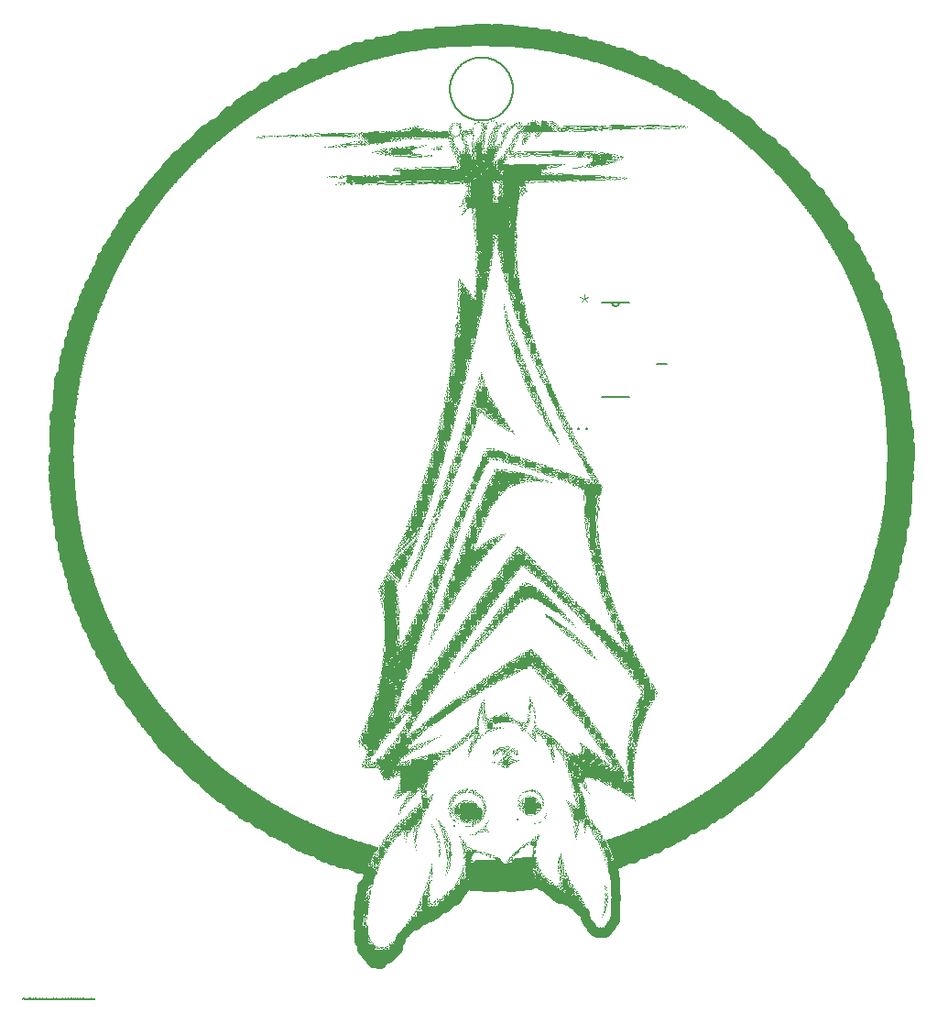
<source format=gto>
G75*
%MOIN*%
%OFA0B0*%
%FSLAX25Y25*%
%IPPOS*%
%LPD*%
%AMOC8*
5,1,8,0,0,1.08239X$1,22.5*
%
%ADD10R,0.00246X0.00246*%
%ADD11R,0.00492X0.00246*%
%ADD12R,0.00738X0.00246*%
%ADD13R,0.01476X0.00246*%
%ADD14R,0.01722X0.00246*%
%ADD15R,0.02707X0.00246*%
%ADD16R,0.03199X0.00246*%
%ADD17R,0.01230X0.00246*%
%ADD18R,0.07628X0.00246*%
%ADD19R,0.08120X0.00246*%
%ADD20R,0.07874X0.00246*%
%ADD21R,0.06398X0.00246*%
%ADD22R,0.06152X0.00246*%
%ADD23R,0.02215X0.00246*%
%ADD24R,0.05906X0.00246*%
%ADD25R,0.01969X0.00246*%
%ADD26R,0.06644X0.00246*%
%ADD27R,0.08612X0.00246*%
%ADD28R,0.08858X0.00246*%
%ADD29R,0.09104X0.00246*%
%ADD30R,0.09350X0.00246*%
%ADD31R,0.10089X0.00246*%
%ADD32R,0.04429X0.00246*%
%ADD33R,0.04183X0.00246*%
%ADD34R,0.00984X0.00246*%
%ADD35R,0.02461X0.00246*%
%ADD36R,0.05167X0.00246*%
%ADD37R,0.03937X0.00246*%
%ADD38R,0.04675X0.00246*%
%ADD39R,0.02953X0.00246*%
%ADD40R,0.03691X0.00246*%
%ADD41R,0.08366X0.00246*%
%ADD42R,0.04921X0.00246*%
%ADD43R,0.07136X0.00246*%
%ADD44R,0.06890X0.00246*%
%ADD45R,0.03445X0.00246*%
%ADD46R,0.14026X0.00246*%
%ADD47R,0.17470X0.00246*%
%ADD48R,0.20177X0.00246*%
%ADD49R,0.22392X0.00246*%
%ADD50R,0.24360X0.00246*%
%ADD51R,0.25098X0.00246*%
%ADD52R,0.24852X0.00246*%
%ADD53R,0.24606X0.00246*%
%ADD54R,0.25344X0.00246*%
%ADD55R,0.27805X0.00246*%
%ADD56R,0.27559X0.00246*%
%ADD57R,0.05659X0.00246*%
%ADD58R,0.25837X0.00246*%
%ADD59R,0.25591X0.00246*%
%ADD60R,0.26083X0.00246*%
%ADD61R,0.09843X0.00246*%
%ADD62R,0.10581X0.00246*%
%ADD63R,0.11565X0.00246*%
%ADD64R,0.10827X0.00246*%
%ADD65R,0.12057X0.00246*%
%ADD66R,0.11073X0.00246*%
%ADD67R,0.13041X0.00246*%
%ADD68R,0.05413X0.00246*%
%ADD69R,0.13780X0.00246*%
%ADD70R,0.14764X0.00246*%
%ADD71R,0.09596X0.00246*%
%ADD72R,0.15256X0.00246*%
%ADD73R,0.16240X0.00246*%
%ADD74R,0.16732X0.00246*%
%ADD75R,0.17717X0.00246*%
%ADD76R,0.18209X0.00246*%
%ADD77R,0.10335X0.00246*%
%ADD78R,0.19193X0.00246*%
%ADD79R,0.11319X0.00246*%
%ADD80R,0.19685X0.00246*%
%ADD81R,0.11811X0.00246*%
%ADD82R,0.20669X0.00246*%
%ADD83R,0.12549X0.00246*%
%ADD84R,0.21407X0.00246*%
%ADD85R,0.13287X0.00246*%
%ADD86R,0.21900X0.00246*%
%ADD87R,0.22884X0.00246*%
%ADD88R,0.23376X0.00246*%
%ADD89R,0.24114X0.00246*%
%ADD90R,0.15748X0.00246*%
%ADD91R,0.17224X0.00246*%
%ADD92R,0.26329X0.00246*%
%ADD93R,0.27067X0.00246*%
%ADD94R,0.18455X0.00246*%
%ADD95R,0.28543X0.00246*%
%ADD96R,0.19931X0.00246*%
%ADD97R,0.29281X0.00246*%
%ADD98R,0.20423X0.00246*%
%ADD99R,0.28789X0.00246*%
%ADD100R,0.28297X0.00246*%
%ADD101R,0.21654X0.00246*%
%ADD102R,0.28051X0.00246*%
%ADD103R,0.22146X0.00246*%
%ADD104R,0.27313X0.00246*%
%ADD105R,0.26821X0.00246*%
%ADD106R,0.26575X0.00246*%
%ADD107R,0.23868X0.00246*%
%ADD108R,0.23622X0.00246*%
%ADD109R,0.22638X0.00246*%
%ADD110R,0.23130X0.00246*%
%ADD111R,0.21161X0.00246*%
%ADD112R,0.20915X0.00246*%
%ADD113R,0.19439X0.00246*%
%ADD114R,0.18947X0.00246*%
%ADD115R,0.18701X0.00246*%
%ADD116R,0.17963X0.00246*%
%ADD117R,0.16978X0.00246*%
%ADD118R,0.16486X0.00246*%
%ADD119R,0.15994X0.00246*%
%ADD120R,0.15502X0.00246*%
%ADD121R,0.15010X0.00246*%
%ADD122R,0.14518X0.00246*%
%ADD123R,0.14272X0.00246*%
%ADD124R,0.13533X0.00246*%
%ADD125R,0.07382X0.00246*%
%ADD126R,0.12795X0.00246*%
%ADD127R,0.12303X0.00246*%
%ADD128R,0.46506X0.00246*%
%ADD129R,0.35925X0.00246*%
%ADD130R,0.34449X0.00246*%
%ADD131R,0.35433X0.00246*%
%ADD132R,0.43307X0.00246*%
%ADD133R,0.46752X0.00246*%
%ADD134R,0.45522X0.00246*%
%ADD135R,0.34941X0.00246*%
%ADD136R,0.78740X0.00246*%
%ADD137R,0.31496X0.00246*%
%ADD138R,0.40600X0.00246*%
%ADD139R,0.36417X0.00246*%
%ADD140R,0.36663X0.00246*%
%ADD141R,0.31988X0.00246*%
%ADD142R,0.31742X0.00246*%
%ADD143R,0.30266X0.00246*%
%ADD144R,0.31250X0.00246*%
%ADD145R,0.32234X0.00246*%
%ADD146R,0.32480X0.00246*%
%ADD147R,0.33465X0.00246*%
%ADD148R,0.33957X0.00246*%
%ADD149R,0.36909X0.00246*%
%ADD150R,0.38386X0.00246*%
%ADD151R,0.39370X0.00246*%
%ADD152R,0.43799X0.00246*%
%ADD153R,0.44783X0.00246*%
%ADD154R,0.93504X0.00246*%
%ADD155R,0.92028X0.00246*%
%ADD156R,0.90059X0.00246*%
%ADD157R,0.88583X0.00246*%
%ADD158R,0.86614X0.00246*%
%ADD159R,0.85138X0.00246*%
%ADD160R,0.83169X0.00246*%
%ADD161R,0.81693X0.00246*%
%ADD162R,0.79724X0.00246*%
%ADD163R,0.77756X0.00246*%
%ADD164R,0.75787X0.00246*%
%ADD165R,0.73819X0.00246*%
%ADD166R,0.71850X0.00246*%
%ADD167R,0.69882X0.00246*%
%ADD168R,0.67421X0.00246*%
%ADD169R,0.65453X0.00246*%
%ADD170R,0.62992X0.00246*%
%ADD171R,0.60531X0.00246*%
%ADD172R,0.58071X0.00246*%
%ADD173R,0.55118X0.00246*%
%ADD174R,0.52165X0.00246*%
%ADD175R,0.49213X0.00246*%
%ADD176R,0.46260X0.00246*%
%ADD177R,0.42815X0.00246*%
%ADD178R,0.38878X0.00246*%
%ADD179R,0.30512X0.00246*%
%ADD180C,0.00000*%
%ADD181C,0.04000*%
%ADD182C,0.03200*%
%ADD183C,0.00800*%
%ADD184C,0.00600*%
%ADD185C,0.00300*%
%ADD186C,0.00400*%
%ADD187R,0.00591X0.01181*%
%ADD188R,0.01181X0.01181*%
D10*
X0127508Y0018748D03*
X0127754Y0018502D03*
X0128000Y0018256D03*
X0128246Y0018010D03*
X0128492Y0017764D03*
X0128492Y0017518D03*
X0128738Y0016780D03*
X0130461Y0018010D03*
X0130707Y0015549D03*
X0132675Y0015795D03*
X0132921Y0016287D03*
X0133906Y0016287D03*
X0134152Y0015303D03*
X0133906Y0015057D03*
X0133168Y0014811D03*
X0133168Y0015303D03*
X0135136Y0015549D03*
X0135382Y0016041D03*
X0135136Y0016287D03*
X0135382Y0016533D03*
X0137105Y0017518D03*
X0137843Y0018256D03*
X0137597Y0018502D03*
X0137351Y0018748D03*
X0137105Y0018994D03*
X0138089Y0018748D03*
X0138089Y0019240D03*
X0138827Y0019732D03*
X0139073Y0020224D03*
X0138827Y0020470D03*
X0139319Y0020470D03*
X0139319Y0020717D03*
X0139073Y0020963D03*
X0139565Y0020963D03*
X0139811Y0021455D03*
X0139073Y0021701D03*
X0139319Y0022193D03*
X0139319Y0022439D03*
X0139565Y0022685D03*
X0140303Y0022193D03*
X0141042Y0023423D03*
X0141042Y0024161D03*
X0141042Y0024407D03*
X0141534Y0024900D03*
X0142026Y0025146D03*
X0142272Y0025638D03*
X0142518Y0026130D03*
X0142764Y0026622D03*
X0143010Y0026376D03*
X0143256Y0026622D03*
X0143010Y0026868D03*
X0143502Y0026868D03*
X0143994Y0027360D03*
X0144240Y0027606D03*
X0143502Y0027606D03*
X0143010Y0028098D03*
X0142764Y0027852D03*
X0142764Y0027606D03*
X0142764Y0027360D03*
X0142272Y0027606D03*
X0142026Y0027360D03*
X0142026Y0027114D03*
X0141780Y0026622D03*
X0141288Y0027114D03*
X0141534Y0027606D03*
X0142026Y0028344D03*
X0142518Y0028098D03*
X0142764Y0028837D03*
X0142272Y0028837D03*
X0143010Y0029821D03*
X0143256Y0030067D03*
X0143256Y0030313D03*
X0143502Y0030805D03*
X0143748Y0031051D03*
X0143994Y0030559D03*
X0144240Y0030805D03*
X0144732Y0030559D03*
X0144486Y0029821D03*
X0144486Y0029575D03*
X0144240Y0029083D03*
X0144240Y0028837D03*
X0144486Y0028591D03*
X0144486Y0028344D03*
X0144979Y0028098D03*
X0144979Y0028591D03*
X0144979Y0028837D03*
X0144979Y0029083D03*
X0145471Y0028591D03*
X0145717Y0028837D03*
X0146455Y0029329D03*
X0146947Y0029575D03*
X0146701Y0030067D03*
X0147685Y0030067D03*
X0147931Y0030313D03*
X0148916Y0030805D03*
X0149408Y0031051D03*
X0150392Y0031543D03*
X0150638Y0031789D03*
X0150392Y0032035D03*
X0150884Y0032281D03*
X0151130Y0032035D03*
X0151622Y0032035D03*
X0153591Y0033020D03*
X0154329Y0033512D03*
X0154821Y0033758D03*
X0154575Y0034250D03*
X0155559Y0034250D03*
X0156790Y0035234D03*
X0157282Y0035480D03*
X0157036Y0035726D03*
X0157036Y0036219D03*
X0156790Y0036465D03*
X0157528Y0036465D03*
X0158266Y0036465D03*
X0158266Y0035972D03*
X0159496Y0036957D03*
X0159742Y0037449D03*
X0160481Y0037941D03*
X0160727Y0038187D03*
X0160727Y0038433D03*
X0161711Y0038925D03*
X0162203Y0039663D03*
X0162203Y0039909D03*
X0162449Y0040156D03*
X0162449Y0040402D03*
X0162695Y0040648D03*
X0162941Y0040402D03*
X0163187Y0040894D03*
X0162941Y0041386D03*
X0162941Y0041878D03*
X0162695Y0042370D03*
X0163433Y0042370D03*
X0163679Y0042124D03*
X0163925Y0041878D03*
X0163679Y0041386D03*
X0164171Y0042370D03*
X0164664Y0043354D03*
X0164664Y0043600D03*
X0164910Y0044093D03*
X0164910Y0044339D03*
X0164664Y0044585D03*
X0164664Y0044831D03*
X0164664Y0045077D03*
X0164664Y0045323D03*
X0165156Y0044831D03*
X0165156Y0046061D03*
X0165156Y0046307D03*
X0163925Y0047045D03*
X0163925Y0047291D03*
X0163925Y0047537D03*
X0163925Y0047783D03*
X0163925Y0048030D03*
X0163925Y0048276D03*
X0163925Y0048522D03*
X0163679Y0048768D03*
X0163679Y0049014D03*
X0163187Y0049260D03*
X0163187Y0048768D03*
X0163187Y0048522D03*
X0162941Y0048276D03*
X0162941Y0048030D03*
X0162695Y0047783D03*
X0162449Y0047537D03*
X0162449Y0047291D03*
X0162203Y0047045D03*
X0162203Y0046799D03*
X0161957Y0046553D03*
X0161957Y0045815D03*
X0161711Y0045323D03*
X0161465Y0045569D03*
X0161219Y0044831D03*
X0161465Y0044585D03*
X0160973Y0044585D03*
X0161957Y0044831D03*
X0162941Y0046799D03*
X0162941Y0047045D03*
X0163187Y0047291D03*
X0163679Y0046799D03*
X0163433Y0048030D03*
X0163433Y0049752D03*
X0163433Y0049998D03*
X0163679Y0050244D03*
X0163925Y0050490D03*
X0163679Y0051228D03*
X0163925Y0053935D03*
X0163925Y0054181D03*
X0163925Y0055657D03*
X0163925Y0055904D03*
X0163925Y0056150D03*
X0164171Y0056642D03*
X0163925Y0056888D03*
X0163679Y0057626D03*
X0163679Y0057872D03*
X0163679Y0058118D03*
X0163433Y0058364D03*
X0163433Y0058610D03*
X0163433Y0058856D03*
X0163187Y0059102D03*
X0163187Y0059348D03*
X0163679Y0059841D03*
X0163925Y0060087D03*
X0163433Y0060333D03*
X0163433Y0060579D03*
X0162941Y0060825D03*
X0162941Y0060087D03*
X0164171Y0059348D03*
X0164418Y0059594D03*
X0164418Y0058856D03*
X0164418Y0058610D03*
X0164418Y0058364D03*
X0164171Y0058118D03*
X0164171Y0057872D03*
X0163925Y0058610D03*
X0163925Y0058856D03*
X0164910Y0058364D03*
X0165648Y0057380D03*
X0166878Y0057380D03*
X0166632Y0056396D03*
X0168355Y0056642D03*
X0169831Y0056396D03*
X0170323Y0056396D03*
X0171061Y0056150D03*
X0171553Y0055904D03*
X0172292Y0054919D03*
X0173030Y0055657D03*
X0173522Y0054919D03*
X0173522Y0054427D03*
X0174014Y0055165D03*
X0179673Y0052951D03*
X0179919Y0052705D03*
X0180166Y0053197D03*
X0180412Y0053935D03*
X0180658Y0054181D03*
X0180904Y0054427D03*
X0181150Y0054673D03*
X0181396Y0054919D03*
X0181642Y0055165D03*
X0181642Y0054427D03*
X0181396Y0053935D03*
X0182626Y0056396D03*
X0183610Y0056888D03*
X0183856Y0057134D03*
X0183856Y0056642D03*
X0183856Y0056396D03*
X0184595Y0057872D03*
X0185087Y0058610D03*
X0185579Y0058856D03*
X0186071Y0059102D03*
X0186809Y0059594D03*
X0187547Y0059594D03*
X0187547Y0060087D03*
X0188532Y0060333D03*
X0188778Y0060579D03*
X0189024Y0060825D03*
X0189270Y0061071D03*
X0189762Y0061071D03*
X0190008Y0061317D03*
X0190008Y0061563D03*
X0190008Y0061809D03*
X0190500Y0061809D03*
X0190500Y0061563D03*
X0190500Y0062055D03*
X0190992Y0061809D03*
X0190992Y0061563D03*
X0190746Y0061071D03*
X0190254Y0060333D03*
X0190254Y0060087D03*
X0190254Y0059841D03*
X0190254Y0059594D03*
X0190254Y0059348D03*
X0190254Y0059102D03*
X0190254Y0058856D03*
X0190254Y0058610D03*
X0190008Y0058118D03*
X0190008Y0057872D03*
X0189270Y0057626D03*
X0189270Y0057380D03*
X0189270Y0057134D03*
X0189270Y0056888D03*
X0190008Y0056888D03*
X0190008Y0056642D03*
X0190008Y0056150D03*
X0190008Y0055904D03*
X0190008Y0054427D03*
X0190254Y0053443D03*
X0190254Y0053197D03*
X0190500Y0052213D03*
X0190500Y0051228D03*
X0190254Y0050982D03*
X0190254Y0050736D03*
X0190500Y0050490D03*
X0190746Y0050244D03*
X0190992Y0050490D03*
X0190992Y0050736D03*
X0190992Y0050982D03*
X0191238Y0050244D03*
X0191484Y0049998D03*
X0191484Y0049752D03*
X0191731Y0049506D03*
X0191238Y0049014D03*
X0191238Y0048768D03*
X0191238Y0048522D03*
X0191731Y0048522D03*
X0191731Y0048768D03*
X0192223Y0048522D03*
X0192469Y0048276D03*
X0192469Y0047537D03*
X0192223Y0047291D03*
X0192961Y0047291D03*
X0193207Y0047537D03*
X0193699Y0047045D03*
X0193945Y0046799D03*
X0193699Y0046553D03*
X0194191Y0046553D03*
X0194437Y0046307D03*
X0194191Y0045815D03*
X0192961Y0046553D03*
X0192223Y0046553D03*
X0191484Y0046307D03*
X0190746Y0046061D03*
X0190500Y0044831D03*
X0190992Y0044339D03*
X0191484Y0043846D03*
X0192469Y0043108D03*
X0192715Y0042862D03*
X0192961Y0042616D03*
X0193453Y0042370D03*
X0193699Y0042124D03*
X0194437Y0041632D03*
X0194683Y0041878D03*
X0195421Y0041878D03*
X0195421Y0041386D03*
X0195175Y0041140D03*
X0196406Y0040402D03*
X0196898Y0040156D03*
X0197390Y0040402D03*
X0197882Y0040402D03*
X0197636Y0039909D03*
X0198620Y0042616D03*
X0198620Y0042862D03*
X0198128Y0042862D03*
X0198128Y0043354D03*
X0197882Y0043846D03*
X0197882Y0044093D03*
X0198374Y0043846D03*
X0198866Y0043354D03*
X0199112Y0043108D03*
X0199112Y0042862D03*
X0199358Y0043354D03*
X0199112Y0044339D03*
X0199112Y0044585D03*
X0199112Y0044831D03*
X0198620Y0044831D03*
X0198620Y0044585D03*
X0199358Y0045323D03*
X0198866Y0046061D03*
X0198866Y0046553D03*
X0198866Y0046799D03*
X0198866Y0047045D03*
X0198866Y0047291D03*
X0199358Y0047291D03*
X0199358Y0047045D03*
X0199851Y0047045D03*
X0200097Y0047783D03*
X0200097Y0048030D03*
X0200097Y0048276D03*
X0200343Y0048522D03*
X0200097Y0048768D03*
X0200097Y0049014D03*
X0200097Y0049260D03*
X0199605Y0049260D03*
X0199605Y0049506D03*
X0199605Y0049752D03*
X0199851Y0049998D03*
X0199851Y0050244D03*
X0199851Y0050736D03*
X0199851Y0050982D03*
X0200097Y0051228D03*
X0200097Y0051474D03*
X0199605Y0051474D03*
X0199605Y0051228D03*
X0199358Y0050982D03*
X0199358Y0050736D03*
X0199358Y0050490D03*
X0199358Y0050244D03*
X0199358Y0049998D03*
X0199112Y0049506D03*
X0199112Y0049260D03*
X0199112Y0049014D03*
X0199112Y0048768D03*
X0199112Y0048522D03*
X0198620Y0048522D03*
X0198620Y0048768D03*
X0198374Y0049260D03*
X0198374Y0049506D03*
X0198374Y0049752D03*
X0198128Y0050244D03*
X0198128Y0050736D03*
X0198128Y0050982D03*
X0198128Y0051228D03*
X0198866Y0051228D03*
X0198866Y0050982D03*
X0198866Y0050736D03*
X0198866Y0050490D03*
X0198620Y0050244D03*
X0198866Y0051474D03*
X0198374Y0052213D03*
X0198620Y0052459D03*
X0198620Y0052951D03*
X0198620Y0053197D03*
X0199112Y0053197D03*
X0199112Y0053443D03*
X0199112Y0052951D03*
X0199112Y0052705D03*
X0199112Y0052459D03*
X0199605Y0052705D03*
X0199605Y0052951D03*
X0199605Y0053197D03*
X0199605Y0053443D03*
X0199605Y0053689D03*
X0199358Y0053935D03*
X0199358Y0054181D03*
X0199112Y0054427D03*
X0198866Y0054673D03*
X0198620Y0054427D03*
X0198620Y0054181D03*
X0199358Y0054673D03*
X0199358Y0054919D03*
X0199358Y0055411D03*
X0199112Y0055657D03*
X0198128Y0052951D03*
X0199851Y0052213D03*
X0200343Y0050736D03*
X0200343Y0050490D03*
X0200343Y0049998D03*
X0200343Y0049752D03*
X0200835Y0049506D03*
X0201081Y0048768D03*
X0200835Y0048522D03*
X0201081Y0048030D03*
X0201573Y0047537D03*
X0201819Y0047291D03*
X0201819Y0047045D03*
X0201819Y0046553D03*
X0202557Y0045815D03*
X0202311Y0045569D03*
X0202065Y0045323D03*
X0202557Y0045077D03*
X0202311Y0044831D03*
X0203049Y0044585D03*
X0203542Y0043846D03*
X0203788Y0042862D03*
X0204280Y0042862D03*
X0204526Y0042616D03*
X0204772Y0042124D03*
X0205018Y0041632D03*
X0205264Y0041386D03*
X0205510Y0041140D03*
X0205018Y0040894D03*
X0204772Y0041140D03*
X0204526Y0041632D03*
X0204034Y0041632D03*
X0204034Y0041386D03*
X0203788Y0040894D03*
X0204280Y0040648D03*
X0205756Y0040648D03*
X0206248Y0039909D03*
X0206494Y0039663D03*
X0206002Y0039417D03*
X0206740Y0039171D03*
X0206494Y0038679D03*
X0206002Y0038433D03*
X0206986Y0038187D03*
X0207725Y0037449D03*
X0207971Y0036711D03*
X0207971Y0036219D03*
X0208463Y0035726D03*
X0207971Y0035234D03*
X0208217Y0034742D03*
X0208463Y0034496D03*
X0208709Y0034742D03*
X0208955Y0034004D03*
X0209201Y0033512D03*
X0209447Y0033266D03*
X0209447Y0033020D03*
X0209693Y0032774D03*
X0208955Y0032774D03*
X0208463Y0033266D03*
X0208463Y0033512D03*
X0207971Y0034004D03*
X0207971Y0034250D03*
X0207479Y0034250D03*
X0207479Y0034496D03*
X0206986Y0034250D03*
X0206986Y0034004D03*
X0207232Y0033758D03*
X0206986Y0033266D03*
X0206986Y0033020D03*
X0207232Y0032281D03*
X0207725Y0032035D03*
X0207725Y0031543D03*
X0207971Y0031297D03*
X0208217Y0030805D03*
X0208709Y0031051D03*
X0208709Y0031297D03*
X0208709Y0031543D03*
X0208217Y0032035D03*
X0207725Y0032528D03*
X0206494Y0033758D03*
X0206494Y0034004D03*
X0206248Y0034250D03*
X0205264Y0034988D03*
X0205264Y0035480D03*
X0205264Y0035726D03*
X0205018Y0035972D03*
X0205264Y0036219D03*
X0205018Y0036465D03*
X0204772Y0036219D03*
X0204280Y0036465D03*
X0204034Y0036219D03*
X0203542Y0036465D03*
X0203295Y0036711D03*
X0202557Y0037203D03*
X0202311Y0037941D03*
X0201819Y0038187D03*
X0201819Y0037695D03*
X0203049Y0037941D03*
X0203295Y0038433D03*
X0200343Y0038433D03*
X0196406Y0044585D03*
X0195668Y0044585D03*
X0192715Y0044093D03*
X0190500Y0048522D03*
X0190500Y0048768D03*
X0190254Y0049260D03*
X0189762Y0049014D03*
X0190992Y0049506D03*
X0199605Y0049014D03*
X0199851Y0048522D03*
X0199605Y0048030D03*
X0199605Y0047783D03*
X0204034Y0042370D03*
X0204034Y0042124D03*
X0206494Y0036711D03*
X0204526Y0035726D03*
X0209939Y0032035D03*
X0210185Y0031789D03*
X0209693Y0031543D03*
X0209447Y0031297D03*
X0209447Y0031051D03*
X0209693Y0030805D03*
X0209693Y0030313D03*
X0209201Y0030313D03*
X0209201Y0030067D03*
X0209201Y0029575D03*
X0208955Y0029329D03*
X0209447Y0029083D03*
X0209693Y0028837D03*
X0209939Y0029575D03*
X0210185Y0030313D03*
X0210677Y0030805D03*
X0210923Y0030559D03*
X0211169Y0030067D03*
X0211662Y0029821D03*
X0211662Y0029575D03*
X0211169Y0028344D03*
X0211169Y0027360D03*
X0210923Y0026868D03*
X0211169Y0026622D03*
X0211416Y0026376D03*
X0212154Y0026622D03*
X0212400Y0025884D03*
X0213384Y0025884D03*
X0215106Y0026130D03*
X0216091Y0026376D03*
X0216337Y0026622D03*
X0216583Y0026868D03*
X0216091Y0026868D03*
X0216091Y0027360D03*
X0216337Y0028098D03*
X0216091Y0028591D03*
X0216829Y0029083D03*
X0217075Y0029575D03*
X0217321Y0029821D03*
X0217813Y0029821D03*
X0217813Y0030067D03*
X0217813Y0029575D03*
X0217567Y0029329D03*
X0217567Y0029083D03*
X0218059Y0029083D03*
X0218059Y0029329D03*
X0218551Y0029575D03*
X0218797Y0030313D03*
X0218551Y0030559D03*
X0218797Y0030805D03*
X0218797Y0031051D03*
X0218059Y0031297D03*
X0217567Y0031051D03*
X0217321Y0031297D03*
X0217321Y0031543D03*
X0216829Y0031543D03*
X0216829Y0031297D03*
X0216829Y0031051D03*
X0216583Y0030805D03*
X0216829Y0030559D03*
X0216583Y0030067D03*
X0216337Y0029821D03*
X0216091Y0030559D03*
X0216091Y0030805D03*
X0216337Y0031051D03*
X0217075Y0032035D03*
X0217321Y0032528D03*
X0217075Y0032774D03*
X0217813Y0032035D03*
X0217813Y0031789D03*
X0218551Y0031789D03*
X0219290Y0031789D03*
X0219290Y0032035D03*
X0219536Y0032281D03*
X0219536Y0032528D03*
X0219782Y0034496D03*
X0219290Y0034742D03*
X0219290Y0034988D03*
X0219290Y0035234D03*
X0218797Y0035234D03*
X0218797Y0035480D03*
X0218797Y0035726D03*
X0219044Y0035972D03*
X0219044Y0036219D03*
X0219044Y0036465D03*
X0219536Y0036465D03*
X0219536Y0036711D03*
X0219536Y0036219D03*
X0219536Y0035972D03*
X0220028Y0036219D03*
X0220028Y0036465D03*
X0220028Y0036957D03*
X0220028Y0037203D03*
X0219536Y0037449D03*
X0218797Y0037203D03*
X0218797Y0036957D03*
X0218305Y0036957D03*
X0218305Y0036711D03*
X0218305Y0036465D03*
X0218305Y0036219D03*
X0217813Y0035726D03*
X0217813Y0035480D03*
X0218305Y0034988D03*
X0218305Y0034742D03*
X0217813Y0034742D03*
X0215599Y0035972D03*
X0215599Y0036219D03*
X0215599Y0036465D03*
X0215845Y0036711D03*
X0215845Y0036957D03*
X0215845Y0037203D03*
X0215599Y0037449D03*
X0215353Y0037695D03*
X0215353Y0037941D03*
X0215353Y0038187D03*
X0215353Y0038433D03*
X0215845Y0038433D03*
X0216091Y0037941D03*
X0216091Y0039171D03*
X0216091Y0039417D03*
X0216091Y0039663D03*
X0216091Y0039909D03*
X0216091Y0040156D03*
X0216091Y0040402D03*
X0215599Y0040402D03*
X0215845Y0040894D03*
X0216091Y0041140D03*
X0215599Y0041386D03*
X0215353Y0040894D03*
X0215353Y0039417D03*
X0215106Y0036711D03*
X0215106Y0036465D03*
X0215106Y0036219D03*
X0215106Y0035972D03*
X0215106Y0035726D03*
X0215106Y0035480D03*
X0215106Y0034988D03*
X0215106Y0034742D03*
X0214860Y0034496D03*
X0214614Y0033512D03*
X0214614Y0033266D03*
X0214368Y0032774D03*
X0214614Y0029083D03*
X0215353Y0029083D03*
X0217075Y0028591D03*
X0217075Y0028344D03*
X0217075Y0028098D03*
X0217075Y0027606D03*
X0217567Y0027852D03*
X0217813Y0028344D03*
X0213384Y0028837D03*
X0210431Y0027360D03*
X0210185Y0027606D03*
X0209939Y0028098D03*
X0218059Y0040894D03*
X0218305Y0041878D03*
X0218305Y0042124D03*
X0218305Y0042616D03*
X0218797Y0042616D03*
X0218797Y0042862D03*
X0218797Y0043108D03*
X0218797Y0043354D03*
X0218797Y0043600D03*
X0219290Y0043600D03*
X0219290Y0043354D03*
X0219290Y0043108D03*
X0219536Y0042616D03*
X0220028Y0041878D03*
X0220028Y0041632D03*
X0220028Y0041386D03*
X0220028Y0041140D03*
X0220028Y0040894D03*
X0220028Y0040648D03*
X0219782Y0043600D03*
X0219782Y0043846D03*
X0219782Y0044093D03*
X0219782Y0044339D03*
X0219044Y0044339D03*
X0219044Y0044093D03*
X0218305Y0044093D03*
X0218305Y0044339D03*
X0217813Y0043846D03*
X0218059Y0043108D03*
X0215845Y0042370D03*
X0215599Y0042616D03*
X0215353Y0043108D03*
X0215353Y0043600D03*
X0215353Y0043846D03*
X0215106Y0044093D03*
X0217567Y0045569D03*
X0217567Y0045815D03*
X0217567Y0046061D03*
X0217075Y0047783D03*
X0217075Y0048030D03*
X0217075Y0048276D03*
X0217321Y0048522D03*
X0217321Y0048768D03*
X0217321Y0049014D03*
X0217321Y0049260D03*
X0217321Y0049506D03*
X0217321Y0049752D03*
X0217567Y0049998D03*
X0217567Y0050244D03*
X0218059Y0050244D03*
X0218059Y0049998D03*
X0217813Y0049506D03*
X0217813Y0049260D03*
X0217813Y0049014D03*
X0218305Y0049260D03*
X0218551Y0049014D03*
X0218551Y0048768D03*
X0218551Y0048522D03*
X0219044Y0048768D03*
X0219044Y0049014D03*
X0219044Y0049260D03*
X0219044Y0049506D03*
X0218797Y0050490D03*
X0219044Y0050982D03*
X0218551Y0051228D03*
X0218551Y0051474D03*
X0218551Y0051720D03*
X0218059Y0051720D03*
X0218059Y0051474D03*
X0218305Y0050982D03*
X0217813Y0050736D03*
X0217567Y0051720D03*
X0217813Y0052213D03*
X0217813Y0052459D03*
X0217813Y0052705D03*
X0218059Y0053197D03*
X0218059Y0053443D03*
X0217813Y0054427D03*
X0217567Y0054673D03*
X0217567Y0054919D03*
X0216337Y0054427D03*
X0215353Y0054427D03*
X0215106Y0054181D03*
X0215353Y0053689D03*
X0215353Y0053443D03*
X0215845Y0051967D03*
X0216091Y0051474D03*
X0216337Y0050982D03*
X0216583Y0049752D03*
X0216829Y0049260D03*
X0216829Y0049014D03*
X0216829Y0048768D03*
X0217075Y0052213D03*
X0218305Y0052213D03*
X0218305Y0052459D03*
X0214860Y0054919D03*
X0214614Y0055657D03*
X0214614Y0056396D03*
X0214368Y0056888D03*
X0214368Y0057134D03*
X0213876Y0057134D03*
X0213630Y0057626D03*
X0213630Y0057872D03*
X0213384Y0058118D03*
X0214122Y0057872D03*
X0214122Y0057626D03*
X0214860Y0057872D03*
X0215353Y0057380D03*
X0215845Y0057380D03*
X0216091Y0057626D03*
X0216583Y0057626D03*
X0216583Y0057380D03*
X0216829Y0057134D03*
X0216337Y0057134D03*
X0215599Y0056888D03*
X0216337Y0058118D03*
X0215845Y0058364D03*
X0215845Y0058610D03*
X0215845Y0058856D03*
X0215845Y0059102D03*
X0215353Y0060333D03*
X0215106Y0060579D03*
X0214860Y0061071D03*
X0214368Y0061317D03*
X0214368Y0061563D03*
X0214368Y0061809D03*
X0213876Y0061809D03*
X0213876Y0061563D03*
X0213876Y0061317D03*
X0213876Y0061071D03*
X0213876Y0060825D03*
X0213876Y0060579D03*
X0213876Y0060333D03*
X0213384Y0060333D03*
X0213138Y0060579D03*
X0212892Y0060333D03*
X0213138Y0060087D03*
X0212892Y0059841D03*
X0213138Y0059348D03*
X0213138Y0058856D03*
X0212400Y0060579D03*
X0212154Y0060825D03*
X0211908Y0061071D03*
X0211908Y0061317D03*
X0212154Y0061563D03*
X0212154Y0061809D03*
X0212646Y0062055D03*
X0212892Y0061563D03*
X0212892Y0061317D03*
X0212646Y0061071D03*
X0213384Y0061071D03*
X0214368Y0060579D03*
X0213630Y0063039D03*
X0212892Y0063778D03*
X0212892Y0064270D03*
X0212646Y0064762D03*
X0212400Y0065008D03*
X0211908Y0065008D03*
X0211908Y0065254D03*
X0211662Y0065746D03*
X0211169Y0066238D03*
X0210923Y0066484D03*
X0210431Y0066238D03*
X0210185Y0066484D03*
X0209939Y0066976D03*
X0209939Y0067222D03*
X0210431Y0066976D03*
X0210677Y0067222D03*
X0210431Y0067469D03*
X0210185Y0067961D03*
X0209447Y0068207D03*
X0209201Y0068699D03*
X0209201Y0068945D03*
X0208709Y0068945D03*
X0208709Y0069191D03*
X0208709Y0068699D03*
X0208709Y0068207D03*
X0207971Y0068699D03*
X0208217Y0069191D03*
X0207971Y0069437D03*
X0208463Y0069929D03*
X0208709Y0070175D03*
X0208709Y0070421D03*
X0207971Y0070421D03*
X0207971Y0070175D03*
X0208955Y0069683D03*
X0208463Y0071652D03*
X0208463Y0072144D03*
X0208463Y0072390D03*
X0207971Y0072390D03*
X0207971Y0072144D03*
X0208217Y0073128D03*
X0208217Y0073374D03*
X0207971Y0074112D03*
X0207232Y0076327D03*
X0207232Y0076573D03*
X0206986Y0077065D03*
X0206986Y0077311D03*
X0206740Y0077557D03*
X0206248Y0077065D03*
X0206248Y0076819D03*
X0205756Y0076327D03*
X0205264Y0076327D03*
X0205264Y0076081D03*
X0204772Y0076081D03*
X0204280Y0076327D03*
X0204280Y0076573D03*
X0204280Y0076819D03*
X0204034Y0077065D03*
X0204772Y0077065D03*
X0204772Y0077311D03*
X0205018Y0077557D03*
X0205510Y0077311D03*
X0205510Y0077065D03*
X0206002Y0077557D03*
X0206494Y0078295D03*
X0207971Y0079280D03*
X0207971Y0079772D03*
X0207971Y0080264D03*
X0207971Y0080510D03*
X0208463Y0080510D03*
X0208463Y0080756D03*
X0208463Y0080264D03*
X0208463Y0080018D03*
X0208709Y0079033D03*
X0208463Y0078787D03*
X0208709Y0078541D03*
X0209201Y0078049D03*
X0209201Y0077803D03*
X0209447Y0077557D03*
X0207232Y0080264D03*
X0207479Y0080756D03*
X0207725Y0081002D03*
X0207232Y0081002D03*
X0206986Y0081248D03*
X0207232Y0081494D03*
X0206740Y0081740D03*
X0206494Y0081494D03*
X0207971Y0081494D03*
X0207971Y0081740D03*
X0208217Y0081248D03*
X0208463Y0083217D03*
X0208463Y0083463D03*
X0207971Y0083463D03*
X0209201Y0083217D03*
X0210431Y0082724D03*
X0211416Y0082724D03*
X0211908Y0082232D03*
X0215599Y0081740D03*
X0215845Y0080756D03*
X0216337Y0080510D03*
X0217075Y0080510D03*
X0216829Y0081248D03*
X0218059Y0079772D03*
X0218551Y0079526D03*
X0219536Y0079772D03*
X0220028Y0079280D03*
X0219536Y0079033D03*
X0222734Y0077803D03*
X0222734Y0077065D03*
X0223473Y0076819D03*
X0223473Y0077557D03*
X0225195Y0077557D03*
X0225195Y0077803D03*
X0225687Y0077803D03*
X0225687Y0077557D03*
X0225687Y0077311D03*
X0225687Y0077065D03*
X0225441Y0076573D03*
X0225195Y0076081D03*
X0224949Y0075835D03*
X0225195Y0075589D03*
X0225441Y0075835D03*
X0225933Y0076081D03*
X0225933Y0075589D03*
X0226179Y0075096D03*
X0224457Y0076081D03*
X0225687Y0078049D03*
X0225687Y0078295D03*
X0225687Y0078541D03*
X0225687Y0078787D03*
X0225687Y0079033D03*
X0225441Y0081986D03*
X0225441Y0082724D03*
X0225441Y0082970D03*
X0225441Y0083217D03*
X0225441Y0083463D03*
X0225441Y0083709D03*
X0223965Y0083463D03*
X0222981Y0083217D03*
X0222981Y0082970D03*
X0222488Y0082724D03*
X0222488Y0082478D03*
X0222734Y0082232D03*
X0223473Y0082232D03*
X0221996Y0081986D03*
X0221750Y0082478D03*
X0221750Y0082724D03*
X0221750Y0082970D03*
X0221750Y0083217D03*
X0221750Y0083463D03*
X0222242Y0083463D03*
X0222242Y0083709D03*
X0221996Y0083955D03*
X0221750Y0084201D03*
X0221750Y0084447D03*
X0221750Y0084693D03*
X0221750Y0085185D03*
X0222242Y0085185D03*
X0222488Y0084447D03*
X0222734Y0083955D03*
X0222734Y0083709D03*
X0221750Y0085923D03*
X0221750Y0086169D03*
X0221504Y0086661D03*
X0221258Y0086907D03*
X0221012Y0087154D03*
X0220766Y0087646D03*
X0220274Y0087892D03*
X0220274Y0087400D03*
X0220520Y0088384D03*
X0220274Y0088876D03*
X0219782Y0088876D03*
X0219782Y0088630D03*
X0219782Y0089614D03*
X0219536Y0090106D03*
X0219044Y0089860D03*
X0218797Y0090106D03*
X0218797Y0090352D03*
X0219044Y0090844D03*
X0218797Y0091091D03*
X0217813Y0091337D03*
X0217321Y0091337D03*
X0217321Y0091091D03*
X0217075Y0090844D03*
X0217075Y0090598D03*
X0217567Y0090598D03*
X0217567Y0089860D03*
X0216829Y0090106D03*
X0216583Y0090352D03*
X0216337Y0089860D03*
X0216583Y0089614D03*
X0216583Y0089368D03*
X0217075Y0088876D03*
X0216091Y0088384D03*
X0216091Y0088138D03*
X0215845Y0087892D03*
X0215599Y0088138D03*
X0215353Y0087892D03*
X0214614Y0087892D03*
X0215106Y0088630D03*
X0215599Y0088876D03*
X0215845Y0088630D03*
X0214860Y0089614D03*
X0214122Y0089614D03*
X0214122Y0089368D03*
X0213876Y0089860D03*
X0213876Y0090106D03*
X0213384Y0090844D03*
X0212892Y0091091D03*
X0212646Y0091337D03*
X0212400Y0091583D03*
X0212154Y0091829D03*
X0211416Y0091829D03*
X0211169Y0092075D03*
X0211416Y0092321D03*
X0210677Y0091829D03*
X0210431Y0092813D03*
X0209939Y0093059D03*
X0210185Y0093305D03*
X0209939Y0092567D03*
X0209201Y0093797D03*
X0208955Y0094043D03*
X0208463Y0094535D03*
X0207971Y0094043D03*
X0207725Y0094781D03*
X0207479Y0095028D03*
X0206986Y0094781D03*
X0206740Y0094289D03*
X0206740Y0094043D03*
X0207232Y0094289D03*
X0206494Y0095028D03*
X0206740Y0095274D03*
X0206986Y0095520D03*
X0206494Y0095766D03*
X0206248Y0096012D03*
X0206248Y0095520D03*
X0206740Y0093305D03*
X0206740Y0092813D03*
X0207232Y0092813D03*
X0207232Y0093059D03*
X0206986Y0092321D03*
X0206986Y0092075D03*
X0206248Y0092321D03*
X0206002Y0092075D03*
X0205510Y0091829D03*
X0204772Y0091583D03*
X0203788Y0092075D03*
X0203542Y0091829D03*
X0203295Y0092075D03*
X0201573Y0092567D03*
X0201081Y0092321D03*
X0201327Y0091829D03*
X0201081Y0091337D03*
X0200343Y0091337D03*
X0200343Y0091583D03*
X0200097Y0091829D03*
X0200343Y0092321D03*
X0200097Y0092567D03*
X0200097Y0092813D03*
X0199851Y0093059D03*
X0200097Y0093551D03*
X0200097Y0093797D03*
X0199851Y0094043D03*
X0199605Y0094289D03*
X0199605Y0094535D03*
X0199112Y0094535D03*
X0198620Y0095028D03*
X0198620Y0095274D03*
X0198128Y0095766D03*
X0197882Y0096012D03*
X0197882Y0096258D03*
X0197882Y0095520D03*
X0197390Y0095274D03*
X0197636Y0095028D03*
X0197144Y0095028D03*
X0196898Y0095520D03*
X0196898Y0096012D03*
X0196406Y0095274D03*
X0195914Y0095274D03*
X0195914Y0095028D03*
X0195914Y0094781D03*
X0195914Y0094535D03*
X0196160Y0094289D03*
X0196160Y0094043D03*
X0196652Y0094535D03*
X0196652Y0094781D03*
X0197390Y0094535D03*
X0197390Y0094289D03*
X0197882Y0094043D03*
X0197882Y0093797D03*
X0197636Y0093551D03*
X0198128Y0093551D03*
X0198374Y0093305D03*
X0198620Y0092813D03*
X0198866Y0092567D03*
X0198866Y0092321D03*
X0199112Y0092075D03*
X0199112Y0091829D03*
X0199605Y0091583D03*
X0199851Y0091337D03*
X0200343Y0091091D03*
X0200589Y0090598D03*
X0200835Y0090106D03*
X0201081Y0089614D03*
X0201327Y0089122D03*
X0201081Y0088876D03*
X0201081Y0088630D03*
X0200835Y0088384D03*
X0201327Y0087892D03*
X0201081Y0087646D03*
X0201327Y0087154D03*
X0201819Y0085677D03*
X0201819Y0085431D03*
X0202311Y0084447D03*
X0202311Y0084201D03*
X0202311Y0083709D03*
X0202803Y0083955D03*
X0202803Y0084201D03*
X0202803Y0084447D03*
X0202803Y0084939D03*
X0203295Y0084693D03*
X0203295Y0084447D03*
X0203295Y0084201D03*
X0203295Y0083955D03*
X0203295Y0083463D03*
X0202803Y0083463D03*
X0202803Y0083217D03*
X0202557Y0082724D03*
X0203788Y0083709D03*
X0203049Y0080756D03*
X0203295Y0080018D03*
X0203788Y0078049D03*
X0203788Y0077803D03*
X0204280Y0077803D03*
X0204526Y0075589D03*
X0204526Y0075343D03*
X0204526Y0075096D03*
X0204772Y0074604D03*
X0205264Y0074604D03*
X0205264Y0074358D03*
X0205264Y0074850D03*
X0205264Y0075096D03*
X0205018Y0075343D03*
X0205018Y0075589D03*
X0205018Y0073866D03*
X0205264Y0073620D03*
X0205264Y0073374D03*
X0204772Y0072882D03*
X0204772Y0072390D03*
X0205018Y0072144D03*
X0205264Y0072636D03*
X0204280Y0072636D03*
X0204034Y0072882D03*
X0204280Y0073128D03*
X0203788Y0073374D03*
X0203788Y0072636D03*
X0203295Y0072636D03*
X0202803Y0072636D03*
X0202557Y0072390D03*
X0202803Y0071898D03*
X0202557Y0071652D03*
X0203049Y0071652D03*
X0203049Y0071406D03*
X0203295Y0071159D03*
X0202803Y0070913D03*
X0203295Y0069929D03*
X0203295Y0069683D03*
X0203295Y0069437D03*
X0203295Y0069191D03*
X0204526Y0066238D03*
X0204526Y0065746D03*
X0204034Y0065500D03*
X0204034Y0065254D03*
X0204280Y0064762D03*
X0204772Y0064762D03*
X0204772Y0065008D03*
X0205264Y0065008D03*
X0205264Y0065254D03*
X0205264Y0065500D03*
X0205264Y0065746D03*
X0205510Y0066238D03*
X0205510Y0066484D03*
X0205510Y0066730D03*
X0206248Y0067961D03*
X0206986Y0067961D03*
X0206986Y0067715D03*
X0207232Y0067469D03*
X0207232Y0067222D03*
X0206986Y0066976D03*
X0207725Y0065992D03*
X0207971Y0065746D03*
X0208217Y0065992D03*
X0208709Y0065746D03*
X0209201Y0065746D03*
X0209447Y0065992D03*
X0209693Y0065746D03*
X0208217Y0065254D03*
X0208217Y0065008D03*
X0207971Y0064762D03*
X0207725Y0064516D03*
X0208217Y0064270D03*
X0207971Y0063778D03*
X0207971Y0063531D03*
X0207971Y0063285D03*
X0207479Y0065746D03*
X0205510Y0064516D03*
X0205510Y0064270D03*
X0205264Y0064024D03*
X0205264Y0063778D03*
X0205264Y0063531D03*
X0204772Y0063285D03*
X0204772Y0063039D03*
X0205018Y0062547D03*
X0205018Y0062055D03*
X0205018Y0061809D03*
X0204526Y0061809D03*
X0204526Y0061563D03*
X0204526Y0062055D03*
X0204526Y0062301D03*
X0204526Y0062547D03*
X0204280Y0063285D03*
X0204280Y0063531D03*
X0204526Y0063778D03*
X0204526Y0064024D03*
X0205018Y0064270D03*
X0205018Y0064516D03*
X0204772Y0061071D03*
X0204772Y0060825D03*
X0210923Y0062793D03*
X0210923Y0063039D03*
X0210923Y0063285D03*
X0210677Y0063531D03*
X0211169Y0063531D03*
X0211416Y0063285D03*
X0211662Y0062793D03*
X0212154Y0063285D03*
X0212154Y0064270D03*
X0211662Y0064270D03*
X0211416Y0064516D03*
X0211416Y0064024D03*
X0210677Y0064024D03*
X0211662Y0062055D03*
X0203049Y0073374D03*
X0203049Y0073620D03*
X0202803Y0073866D03*
X0202803Y0074112D03*
X0202311Y0074358D03*
X0201819Y0074604D03*
X0201573Y0074358D03*
X0201327Y0074850D03*
X0201819Y0073620D03*
X0193945Y0070175D03*
X0193945Y0069683D03*
X0193699Y0069437D03*
X0193453Y0069191D03*
X0193207Y0068945D03*
X0193453Y0068699D03*
X0191731Y0067222D03*
X0190254Y0070175D03*
X0190254Y0071159D03*
X0190500Y0071406D03*
X0190746Y0071652D03*
X0190254Y0071898D03*
X0190992Y0071159D03*
X0191484Y0071652D03*
X0191731Y0071898D03*
X0192469Y0073620D03*
X0192715Y0074112D03*
X0192469Y0074604D03*
X0192469Y0075589D03*
X0192469Y0076081D03*
X0192223Y0076327D03*
X0192223Y0076573D03*
X0191977Y0076819D03*
X0191484Y0077065D03*
X0191484Y0077311D03*
X0190992Y0077311D03*
X0190500Y0077557D03*
X0190746Y0077803D03*
X0190500Y0078295D03*
X0190008Y0078049D03*
X0190008Y0078541D03*
X0188778Y0078541D03*
X0186809Y0078787D03*
X0186071Y0077803D03*
X0185579Y0077803D03*
X0185333Y0078049D03*
X0185087Y0077803D03*
X0184595Y0077065D03*
X0184349Y0076573D03*
X0183856Y0075835D03*
X0183610Y0075096D03*
X0183856Y0074850D03*
X0184349Y0074604D03*
X0184595Y0074358D03*
X0184841Y0074112D03*
X0184349Y0074112D03*
X0183856Y0073620D03*
X0183610Y0073128D03*
X0183610Y0072882D03*
X0184103Y0073128D03*
X0184103Y0072390D03*
X0184349Y0071898D03*
X0184595Y0071652D03*
X0185087Y0071406D03*
X0185333Y0071159D03*
X0185579Y0070913D03*
X0185579Y0070667D03*
X0185579Y0071406D03*
X0185579Y0072144D03*
X0185579Y0072882D03*
X0185087Y0073374D03*
X0185087Y0073620D03*
X0185579Y0074112D03*
X0185333Y0074358D03*
X0185087Y0074604D03*
X0184841Y0074850D03*
X0184841Y0075096D03*
X0185087Y0075343D03*
X0185579Y0075589D03*
X0185579Y0074850D03*
X0187301Y0076573D03*
X0187794Y0076081D03*
X0188040Y0076327D03*
X0188286Y0076573D03*
X0190254Y0075589D03*
X0190500Y0075343D03*
X0190254Y0074850D03*
X0190500Y0074358D03*
X0190254Y0074112D03*
X0190992Y0074358D03*
X0191238Y0074604D03*
X0191977Y0076081D03*
X0188532Y0069683D03*
X0187794Y0069683D03*
X0187055Y0069683D03*
X0190992Y0062793D03*
X0191238Y0062301D03*
X0191238Y0062055D03*
X0189516Y0060579D03*
X0189762Y0060333D03*
X0189270Y0060333D03*
X0172045Y0064762D03*
X0171799Y0064516D03*
X0171307Y0064270D03*
X0170815Y0064762D03*
X0171061Y0065254D03*
X0171553Y0065746D03*
X0171799Y0065992D03*
X0172045Y0065500D03*
X0172045Y0065254D03*
X0172045Y0066484D03*
X0172292Y0066730D03*
X0172538Y0066976D03*
X0172784Y0067469D03*
X0170815Y0068699D03*
X0171061Y0069191D03*
X0170815Y0069437D03*
X0170815Y0069683D03*
X0171061Y0070175D03*
X0171061Y0070421D03*
X0171307Y0070667D03*
X0171553Y0070913D03*
X0171553Y0071159D03*
X0171307Y0071652D03*
X0171553Y0071898D03*
X0171553Y0072144D03*
X0171799Y0072390D03*
X0171799Y0072636D03*
X0171553Y0073128D03*
X0171553Y0073374D03*
X0171307Y0073866D03*
X0170815Y0074358D03*
X0170815Y0074604D03*
X0170569Y0075096D03*
X0170569Y0075343D03*
X0170815Y0076081D03*
X0170569Y0076327D03*
X0169831Y0076081D03*
X0169339Y0077065D03*
X0169585Y0077311D03*
X0168847Y0077065D03*
X0168847Y0077557D03*
X0168355Y0077557D03*
X0168355Y0077311D03*
X0168108Y0077065D03*
X0167616Y0077311D03*
X0167124Y0077803D03*
X0166386Y0078049D03*
X0165894Y0078295D03*
X0165648Y0078049D03*
X0166140Y0078541D03*
X0166386Y0078787D03*
X0166878Y0078541D03*
X0166878Y0079033D03*
X0167370Y0078787D03*
X0168847Y0076573D03*
X0167124Y0074604D03*
X0167370Y0074358D03*
X0166386Y0074358D03*
X0166386Y0074850D03*
X0164418Y0074112D03*
X0162449Y0074358D03*
X0161957Y0074112D03*
X0161957Y0073620D03*
X0161465Y0073128D03*
X0161219Y0073620D03*
X0160973Y0073374D03*
X0160727Y0073128D03*
X0160234Y0072636D03*
X0159988Y0072390D03*
X0159742Y0072144D03*
X0159250Y0072144D03*
X0158758Y0072144D03*
X0158266Y0072144D03*
X0158266Y0072390D03*
X0158266Y0071898D03*
X0158758Y0071406D03*
X0158758Y0071159D03*
X0158512Y0070667D03*
X0158758Y0070421D03*
X0158758Y0070175D03*
X0158758Y0069929D03*
X0159004Y0069683D03*
X0159250Y0069437D03*
X0159250Y0068945D03*
X0160234Y0069683D03*
X0160481Y0069929D03*
X0160727Y0069683D03*
X0161219Y0069437D03*
X0161219Y0069191D03*
X0160973Y0068945D03*
X0161219Y0068699D03*
X0161711Y0068207D03*
X0161957Y0068453D03*
X0161465Y0069683D03*
X0161219Y0069929D03*
X0159988Y0070421D03*
X0159496Y0070913D03*
X0159250Y0070421D03*
X0159742Y0071406D03*
X0159742Y0071652D03*
X0159250Y0071652D03*
X0160481Y0072390D03*
X0161957Y0072390D03*
X0161957Y0072636D03*
X0159496Y0073866D03*
X0159496Y0074112D03*
X0159250Y0073620D03*
X0159250Y0073374D03*
X0158758Y0073128D03*
X0158512Y0073620D03*
X0158758Y0073866D03*
X0158512Y0074112D03*
X0159004Y0074358D03*
X0158758Y0074604D03*
X0159250Y0074604D03*
X0159250Y0074850D03*
X0159250Y0075096D03*
X0159004Y0075343D03*
X0159742Y0075343D03*
X0159742Y0075589D03*
X0159742Y0076081D03*
X0159988Y0076327D03*
X0159988Y0076573D03*
X0160234Y0077065D03*
X0160481Y0077311D03*
X0160973Y0077803D03*
X0161465Y0077803D03*
X0161465Y0078049D03*
X0161957Y0078295D03*
X0162203Y0078541D03*
X0162449Y0078295D03*
X0162695Y0077311D03*
X0163187Y0077557D03*
X0163679Y0078295D03*
X0164171Y0077803D03*
X0164418Y0078295D03*
X0163679Y0079033D03*
X0161711Y0076819D03*
X0160727Y0076573D03*
X0160481Y0076327D03*
X0160727Y0075835D03*
X0160234Y0075343D03*
X0159988Y0074850D03*
X0159988Y0067961D03*
X0160234Y0067715D03*
X0160727Y0067222D03*
X0161957Y0066484D03*
X0162941Y0067469D03*
X0164171Y0066976D03*
X0167124Y0066730D03*
X0167370Y0065992D03*
X0167862Y0066238D03*
X0168355Y0066730D03*
X0168355Y0067222D03*
X0168847Y0067222D03*
X0169339Y0067469D03*
X0169585Y0067222D03*
X0169831Y0067715D03*
X0168108Y0067715D03*
X0170077Y0064516D03*
X0169831Y0064270D03*
X0169339Y0064024D03*
X0168847Y0063778D03*
X0168601Y0063039D03*
X0170569Y0064270D03*
X0166140Y0062793D03*
X0162695Y0061563D03*
X0158512Y0060825D03*
X0158020Y0061071D03*
X0158020Y0061317D03*
X0158266Y0061563D03*
X0157528Y0061563D03*
X0157528Y0061809D03*
X0157528Y0062055D03*
X0157282Y0062301D03*
X0157036Y0062055D03*
X0157036Y0061809D03*
X0157036Y0061563D03*
X0156544Y0061563D03*
X0156544Y0061809D03*
X0156544Y0062055D03*
X0156544Y0062301D03*
X0156297Y0062547D03*
X0156297Y0062793D03*
X0156051Y0063285D03*
X0156051Y0063531D03*
X0156297Y0063778D03*
X0156790Y0063778D03*
X0156790Y0064024D03*
X0156544Y0064270D03*
X0156544Y0064516D03*
X0156790Y0064762D03*
X0156297Y0065008D03*
X0156297Y0065500D03*
X0155805Y0065992D03*
X0155559Y0066484D03*
X0155067Y0066238D03*
X0154821Y0066484D03*
X0155067Y0066976D03*
X0154821Y0067222D03*
X0153837Y0068207D03*
X0152114Y0066238D03*
X0152360Y0065746D03*
X0152606Y0065254D03*
X0152853Y0065500D03*
X0152853Y0064762D03*
X0153345Y0064762D03*
X0153345Y0064270D03*
X0153591Y0064024D03*
X0153345Y0063778D03*
X0153345Y0063531D03*
X0153591Y0063285D03*
X0153837Y0063039D03*
X0153837Y0062793D03*
X0154329Y0062793D03*
X0154083Y0062301D03*
X0154329Y0062055D03*
X0153837Y0062055D03*
X0153837Y0061809D03*
X0153837Y0061563D03*
X0154083Y0061317D03*
X0154083Y0061071D03*
X0154083Y0060825D03*
X0154821Y0060825D03*
X0154821Y0061071D03*
X0154821Y0060333D03*
X0154329Y0059841D03*
X0155067Y0059594D03*
X0154821Y0058856D03*
X0154821Y0058610D03*
X0154821Y0058364D03*
X0155067Y0058118D03*
X0155067Y0057872D03*
X0155313Y0057380D03*
X0155313Y0057134D03*
X0155313Y0056888D03*
X0154821Y0056888D03*
X0154821Y0056642D03*
X0154821Y0056396D03*
X0155067Y0056150D03*
X0155067Y0055904D03*
X0155067Y0055657D03*
X0155067Y0055411D03*
X0154821Y0055165D03*
X0154821Y0054919D03*
X0154821Y0054673D03*
X0157774Y0054673D03*
X0157774Y0054427D03*
X0157774Y0054181D03*
X0157774Y0053935D03*
X0158266Y0053935D03*
X0158266Y0053689D03*
X0158266Y0053443D03*
X0158266Y0053197D03*
X0158758Y0053443D03*
X0158758Y0053689D03*
X0158758Y0053935D03*
X0158758Y0054181D03*
X0158266Y0054181D03*
X0157774Y0054919D03*
X0158020Y0055904D03*
X0158020Y0056150D03*
X0157528Y0056150D03*
X0157528Y0055904D03*
X0157528Y0056642D03*
X0157528Y0056888D03*
X0157528Y0057134D03*
X0157528Y0057380D03*
X0158020Y0057134D03*
X0158020Y0056888D03*
X0158266Y0056642D03*
X0158758Y0056642D03*
X0158758Y0056888D03*
X0158758Y0057134D03*
X0159004Y0057380D03*
X0159004Y0057626D03*
X0159004Y0057872D03*
X0159004Y0058118D03*
X0158758Y0058364D03*
X0158758Y0058610D03*
X0158020Y0058610D03*
X0158020Y0058364D03*
X0158020Y0058856D03*
X0157528Y0059102D03*
X0157528Y0059348D03*
X0157036Y0059348D03*
X0157036Y0059594D03*
X0157036Y0059841D03*
X0157282Y0060087D03*
X0158020Y0060087D03*
X0158020Y0059841D03*
X0158266Y0060333D03*
X0158758Y0059841D03*
X0157282Y0061071D03*
X0156790Y0061071D03*
X0156790Y0060825D03*
X0157036Y0062547D03*
X0157282Y0063039D03*
X0157774Y0063039D03*
X0157528Y0063531D03*
X0157036Y0063531D03*
X0156790Y0063285D03*
X0156790Y0063039D03*
X0157282Y0064024D03*
X0155805Y0064024D03*
X0155805Y0064270D03*
X0155805Y0064516D03*
X0155313Y0065254D03*
X0158020Y0062301D03*
X0157282Y0058610D03*
X0157282Y0058364D03*
X0157282Y0057872D03*
X0159250Y0056150D03*
X0159250Y0055904D03*
X0159250Y0055657D03*
X0159250Y0055165D03*
X0159250Y0054919D03*
X0159004Y0052951D03*
X0158512Y0052705D03*
X0158512Y0052459D03*
X0158758Y0052213D03*
X0158758Y0051967D03*
X0158758Y0051720D03*
X0158758Y0051474D03*
X0158758Y0051228D03*
X0158512Y0050982D03*
X0158512Y0050736D03*
X0158512Y0050244D03*
X0158020Y0050244D03*
X0158266Y0049752D03*
X0158266Y0049506D03*
X0157774Y0049014D03*
X0157774Y0048768D03*
X0157774Y0048522D03*
X0157282Y0048030D03*
X0157528Y0049260D03*
X0157528Y0049506D03*
X0157528Y0049752D03*
X0157774Y0050736D03*
X0157774Y0050982D03*
X0158266Y0051228D03*
X0158020Y0051474D03*
X0158020Y0051720D03*
X0158020Y0051967D03*
X0158020Y0052213D03*
X0157774Y0052459D03*
X0157774Y0052705D03*
X0152360Y0051967D03*
X0152360Y0051720D03*
X0152360Y0051474D03*
X0152114Y0050982D03*
X0152114Y0050736D03*
X0152360Y0050244D03*
X0152360Y0049998D03*
X0151868Y0049998D03*
X0151868Y0049752D03*
X0151868Y0049506D03*
X0151868Y0049260D03*
X0151622Y0049014D03*
X0151622Y0048768D03*
X0152114Y0048276D03*
X0152114Y0048030D03*
X0151622Y0047783D03*
X0151376Y0047291D03*
X0151376Y0047045D03*
X0151130Y0046553D03*
X0151622Y0045569D03*
X0151622Y0045323D03*
X0151622Y0045077D03*
X0151622Y0044831D03*
X0151130Y0045077D03*
X0151130Y0045323D03*
X0150638Y0045323D03*
X0150392Y0044831D03*
X0150392Y0044585D03*
X0150884Y0044585D03*
X0150884Y0044339D03*
X0150884Y0044093D03*
X0150884Y0043846D03*
X0150884Y0043600D03*
X0150884Y0043354D03*
X0151376Y0043354D03*
X0151376Y0043108D03*
X0151376Y0042862D03*
X0151376Y0042616D03*
X0151376Y0042370D03*
X0150884Y0042370D03*
X0150884Y0042124D03*
X0150884Y0041878D03*
X0150884Y0041632D03*
X0150884Y0041386D03*
X0150884Y0041140D03*
X0150884Y0040894D03*
X0151376Y0040894D03*
X0151376Y0041140D03*
X0151376Y0040402D03*
X0151376Y0040156D03*
X0150884Y0039909D03*
X0151130Y0039171D03*
X0151130Y0038925D03*
X0151130Y0038679D03*
X0151622Y0038433D03*
X0151376Y0037941D03*
X0151130Y0036957D03*
X0153099Y0038433D03*
X0153591Y0038679D03*
X0154083Y0038433D03*
X0154083Y0038187D03*
X0154083Y0037941D03*
X0153591Y0037695D03*
X0154083Y0038925D03*
X0154329Y0039171D03*
X0154575Y0038679D03*
X0155313Y0038679D03*
X0156051Y0039909D03*
X0156790Y0040648D03*
X0157528Y0040894D03*
X0158020Y0041386D03*
X0157774Y0041632D03*
X0158020Y0041878D03*
X0159496Y0042616D03*
X0159742Y0042862D03*
X0159988Y0043108D03*
X0160727Y0039909D03*
X0153591Y0034250D03*
X0148177Y0037695D03*
X0147931Y0038187D03*
X0147931Y0038433D03*
X0148177Y0039171D03*
X0147439Y0037449D03*
X0147193Y0036957D03*
X0147685Y0036711D03*
X0147931Y0037203D03*
X0146455Y0035480D03*
X0146455Y0034988D03*
X0146701Y0034742D03*
X0146209Y0034742D03*
X0146209Y0034496D03*
X0146209Y0034250D03*
X0145963Y0034004D03*
X0145963Y0033758D03*
X0145963Y0033512D03*
X0146209Y0033266D03*
X0146209Y0033020D03*
X0145717Y0032774D03*
X0145225Y0032774D03*
X0144979Y0033020D03*
X0145471Y0033758D03*
X0144240Y0031789D03*
X0143994Y0031543D03*
X0140795Y0026868D03*
X0140549Y0026622D03*
X0140303Y0026130D03*
X0140549Y0025884D03*
X0140795Y0025638D03*
X0140795Y0025392D03*
X0140303Y0025392D03*
X0140057Y0025638D03*
X0139811Y0025392D03*
X0140057Y0025146D03*
X0139811Y0024900D03*
X0140303Y0024900D03*
X0139319Y0025146D03*
X0139073Y0024900D03*
X0138089Y0023669D03*
X0138335Y0023423D03*
X0138335Y0023177D03*
X0137843Y0022931D03*
X0137597Y0023177D03*
X0136858Y0022931D03*
X0136120Y0021455D03*
X0132675Y0021701D03*
X0132183Y0021947D03*
X0131691Y0022193D03*
X0130953Y0022931D03*
X0130461Y0023177D03*
X0130461Y0023423D03*
X0130215Y0023669D03*
X0129723Y0023177D03*
X0129723Y0024161D03*
X0129723Y0024407D03*
X0129477Y0024900D03*
X0129231Y0025392D03*
X0129231Y0025638D03*
X0129231Y0025884D03*
X0126524Y0025146D03*
X0126524Y0024900D03*
X0126524Y0024654D03*
X0126524Y0024407D03*
X0126524Y0024161D03*
X0126524Y0023915D03*
X0126524Y0023669D03*
X0126032Y0023177D03*
X0126032Y0022931D03*
X0126278Y0022685D03*
X0126524Y0022439D03*
X0126524Y0022193D03*
X0126524Y0021947D03*
X0126032Y0021701D03*
X0125786Y0022439D03*
X0125786Y0022685D03*
X0125540Y0023177D03*
X0125540Y0023423D03*
X0125540Y0023669D03*
X0125786Y0023915D03*
X0125786Y0024161D03*
X0126032Y0024407D03*
X0126032Y0024654D03*
X0125294Y0024654D03*
X0125294Y0024407D03*
X0125540Y0025392D03*
X0125047Y0026622D03*
X0128246Y0029821D03*
X0128246Y0030067D03*
X0128246Y0030313D03*
X0128246Y0030559D03*
X0127754Y0030805D03*
X0127754Y0031051D03*
X0127754Y0031297D03*
X0127754Y0031543D03*
X0127754Y0031789D03*
X0127754Y0032035D03*
X0127754Y0032281D03*
X0127754Y0032528D03*
X0127262Y0032528D03*
X0127262Y0032281D03*
X0127262Y0031297D03*
X0127262Y0031051D03*
X0127262Y0030805D03*
X0128492Y0032035D03*
X0128492Y0032281D03*
X0125047Y0036711D03*
X0125294Y0037449D03*
X0125294Y0037695D03*
X0126032Y0038187D03*
X0126032Y0038433D03*
X0126524Y0037941D03*
X0126524Y0037695D03*
X0126770Y0039171D03*
X0126032Y0039663D03*
X0125786Y0039417D03*
X0125540Y0039171D03*
X0125540Y0039663D03*
X0125540Y0039909D03*
X0125540Y0040402D03*
X0126032Y0040648D03*
X0126032Y0040894D03*
X0126524Y0041140D03*
X0126524Y0041386D03*
X0127016Y0041386D03*
X0127262Y0041878D03*
X0126770Y0041878D03*
X0126770Y0042370D03*
X0126278Y0042370D03*
X0126278Y0042124D03*
X0126032Y0041878D03*
X0126278Y0042616D03*
X0126524Y0042862D03*
X0126278Y0043354D03*
X0126278Y0043600D03*
X0126524Y0044339D03*
X0127754Y0046553D03*
X0127754Y0046799D03*
X0127262Y0046799D03*
X0127262Y0047045D03*
X0127508Y0047291D03*
X0127754Y0047783D03*
X0128000Y0048030D03*
X0128000Y0048276D03*
X0128492Y0048276D03*
X0128492Y0048030D03*
X0128246Y0048768D03*
X0128000Y0049014D03*
X0128492Y0049260D03*
X0128492Y0050244D03*
X0128738Y0050736D03*
X0128738Y0050982D03*
X0128984Y0051228D03*
X0129477Y0050982D03*
X0129477Y0050736D03*
X0129723Y0051228D03*
X0130215Y0050736D03*
X0130461Y0051228D03*
X0130461Y0051474D03*
X0130461Y0051720D03*
X0130461Y0051967D03*
X0130461Y0052213D03*
X0130461Y0052459D03*
X0130215Y0052951D03*
X0129969Y0052705D03*
X0129723Y0052951D03*
X0129969Y0053443D03*
X0130215Y0053689D03*
X0130215Y0053935D03*
X0130461Y0053443D03*
X0130461Y0054427D03*
X0130707Y0054673D03*
X0130707Y0054919D03*
X0130953Y0055165D03*
X0131445Y0054919D03*
X0131691Y0055165D03*
X0132183Y0054919D03*
X0131937Y0054427D03*
X0131199Y0054427D03*
X0131937Y0055657D03*
X0131691Y0056150D03*
X0131937Y0056642D03*
X0131937Y0056888D03*
X0132183Y0057134D03*
X0132429Y0057380D03*
X0132429Y0057626D03*
X0132429Y0056396D03*
X0132429Y0056150D03*
X0133414Y0054181D03*
X0133168Y0053935D03*
X0133168Y0053689D03*
X0133168Y0053443D03*
X0133168Y0053197D03*
X0133168Y0052951D03*
X0133168Y0052705D03*
X0133414Y0052459D03*
X0133414Y0052213D03*
X0132921Y0051967D03*
X0132675Y0052213D03*
X0132675Y0051720D03*
X0132675Y0051474D03*
X0132921Y0051228D03*
X0133168Y0051474D03*
X0132675Y0050244D03*
X0132429Y0049998D03*
X0132429Y0049752D03*
X0131937Y0049260D03*
X0131445Y0049506D03*
X0131445Y0049752D03*
X0131199Y0048522D03*
X0131199Y0048276D03*
X0131199Y0048030D03*
X0131691Y0048030D03*
X0131691Y0047783D03*
X0131199Y0047537D03*
X0131199Y0047291D03*
X0131199Y0047045D03*
X0128246Y0047045D03*
X0128246Y0046799D03*
X0128246Y0047291D03*
X0129231Y0044339D03*
X0129231Y0044093D03*
X0129231Y0043846D03*
X0129969Y0044339D03*
X0130461Y0044093D03*
X0130461Y0043846D03*
X0129969Y0042370D03*
X0129969Y0042124D03*
X0129969Y0041878D03*
X0129969Y0041632D03*
X0129477Y0041632D03*
X0129477Y0041878D03*
X0128984Y0041386D03*
X0128738Y0041140D03*
X0128492Y0040894D03*
X0128984Y0040648D03*
X0129477Y0040402D03*
X0129477Y0040156D03*
X0129477Y0039909D03*
X0129477Y0039663D03*
X0129477Y0039417D03*
X0128984Y0039417D03*
X0128984Y0039663D03*
X0128984Y0039909D03*
X0128492Y0039909D03*
X0128000Y0040402D03*
X0127262Y0040894D03*
X0127016Y0040648D03*
X0126770Y0040402D03*
X0126032Y0040156D03*
X0127754Y0041386D03*
X0128246Y0041878D03*
X0128000Y0042124D03*
X0129231Y0042862D03*
X0128984Y0038679D03*
X0130953Y0051228D03*
X0131691Y0051228D03*
X0131691Y0051474D03*
X0129969Y0051967D03*
X0129477Y0051967D03*
X0129477Y0052213D03*
X0129231Y0051720D03*
X0133660Y0053443D03*
X0133660Y0053689D03*
X0133906Y0053935D03*
X0134152Y0053689D03*
X0134398Y0054181D03*
X0135136Y0056642D03*
X0135136Y0056888D03*
X0135874Y0056888D03*
X0135874Y0057626D03*
X0135874Y0057872D03*
X0136120Y0058118D03*
X0136366Y0057626D03*
X0135382Y0058118D03*
X0135136Y0057872D03*
X0134152Y0058364D03*
X0133906Y0058610D03*
X0134152Y0058856D03*
X0134398Y0059102D03*
X0134152Y0059348D03*
X0134152Y0059594D03*
X0134398Y0059841D03*
X0134398Y0060333D03*
X0134644Y0060579D03*
X0134890Y0060825D03*
X0135382Y0060579D03*
X0135136Y0060333D03*
X0135874Y0060333D03*
X0135874Y0061071D03*
X0135382Y0061317D03*
X0135382Y0061563D03*
X0135874Y0062055D03*
X0136366Y0062055D03*
X0136366Y0061809D03*
X0136120Y0061563D03*
X0136612Y0061317D03*
X0136612Y0061071D03*
X0136858Y0061563D03*
X0136858Y0061809D03*
X0137105Y0062301D03*
X0137105Y0062547D03*
X0137105Y0062793D03*
X0136366Y0062793D03*
X0137351Y0063778D03*
X0137597Y0064024D03*
X0138089Y0063531D03*
X0138581Y0063531D03*
X0138581Y0063039D03*
X0139073Y0063531D03*
X0139319Y0062547D03*
X0139073Y0062055D03*
X0139073Y0061809D03*
X0139319Y0061563D03*
X0139811Y0062055D03*
X0140057Y0062301D03*
X0140303Y0062547D03*
X0140795Y0063039D03*
X0140549Y0063285D03*
X0141288Y0063531D03*
X0141534Y0064024D03*
X0142026Y0063778D03*
X0142518Y0064024D03*
X0142272Y0063285D03*
X0142272Y0063039D03*
X0142272Y0062793D03*
X0142764Y0063039D03*
X0143256Y0063039D03*
X0143256Y0062793D03*
X0143256Y0062547D03*
X0143256Y0062301D03*
X0143256Y0061809D03*
X0142764Y0062301D03*
X0142272Y0062055D03*
X0142272Y0061317D03*
X0142764Y0061071D03*
X0142764Y0060825D03*
X0142764Y0060087D03*
X0145717Y0060579D03*
X0145717Y0060825D03*
X0145717Y0061071D03*
X0146209Y0061071D03*
X0146209Y0060825D03*
X0146209Y0060579D03*
X0146209Y0060333D03*
X0146209Y0060087D03*
X0146209Y0059841D03*
X0145717Y0059594D03*
X0146455Y0058856D03*
X0146455Y0058610D03*
X0146209Y0058364D03*
X0146209Y0058118D03*
X0146209Y0057872D03*
X0146455Y0057134D03*
X0146209Y0061809D03*
X0146701Y0062055D03*
X0146455Y0062547D03*
X0146701Y0063039D03*
X0146701Y0063285D03*
X0146947Y0063531D03*
X0146947Y0063778D03*
X0146947Y0064024D03*
X0146455Y0064270D03*
X0146209Y0064516D03*
X0146455Y0065008D03*
X0146947Y0065008D03*
X0146947Y0064762D03*
X0147439Y0065254D03*
X0147439Y0065500D03*
X0147685Y0065992D03*
X0147439Y0066238D03*
X0147685Y0066484D03*
X0146947Y0066484D03*
X0146947Y0066730D03*
X0146947Y0066976D03*
X0147193Y0067222D03*
X0147193Y0067469D03*
X0146947Y0067961D03*
X0147685Y0067961D03*
X0147685Y0067715D03*
X0148177Y0067715D03*
X0148177Y0067469D03*
X0148177Y0067222D03*
X0148423Y0067961D03*
X0149162Y0069437D03*
X0149408Y0069929D03*
X0149408Y0070175D03*
X0148916Y0070175D03*
X0148916Y0070421D03*
X0149162Y0070667D03*
X0148916Y0071652D03*
X0149408Y0071898D03*
X0149900Y0071652D03*
X0149900Y0071406D03*
X0150884Y0072636D03*
X0150884Y0072882D03*
X0150884Y0073128D03*
X0150884Y0073374D03*
X0151130Y0073866D03*
X0150884Y0074112D03*
X0151130Y0075096D03*
X0151376Y0075589D03*
X0151376Y0075835D03*
X0151130Y0076081D03*
X0150638Y0076081D03*
X0151622Y0076327D03*
X0151868Y0076573D03*
X0152360Y0076819D03*
X0152606Y0077065D03*
X0152606Y0077311D03*
X0152360Y0076327D03*
X0151868Y0075835D03*
X0152114Y0075589D03*
X0152114Y0075343D03*
X0151868Y0074850D03*
X0149654Y0076819D03*
X0149654Y0077311D03*
X0150146Y0077311D03*
X0150146Y0078541D03*
X0149654Y0078787D03*
X0149654Y0079033D03*
X0149654Y0079280D03*
X0149654Y0079526D03*
X0149654Y0079772D03*
X0148916Y0079772D03*
X0148177Y0079772D03*
X0147685Y0079526D03*
X0147439Y0079772D03*
X0146947Y0079772D03*
X0146947Y0079280D03*
X0146947Y0078541D03*
X0146947Y0078295D03*
X0146455Y0077803D03*
X0146209Y0077557D03*
X0145471Y0077557D03*
X0145225Y0077311D03*
X0144979Y0077065D03*
X0144732Y0077311D03*
X0144486Y0077065D03*
X0144240Y0076819D03*
X0143994Y0076327D03*
X0143748Y0076081D03*
X0143502Y0075835D03*
X0143256Y0076081D03*
X0143256Y0075589D03*
X0143502Y0075343D03*
X0143994Y0075589D03*
X0144240Y0075835D03*
X0144486Y0076081D03*
X0144732Y0075835D03*
X0144240Y0075343D03*
X0143994Y0075096D03*
X0143748Y0074850D03*
X0143502Y0074604D03*
X0143010Y0074850D03*
X0143010Y0075096D03*
X0142764Y0075343D03*
X0142764Y0075589D03*
X0142272Y0075096D03*
X0142518Y0074850D03*
X0142764Y0074604D03*
X0142764Y0074358D03*
X0142518Y0074112D03*
X0142518Y0073866D03*
X0142272Y0073620D03*
X0142026Y0073374D03*
X0141780Y0073128D03*
X0142272Y0072882D03*
X0142518Y0073128D03*
X0142026Y0072636D03*
X0141534Y0072636D03*
X0141534Y0072390D03*
X0141042Y0072636D03*
X0141042Y0071898D03*
X0140795Y0071652D03*
X0141042Y0071159D03*
X0140795Y0070667D03*
X0140303Y0070175D03*
X0140303Y0069929D03*
X0141288Y0067961D03*
X0141042Y0067715D03*
X0142026Y0067715D03*
X0142026Y0068207D03*
X0142518Y0068453D03*
X0142764Y0068207D03*
X0143502Y0068207D03*
X0143502Y0068453D03*
X0143748Y0069191D03*
X0143994Y0069683D03*
X0143994Y0069929D03*
X0143748Y0070175D03*
X0144240Y0070667D03*
X0144486Y0070913D03*
X0144732Y0071159D03*
X0145225Y0071406D03*
X0145225Y0071652D03*
X0145717Y0071898D03*
X0145963Y0072144D03*
X0146209Y0072390D03*
X0146701Y0072144D03*
X0146947Y0072390D03*
X0147439Y0072144D03*
X0147931Y0072390D03*
X0148177Y0072882D03*
X0147439Y0072882D03*
X0147193Y0073128D03*
X0147685Y0073620D03*
X0147931Y0073866D03*
X0148177Y0074112D03*
X0148669Y0076081D03*
X0148423Y0076573D03*
X0148916Y0076573D03*
X0148669Y0077311D03*
X0148669Y0078295D03*
X0148177Y0078295D03*
X0148669Y0078787D03*
X0148177Y0079033D03*
X0147931Y0079280D03*
X0149900Y0080510D03*
X0150392Y0081248D03*
X0149654Y0081494D03*
X0150884Y0083955D03*
X0150884Y0084201D03*
X0150884Y0084939D03*
X0151130Y0085185D03*
X0151130Y0085431D03*
X0151376Y0084939D03*
X0151622Y0085677D03*
X0152114Y0085677D03*
X0152853Y0087154D03*
X0153099Y0087400D03*
X0153345Y0087892D03*
X0153837Y0087892D03*
X0153837Y0088138D03*
X0154083Y0088384D03*
X0154329Y0088876D03*
X0154575Y0089368D03*
X0154083Y0089614D03*
X0155313Y0089614D03*
X0155805Y0090106D03*
X0156051Y0090844D03*
X0156544Y0090844D03*
X0156790Y0091091D03*
X0156790Y0091337D03*
X0156051Y0091337D03*
X0156051Y0091583D03*
X0155313Y0091091D03*
X0155313Y0090844D03*
X0156051Y0093059D03*
X0157774Y0093551D03*
X0158266Y0093797D03*
X0158758Y0093797D03*
X0158758Y0093551D03*
X0159004Y0093305D03*
X0158758Y0093059D03*
X0159004Y0092813D03*
X0159004Y0092321D03*
X0158512Y0092567D03*
X0158512Y0092075D03*
X0158758Y0091829D03*
X0158512Y0091583D03*
X0159496Y0092813D03*
X0159742Y0093059D03*
X0160234Y0093305D03*
X0160481Y0093551D03*
X0160234Y0093797D03*
X0160234Y0094289D03*
X0159988Y0094535D03*
X0159742Y0094289D03*
X0159496Y0094535D03*
X0159742Y0094781D03*
X0160234Y0094781D03*
X0160234Y0095028D03*
X0160481Y0095274D03*
X0160727Y0095028D03*
X0160973Y0095520D03*
X0161219Y0095274D03*
X0161465Y0095028D03*
X0161465Y0094781D03*
X0161711Y0094535D03*
X0161465Y0094289D03*
X0161219Y0094043D03*
X0160973Y0094535D03*
X0160727Y0094289D03*
X0160481Y0094535D03*
X0159250Y0094043D03*
X0159004Y0094289D03*
X0161711Y0095766D03*
X0161957Y0096012D03*
X0161711Y0096258D03*
X0162203Y0096504D03*
X0162203Y0095766D03*
X0162695Y0095766D03*
X0162941Y0096012D03*
X0162941Y0095520D03*
X0162203Y0095274D03*
X0163679Y0096012D03*
X0163925Y0096750D03*
X0164171Y0096996D03*
X0164418Y0096750D03*
X0164418Y0097242D03*
X0164664Y0097488D03*
X0164418Y0097980D03*
X0164171Y0097734D03*
X0163925Y0097488D03*
X0163679Y0097242D03*
X0163187Y0097488D03*
X0162941Y0097242D03*
X0163925Y0097980D03*
X0164664Y0098719D03*
X0164910Y0098965D03*
X0165156Y0099211D03*
X0165402Y0099457D03*
X0165894Y0099211D03*
X0165648Y0098965D03*
X0165402Y0098719D03*
X0165648Y0098472D03*
X0165894Y0097734D03*
X0166386Y0098226D03*
X0166878Y0098719D03*
X0166632Y0098965D03*
X0167124Y0099211D03*
X0167370Y0099457D03*
X0167616Y0099703D03*
X0167862Y0099457D03*
X0167616Y0099211D03*
X0167370Y0098719D03*
X0167862Y0098226D03*
X0167862Y0097980D03*
X0168355Y0098472D03*
X0168108Y0098719D03*
X0168847Y0098472D03*
X0168847Y0098226D03*
X0168847Y0097980D03*
X0168847Y0097734D03*
X0168847Y0097488D03*
X0168601Y0097242D03*
X0168601Y0096996D03*
X0168355Y0096750D03*
X0167862Y0096750D03*
X0167862Y0096504D03*
X0167616Y0096012D03*
X0167862Y0095766D03*
X0167862Y0095520D03*
X0167370Y0095274D03*
X0167370Y0095028D03*
X0166878Y0094781D03*
X0166632Y0095028D03*
X0166632Y0095274D03*
X0166386Y0095520D03*
X0166140Y0095274D03*
X0166386Y0094781D03*
X0166140Y0094289D03*
X0166140Y0094043D03*
X0166140Y0093551D03*
X0166632Y0093551D03*
X0166632Y0093305D03*
X0166386Y0092813D03*
X0165894Y0092321D03*
X0165648Y0092075D03*
X0165648Y0091829D03*
X0165894Y0091583D03*
X0165648Y0091091D03*
X0165648Y0093059D03*
X0165648Y0093305D03*
X0165648Y0093551D03*
X0165648Y0093797D03*
X0165894Y0094535D03*
X0166632Y0094289D03*
X0166632Y0094043D03*
X0167124Y0094289D03*
X0166878Y0095520D03*
X0167124Y0095766D03*
X0166878Y0096012D03*
X0166878Y0096258D03*
X0166632Y0096504D03*
X0166386Y0096012D03*
X0167124Y0096750D03*
X0167616Y0097242D03*
X0168108Y0096012D03*
X0169339Y0097488D03*
X0169831Y0097980D03*
X0169831Y0098226D03*
X0169585Y0098472D03*
X0169585Y0098719D03*
X0170077Y0098719D03*
X0170323Y0098472D03*
X0170815Y0098719D03*
X0170569Y0098965D03*
X0169093Y0098965D03*
X0168847Y0099457D03*
X0168847Y0099949D03*
X0168847Y0100195D03*
X0168847Y0100441D03*
X0168847Y0100687D03*
X0168847Y0100933D03*
X0168847Y0101179D03*
X0168847Y0101425D03*
X0169093Y0101671D03*
X0169339Y0101179D03*
X0169339Y0100933D03*
X0168355Y0100687D03*
X0168355Y0100441D03*
X0168355Y0101425D03*
X0168108Y0101671D03*
X0167862Y0101425D03*
X0167124Y0100933D03*
X0166878Y0100687D03*
X0166632Y0100441D03*
X0166386Y0099949D03*
X0165894Y0099949D03*
X0167370Y0100441D03*
X0169093Y0102409D03*
X0168847Y0102902D03*
X0168847Y0103394D03*
X0168847Y0103640D03*
X0168847Y0103886D03*
X0168847Y0104132D03*
X0168847Y0104378D03*
X0168847Y0104624D03*
X0168847Y0104870D03*
X0169339Y0104624D03*
X0169339Y0104378D03*
X0169339Y0104132D03*
X0169339Y0103394D03*
X0169585Y0105116D03*
X0169585Y0105362D03*
X0169093Y0105362D03*
X0169093Y0105608D03*
X0169585Y0105854D03*
X0169585Y0106100D03*
X0169585Y0106346D03*
X0169585Y0106593D03*
X0170077Y0106593D03*
X0170569Y0106593D03*
X0170569Y0106839D03*
X0170569Y0107085D03*
X0170569Y0107331D03*
X0170323Y0107577D03*
X0170077Y0107823D03*
X0170077Y0108069D03*
X0170077Y0108561D03*
X0170569Y0108561D03*
X0170569Y0108315D03*
X0170569Y0108069D03*
X0171061Y0107577D03*
X0171553Y0107577D03*
X0171553Y0107085D03*
X0171553Y0106839D03*
X0171061Y0106839D03*
X0171061Y0107085D03*
X0171061Y0106593D03*
X0171061Y0106346D03*
X0171061Y0106100D03*
X0171061Y0105854D03*
X0170815Y0105608D03*
X0170569Y0105362D03*
X0171061Y0105362D03*
X0170815Y0104870D03*
X0170815Y0104624D03*
X0170815Y0104378D03*
X0171553Y0104378D03*
X0171553Y0104132D03*
X0171553Y0103886D03*
X0172045Y0103886D03*
X0172538Y0103886D03*
X0172538Y0103640D03*
X0173276Y0103640D03*
X0172784Y0104378D03*
X0173030Y0104624D03*
X0172292Y0104378D03*
X0172045Y0104870D03*
X0171553Y0104870D03*
X0171799Y0105362D03*
X0171553Y0105608D03*
X0171799Y0106100D03*
X0171799Y0106346D03*
X0171307Y0108069D03*
X0171307Y0108315D03*
X0171307Y0108561D03*
X0171307Y0108807D03*
X0171061Y0109053D03*
X0171061Y0109299D03*
X0171307Y0109545D03*
X0171307Y0109791D03*
X0171307Y0110037D03*
X0171061Y0110530D03*
X0170569Y0110530D03*
X0170323Y0110283D03*
X0170323Y0110037D03*
X0170077Y0109791D03*
X0170569Y0109791D03*
X0170569Y0109545D03*
X0170323Y0109299D03*
X0170569Y0108807D03*
X0169585Y0108315D03*
X0169585Y0108069D03*
X0169831Y0107331D03*
X0169831Y0107085D03*
X0169339Y0107085D03*
X0169093Y0106346D03*
X0171307Y0103148D03*
X0171799Y0103148D03*
X0171799Y0103394D03*
X0171799Y0102902D03*
X0171553Y0102409D03*
X0172045Y0101425D03*
X0172538Y0101425D03*
X0172292Y0099949D03*
X0172045Y0099457D03*
X0174998Y0101671D03*
X0175736Y0101671D03*
X0176229Y0101425D03*
X0178197Y0101425D03*
X0174752Y0103394D03*
X0178197Y0105854D03*
X0178689Y0105608D03*
X0178935Y0105854D03*
X0179427Y0105608D03*
X0179919Y0105854D03*
X0180166Y0105608D03*
X0180412Y0105854D03*
X0179919Y0106346D03*
X0179673Y0106593D03*
X0179181Y0106593D03*
X0179181Y0106839D03*
X0179427Y0107085D03*
X0178689Y0106593D03*
X0178689Y0106346D03*
X0177951Y0106346D03*
X0181150Y0105116D03*
X0181396Y0104870D03*
X0181150Y0104624D03*
X0181888Y0104624D03*
X0181888Y0104132D03*
X0182380Y0104378D03*
X0182626Y0103394D03*
X0183364Y0102902D03*
X0183856Y0103148D03*
X0184103Y0103394D03*
X0184349Y0103640D03*
X0183610Y0103886D03*
X0185087Y0102656D03*
X0185087Y0102409D03*
X0185333Y0102163D03*
X0185087Y0101671D03*
X0184841Y0101425D03*
X0184595Y0101179D03*
X0185333Y0101179D03*
X0185579Y0100687D03*
X0186071Y0100687D03*
X0186317Y0100195D03*
X0185333Y0100195D03*
X0185087Y0100441D03*
X0186317Y0101179D03*
X0186563Y0101425D03*
X0187055Y0102656D03*
X0186317Y0102902D03*
X0185825Y0102656D03*
X0185333Y0102902D03*
X0184841Y0101917D03*
X0186809Y0103640D03*
X0186809Y0103886D03*
X0187301Y0103886D03*
X0187301Y0103640D03*
X0187547Y0104378D03*
X0187547Y0104624D03*
X0187794Y0104870D03*
X0187055Y0104870D03*
X0187055Y0104624D03*
X0187055Y0105116D03*
X0187301Y0105608D03*
X0187794Y0105854D03*
X0187301Y0106346D03*
X0188040Y0107085D03*
X0188040Y0107823D03*
X0188040Y0108069D03*
X0188040Y0108315D03*
X0188040Y0108561D03*
X0188286Y0108807D03*
X0188286Y0109053D03*
X0188286Y0109299D03*
X0188778Y0109299D03*
X0189024Y0109545D03*
X0188532Y0109791D03*
X0188778Y0110283D03*
X0188286Y0110283D03*
X0188532Y0110776D03*
X0188286Y0111514D03*
X0188040Y0111760D03*
X0188040Y0112006D03*
X0187794Y0112498D03*
X0187794Y0111514D03*
X0187794Y0109545D03*
X0187547Y0108561D03*
X0187547Y0108315D03*
X0189270Y0107577D03*
X0189516Y0107823D03*
X0189516Y0108069D03*
X0189516Y0107085D03*
X0189516Y0106839D03*
X0189762Y0105608D03*
X0189762Y0105362D03*
X0190008Y0105116D03*
X0189516Y0104132D03*
X0189516Y0103886D03*
X0189516Y0103640D03*
X0190008Y0101917D03*
X0189762Y0101425D03*
X0189762Y0101179D03*
X0189270Y0101179D03*
X0189270Y0101425D03*
X0189516Y0101671D03*
X0189024Y0100687D03*
X0189024Y0100441D03*
X0189270Y0100195D03*
X0189516Y0099949D03*
X0189516Y0099703D03*
X0189762Y0099457D03*
X0189270Y0099457D03*
X0188778Y0099457D03*
X0188778Y0099703D03*
X0188286Y0098965D03*
X0188040Y0098472D03*
X0188286Y0098226D03*
X0188532Y0097980D03*
X0188778Y0097734D03*
X0189024Y0097488D03*
X0189270Y0097734D03*
X0189516Y0097242D03*
X0189516Y0096996D03*
X0190008Y0096504D03*
X0190008Y0097488D03*
X0189762Y0098226D03*
X0189270Y0098472D03*
X0189024Y0098226D03*
X0189762Y0098965D03*
X0190500Y0099211D03*
X0190992Y0099211D03*
X0191238Y0098719D03*
X0191977Y0098719D03*
X0192469Y0097980D03*
X0192469Y0097734D03*
X0192715Y0097488D03*
X0193453Y0097488D03*
X0193453Y0097980D03*
X0193945Y0097734D03*
X0194191Y0098226D03*
X0193945Y0098472D03*
X0194191Y0099457D03*
X0194929Y0098965D03*
X0195668Y0098472D03*
X0195914Y0098226D03*
X0195668Y0097980D03*
X0195421Y0095520D03*
X0195421Y0095274D03*
X0195421Y0094781D03*
X0195421Y0094535D03*
X0194929Y0094781D03*
X0194929Y0095028D03*
X0194683Y0095274D03*
X0194683Y0095520D03*
X0194191Y0095274D03*
X0194191Y0095028D03*
X0194437Y0094781D03*
X0194437Y0094535D03*
X0194929Y0093797D03*
X0194929Y0093551D03*
X0195421Y0093551D03*
X0195421Y0093305D03*
X0195914Y0093305D03*
X0195914Y0093059D03*
X0195668Y0092813D03*
X0195668Y0092075D03*
X0195914Y0091829D03*
X0195914Y0091337D03*
X0195914Y0091091D03*
X0195914Y0090844D03*
X0196160Y0090598D03*
X0196160Y0090352D03*
X0196160Y0090106D03*
X0196652Y0090106D03*
X0196652Y0089860D03*
X0196652Y0089368D03*
X0196652Y0089122D03*
X0196406Y0090844D03*
X0196652Y0091583D03*
X0196652Y0091829D03*
X0196652Y0092075D03*
X0196406Y0093059D03*
X0196406Y0093305D03*
X0198128Y0094289D03*
X0198128Y0094535D03*
X0198128Y0094781D03*
X0199112Y0093059D03*
X0199358Y0092813D03*
X0199605Y0092321D03*
X0200589Y0093059D03*
X0199851Y0090598D03*
X0200097Y0090352D03*
X0200097Y0090106D03*
X0200343Y0089860D03*
X0200343Y0089614D03*
X0200835Y0089122D03*
X0206986Y0089614D03*
X0211908Y0090598D03*
X0212400Y0090844D03*
X0214614Y0092321D03*
X0214614Y0093059D03*
X0214368Y0093305D03*
X0214122Y0093059D03*
X0214122Y0093551D03*
X0214860Y0093305D03*
X0215845Y0094043D03*
X0215845Y0094289D03*
X0215845Y0094535D03*
X0215845Y0094781D03*
X0216337Y0094781D03*
X0216337Y0095028D03*
X0216091Y0095274D03*
X0215845Y0096012D03*
X0215353Y0096012D03*
X0215353Y0095766D03*
X0214860Y0096012D03*
X0214860Y0096258D03*
X0214860Y0096504D03*
X0215106Y0096996D03*
X0214860Y0097242D03*
X0214368Y0097242D03*
X0214368Y0096996D03*
X0214368Y0097488D03*
X0214614Y0097734D03*
X0213876Y0097980D03*
X0213876Y0098226D03*
X0213876Y0098965D03*
X0213384Y0099703D03*
X0213138Y0099949D03*
X0212892Y0099703D03*
X0212646Y0099949D03*
X0212400Y0099703D03*
X0212892Y0100441D03*
X0212400Y0100687D03*
X0212400Y0100933D03*
X0212154Y0101425D03*
X0211908Y0101671D03*
X0211169Y0101671D03*
X0210923Y0102163D03*
X0210677Y0102409D03*
X0210185Y0102409D03*
X0210185Y0102163D03*
X0210431Y0101917D03*
X0210431Y0101671D03*
X0209939Y0101671D03*
X0209939Y0102656D03*
X0210431Y0102902D03*
X0210923Y0102902D03*
X0210677Y0103394D03*
X0209939Y0103394D03*
X0209939Y0103640D03*
X0209939Y0103886D03*
X0208955Y0105608D03*
X0208709Y0105854D03*
X0208217Y0105854D03*
X0207971Y0105608D03*
X0207232Y0105362D03*
X0207232Y0105116D03*
X0206494Y0105362D03*
X0205510Y0105362D03*
X0205264Y0105854D03*
X0205018Y0106100D03*
X0204772Y0106346D03*
X0204526Y0106100D03*
X0204526Y0105854D03*
X0204772Y0105608D03*
X0204280Y0106346D03*
X0204526Y0106593D03*
X0204280Y0106839D03*
X0204034Y0107085D03*
X0204034Y0107331D03*
X0204526Y0107331D03*
X0205018Y0106839D03*
X0205264Y0106593D03*
X0205264Y0107331D03*
X0206002Y0107823D03*
X0206002Y0108069D03*
X0206248Y0108561D03*
X0206740Y0108807D03*
X0206986Y0108561D03*
X0206986Y0108315D03*
X0207232Y0108069D03*
X0207479Y0107823D03*
X0207725Y0107577D03*
X0206986Y0107577D03*
X0206740Y0107823D03*
X0206248Y0107577D03*
X0206248Y0109299D03*
X0206248Y0109545D03*
X0205756Y0110037D03*
X0205264Y0110283D03*
X0205018Y0110776D03*
X0205018Y0111022D03*
X0204280Y0111268D03*
X0204034Y0111514D03*
X0204034Y0111760D03*
X0204280Y0112006D03*
X0204526Y0111760D03*
X0204280Y0110530D03*
X0204034Y0109791D03*
X0204034Y0109545D03*
X0203049Y0109053D03*
X0202803Y0108807D03*
X0202557Y0109053D03*
X0202311Y0108561D03*
X0202557Y0108315D03*
X0202803Y0108069D03*
X0203049Y0108315D03*
X0203295Y0107331D03*
X0203542Y0107085D03*
X0203788Y0106839D03*
X0204034Y0106593D03*
X0206002Y0104378D03*
X0206248Y0103886D03*
X0206986Y0103886D03*
X0206986Y0104378D03*
X0206986Y0103394D03*
X0207232Y0103148D03*
X0208217Y0101179D03*
X0208709Y0100933D03*
X0208955Y0101179D03*
X0209201Y0100933D03*
X0209201Y0100687D03*
X0209201Y0100195D03*
X0209447Y0099457D03*
X0209693Y0099211D03*
X0209939Y0098965D03*
X0210677Y0099211D03*
X0210923Y0099457D03*
X0211169Y0099211D03*
X0211169Y0098965D03*
X0210677Y0098472D03*
X0210431Y0098226D03*
X0210923Y0097980D03*
X0211169Y0098226D03*
X0211416Y0097488D03*
X0211169Y0097242D03*
X0211662Y0096996D03*
X0211908Y0097488D03*
X0212400Y0096996D03*
X0212400Y0096750D03*
X0212154Y0096504D03*
X0212154Y0096012D03*
X0212400Y0095520D03*
X0212646Y0095274D03*
X0212892Y0095028D03*
X0213138Y0094781D03*
X0213138Y0094535D03*
X0213138Y0095520D03*
X0213384Y0096012D03*
X0213630Y0095766D03*
X0214122Y0096012D03*
X0214122Y0096258D03*
X0213876Y0096750D03*
X0213138Y0096750D03*
X0213138Y0096996D03*
X0212892Y0097488D03*
X0212892Y0096012D03*
X0215353Y0096750D03*
X0216583Y0094289D03*
X0216337Y0094043D03*
X0216091Y0091091D03*
X0216337Y0090844D03*
X0215845Y0090598D03*
X0215845Y0090352D03*
X0215599Y0090844D03*
X0216829Y0091091D03*
X0214368Y0088876D03*
X0219290Y0087646D03*
X0223227Y0088384D03*
X0223227Y0088630D03*
X0223227Y0088876D03*
X0223227Y0089122D03*
X0223227Y0089368D03*
X0223227Y0089614D03*
X0225687Y0090106D03*
X0225933Y0090352D03*
X0225933Y0090598D03*
X0225933Y0090844D03*
X0225933Y0091091D03*
X0225933Y0091337D03*
X0225933Y0091583D03*
X0225687Y0091829D03*
X0225933Y0092075D03*
X0225933Y0092813D03*
X0225687Y0093305D03*
X0225687Y0093551D03*
X0225933Y0093797D03*
X0225933Y0094043D03*
X0225933Y0094289D03*
X0225687Y0094535D03*
X0226179Y0094781D03*
X0226671Y0094781D03*
X0226671Y0094535D03*
X0226425Y0093797D03*
X0226179Y0093551D03*
X0226179Y0093305D03*
X0226179Y0095274D03*
X0226918Y0095274D03*
X0226918Y0095520D03*
X0225195Y0096012D03*
X0224703Y0096012D03*
X0224703Y0096258D03*
X0224703Y0096504D03*
X0224457Y0096750D03*
X0224457Y0097242D03*
X0224457Y0097488D03*
X0224457Y0097980D03*
X0224949Y0097980D03*
X0224949Y0097734D03*
X0224949Y0097242D03*
X0224949Y0096996D03*
X0224703Y0095766D03*
X0224211Y0095766D03*
X0223719Y0095766D03*
X0223719Y0096012D03*
X0223719Y0096750D03*
X0223965Y0097980D03*
X0223965Y0098226D03*
X0224211Y0098719D03*
X0224211Y0099703D03*
X0224211Y0100195D03*
X0224457Y0100441D03*
X0224949Y0100195D03*
X0224949Y0100933D03*
X0224703Y0102163D03*
X0224703Y0102409D03*
X0224949Y0103394D03*
X0225933Y0105608D03*
X0225933Y0105854D03*
X0225441Y0105854D03*
X0225933Y0106593D03*
X0225933Y0106839D03*
X0225933Y0107085D03*
X0225933Y0107577D03*
X0226425Y0107577D03*
X0226425Y0107823D03*
X0226671Y0108069D03*
X0226671Y0108315D03*
X0226179Y0108315D03*
X0226425Y0109053D03*
X0226918Y0109545D03*
X0226918Y0110283D03*
X0226918Y0110530D03*
X0227410Y0111760D03*
X0227902Y0111760D03*
X0228148Y0112252D03*
X0228148Y0112498D03*
X0228394Y0112744D03*
X0228640Y0112252D03*
X0228640Y0112006D03*
X0228640Y0111760D03*
X0228394Y0111514D03*
X0228886Y0112990D03*
X0228886Y0113482D03*
X0228394Y0113728D03*
X0228394Y0113974D03*
X0228148Y0113482D03*
X0228886Y0114467D03*
X0228886Y0114713D03*
X0228640Y0115205D03*
X0228640Y0115451D03*
X0228148Y0115451D03*
X0228148Y0115205D03*
X0227902Y0115943D03*
X0227656Y0116189D03*
X0227410Y0116435D03*
X0227164Y0116681D03*
X0226918Y0117173D03*
X0227656Y0117173D03*
X0227902Y0116927D03*
X0228394Y0117173D03*
X0228640Y0116681D03*
X0228640Y0116435D03*
X0228394Y0116189D03*
X0228886Y0115943D03*
X0231593Y0116189D03*
X0231593Y0116435D03*
X0231593Y0116681D03*
X0231593Y0116927D03*
X0231593Y0117173D03*
X0232085Y0117173D03*
X0232085Y0116927D03*
X0232085Y0116681D03*
X0232331Y0116189D03*
X0232577Y0115943D03*
X0232577Y0115697D03*
X0233069Y0115697D03*
X0233069Y0115451D03*
X0233561Y0115697D03*
X0233807Y0114713D03*
X0233561Y0114467D03*
X0233561Y0114220D03*
X0233807Y0113974D03*
X0233807Y0113728D03*
X0233807Y0113482D03*
X0233807Y0112990D03*
X0234299Y0113974D03*
X0234053Y0114220D03*
X0232085Y0115451D03*
X0232823Y0116681D03*
X0232823Y0116927D03*
X0232577Y0117173D03*
X0232331Y0117419D03*
X0232331Y0117665D03*
X0231593Y0117665D03*
X0231347Y0119388D03*
X0231101Y0119634D03*
X0230608Y0119634D03*
X0230362Y0119880D03*
X0230116Y0120126D03*
X0230116Y0120372D03*
X0230608Y0120372D03*
X0230855Y0120126D03*
X0230362Y0120864D03*
X0230116Y0121356D03*
X0229624Y0121110D03*
X0229624Y0120864D03*
X0229624Y0121602D03*
X0229624Y0121848D03*
X0228886Y0123571D03*
X0228394Y0123571D03*
X0228148Y0123325D03*
X0227902Y0123571D03*
X0227902Y0123817D03*
X0228148Y0124063D03*
X0227902Y0124309D03*
X0227902Y0124555D03*
X0228394Y0124555D03*
X0228640Y0124063D03*
X0227902Y0125293D03*
X0227656Y0125785D03*
X0226671Y0127262D03*
X0226425Y0127508D03*
X0226425Y0127754D03*
X0225933Y0127262D03*
X0225933Y0128984D03*
X0225933Y0129230D03*
X0224211Y0131199D03*
X0224457Y0131691D03*
X0224211Y0132183D03*
X0224211Y0132429D03*
X0223965Y0132675D03*
X0223965Y0132921D03*
X0223719Y0133167D03*
X0223473Y0132921D03*
X0223473Y0132429D03*
X0223227Y0131937D03*
X0222981Y0131691D03*
X0222734Y0131445D03*
X0222488Y0131691D03*
X0222488Y0131937D03*
X0222734Y0132183D03*
X0222734Y0132429D03*
X0222981Y0132675D03*
X0222981Y0132921D03*
X0222488Y0132921D03*
X0221996Y0132675D03*
X0221504Y0132183D03*
X0221750Y0131937D03*
X0221996Y0131691D03*
X0221996Y0131445D03*
X0222488Y0130461D03*
X0222734Y0130215D03*
X0222734Y0129969D03*
X0222488Y0129722D03*
X0222734Y0129476D03*
X0222981Y0129230D03*
X0222981Y0130461D03*
X0222981Y0130953D03*
X0223719Y0131445D03*
X0223965Y0131937D03*
X0223719Y0133659D03*
X0223473Y0134152D03*
X0222488Y0136366D03*
X0221996Y0136366D03*
X0221750Y0136858D03*
X0221996Y0137104D03*
X0221996Y0137350D03*
X0222242Y0136858D03*
X0221258Y0136612D03*
X0220766Y0136858D03*
X0220274Y0136366D03*
X0220274Y0136120D03*
X0220274Y0135874D03*
X0219782Y0135874D03*
X0219782Y0135628D03*
X0220028Y0136612D03*
X0220028Y0136858D03*
X0219044Y0137104D03*
X0218797Y0137596D03*
X0219044Y0138089D03*
X0219044Y0138335D03*
X0218797Y0138581D03*
X0218797Y0139073D03*
X0219044Y0139811D03*
X0219044Y0140057D03*
X0219044Y0140303D03*
X0218797Y0140549D03*
X0218797Y0140795D03*
X0218305Y0140795D03*
X0218305Y0140549D03*
X0218059Y0140303D03*
X0217567Y0140303D03*
X0217813Y0139811D03*
X0218551Y0140303D03*
X0217813Y0140795D03*
X0217321Y0140795D03*
X0217075Y0141533D03*
X0217075Y0142764D03*
X0216583Y0142764D03*
X0216583Y0143010D03*
X0216583Y0143256D03*
X0217321Y0143256D03*
X0217813Y0143502D03*
X0218551Y0143748D03*
X0218305Y0144240D03*
X0218305Y0144486D03*
X0218797Y0144486D03*
X0218797Y0144732D03*
X0218551Y0144978D03*
X0218305Y0145224D03*
X0218305Y0145470D03*
X0217813Y0145470D03*
X0217813Y0145224D03*
X0217813Y0144978D03*
X0217567Y0144486D03*
X0217321Y0144732D03*
X0217813Y0145717D03*
X0218059Y0146209D03*
X0217813Y0146701D03*
X0218059Y0147439D03*
X0217813Y0147931D03*
X0217567Y0148915D03*
X0216829Y0149161D03*
X0216583Y0149407D03*
X0216583Y0149654D03*
X0216583Y0149900D03*
X0216337Y0150146D03*
X0216337Y0150392D03*
X0216337Y0150638D03*
X0216583Y0150884D03*
X0216829Y0151130D03*
X0216337Y0151130D03*
X0216337Y0151376D03*
X0216583Y0151868D03*
X0216091Y0151868D03*
X0216091Y0152114D03*
X0216337Y0152360D03*
X0216337Y0152606D03*
X0216337Y0152852D03*
X0215845Y0152606D03*
X0215845Y0153098D03*
X0216091Y0153591D03*
X0216091Y0153837D03*
X0215845Y0154821D03*
X0215106Y0157035D03*
X0215106Y0157281D03*
X0214860Y0157774D03*
X0214860Y0158020D03*
X0214860Y0158266D03*
X0214860Y0158512D03*
X0214368Y0158758D03*
X0214368Y0159004D03*
X0213876Y0158758D03*
X0213630Y0158512D03*
X0214122Y0158266D03*
X0214122Y0158020D03*
X0214122Y0157774D03*
X0213876Y0157528D03*
X0213876Y0157281D03*
X0213876Y0157035D03*
X0214368Y0157035D03*
X0214368Y0156789D03*
X0212646Y0156297D03*
X0212154Y0155559D03*
X0212400Y0155313D03*
X0212646Y0154821D03*
X0212400Y0154575D03*
X0212892Y0154329D03*
X0212646Y0154083D03*
X0212646Y0153837D03*
X0213138Y0153837D03*
X0213138Y0153591D03*
X0213138Y0153344D03*
X0213138Y0152360D03*
X0213630Y0150638D03*
X0213876Y0150146D03*
X0214368Y0150146D03*
X0214368Y0150392D03*
X0214368Y0150638D03*
X0214860Y0150146D03*
X0214860Y0149900D03*
X0214860Y0149654D03*
X0214860Y0149407D03*
X0214614Y0149161D03*
X0214614Y0148915D03*
X0214368Y0148669D03*
X0214614Y0147931D03*
X0214860Y0147439D03*
X0215106Y0148423D03*
X0215353Y0148915D03*
X0215599Y0149161D03*
X0215845Y0149407D03*
X0215845Y0149654D03*
X0215845Y0149900D03*
X0215845Y0150146D03*
X0215845Y0150392D03*
X0216091Y0150884D03*
X0216829Y0150638D03*
X0216829Y0150392D03*
X0217075Y0150146D03*
X0217075Y0149900D03*
X0217321Y0149654D03*
X0216091Y0149161D03*
X0216091Y0148915D03*
X0215353Y0149654D03*
X0215353Y0149900D03*
X0215106Y0150392D03*
X0215106Y0150638D03*
X0214122Y0149654D03*
X0214122Y0149407D03*
X0218551Y0145963D03*
X0218797Y0145224D03*
X0219044Y0144240D03*
X0219290Y0143994D03*
X0219536Y0143502D03*
X0219782Y0142764D03*
X0220274Y0141533D03*
X0220028Y0141287D03*
X0220028Y0141041D03*
X0220274Y0140795D03*
X0219782Y0140795D03*
X0219782Y0140549D03*
X0220028Y0140057D03*
X0220028Y0139811D03*
X0219536Y0139811D03*
X0219536Y0139565D03*
X0219536Y0140057D03*
X0220766Y0140057D03*
X0221012Y0139565D03*
X0221012Y0139319D03*
X0220520Y0139073D03*
X0221750Y0138089D03*
X0218059Y0134152D03*
X0218305Y0133659D03*
X0218059Y0133413D03*
X0218305Y0133167D03*
X0220028Y0131445D03*
X0220520Y0131445D03*
X0221258Y0132675D03*
X0221996Y0130215D03*
X0221750Y0129969D03*
X0221750Y0129722D03*
X0221012Y0127016D03*
X0220766Y0126770D03*
X0220766Y0126524D03*
X0221012Y0126278D03*
X0220520Y0126031D03*
X0220766Y0125785D03*
X0220274Y0125785D03*
X0220028Y0126031D03*
X0219536Y0126524D03*
X0219290Y0126770D03*
X0219044Y0127016D03*
X0218551Y0127754D03*
X0218305Y0128000D03*
X0218059Y0128246D03*
X0217813Y0128492D03*
X0217567Y0128738D03*
X0217321Y0128984D03*
X0218059Y0128738D03*
X0218551Y0128492D03*
X0218797Y0128738D03*
X0218551Y0128984D03*
X0219044Y0128984D03*
X0219044Y0128246D03*
X0218797Y0128000D03*
X0220028Y0126770D03*
X0220274Y0127016D03*
X0221012Y0125293D03*
X0220766Y0125047D03*
X0221012Y0124801D03*
X0221258Y0124555D03*
X0221504Y0124801D03*
X0221258Y0125047D03*
X0221996Y0125047D03*
X0221504Y0124063D03*
X0221996Y0123817D03*
X0221996Y0123571D03*
X0222488Y0124063D03*
X0222981Y0123571D03*
X0223227Y0123079D03*
X0222981Y0122833D03*
X0223473Y0122587D03*
X0224457Y0122094D03*
X0224949Y0121848D03*
X0224949Y0121602D03*
X0224949Y0121356D03*
X0224703Y0121110D03*
X0224457Y0120864D03*
X0223965Y0121110D03*
X0223965Y0121356D03*
X0224949Y0120372D03*
X0224703Y0120126D03*
X0225441Y0119142D03*
X0225687Y0118896D03*
X0225933Y0119142D03*
X0226671Y0118896D03*
X0226425Y0118157D03*
X0226425Y0117911D03*
X0229870Y0119388D03*
X0222488Y0123079D03*
X0216337Y0130215D03*
X0216091Y0130461D03*
X0215599Y0130953D03*
X0215106Y0131691D03*
X0215106Y0132429D03*
X0214614Y0132429D03*
X0214368Y0132675D03*
X0214614Y0132921D03*
X0212892Y0134644D03*
X0212646Y0134890D03*
X0212400Y0134644D03*
X0212154Y0134890D03*
X0211169Y0136120D03*
X0210923Y0136366D03*
X0210923Y0136612D03*
X0210185Y0136858D03*
X0209201Y0137843D03*
X0208955Y0138089D03*
X0208217Y0138827D03*
X0207479Y0139565D03*
X0207232Y0140057D03*
X0207232Y0140303D03*
X0206740Y0140549D03*
X0207479Y0140795D03*
X0205264Y0142026D03*
X0204772Y0142518D03*
X0205510Y0142764D03*
X0205756Y0144978D03*
X0206002Y0145224D03*
X0206002Y0145470D03*
X0206248Y0145717D03*
X0206740Y0145224D03*
X0206494Y0144978D03*
X0205510Y0145470D03*
X0205018Y0146947D03*
X0204772Y0147193D03*
X0204526Y0147439D03*
X0204526Y0146947D03*
X0204034Y0147193D03*
X0204034Y0147439D03*
X0203542Y0147439D03*
X0203542Y0147193D03*
X0203788Y0146947D03*
X0203542Y0147931D03*
X0202065Y0148177D03*
X0201819Y0148915D03*
X0202311Y0149161D03*
X0202065Y0149407D03*
X0202065Y0149654D03*
X0201573Y0149654D03*
X0201573Y0149407D03*
X0200343Y0148915D03*
X0199358Y0148423D03*
X0199112Y0148177D03*
X0199112Y0148669D03*
X0198374Y0148669D03*
X0197390Y0150146D03*
X0197144Y0150638D03*
X0196898Y0150392D03*
X0196406Y0150638D03*
X0195175Y0151868D03*
X0194437Y0152606D03*
X0193453Y0153591D03*
X0193453Y0153837D03*
X0193207Y0154083D03*
X0192715Y0154575D03*
X0192469Y0154329D03*
X0191977Y0154575D03*
X0191484Y0155805D03*
X0191238Y0156051D03*
X0190992Y0155805D03*
X0190500Y0155805D03*
X0190500Y0156051D03*
X0190746Y0156297D03*
X0190254Y0156543D03*
X0190008Y0156297D03*
X0189762Y0156543D03*
X0189024Y0157774D03*
X0188778Y0158020D03*
X0189024Y0158512D03*
X0189516Y0158266D03*
X0189516Y0158020D03*
X0188532Y0157528D03*
X0188286Y0157774D03*
X0188040Y0158020D03*
X0187794Y0158266D03*
X0188286Y0158512D03*
X0187547Y0159250D03*
X0187055Y0159742D03*
X0186563Y0159988D03*
X0186071Y0159742D03*
X0185825Y0159988D03*
X0185333Y0160480D03*
X0185087Y0160234D03*
X0184595Y0159988D03*
X0184349Y0160234D03*
X0184349Y0160480D03*
X0183364Y0158512D03*
X0182872Y0158512D03*
X0182626Y0158266D03*
X0182380Y0158020D03*
X0182872Y0158020D03*
X0182380Y0157528D03*
X0182380Y0156789D03*
X0182134Y0156543D03*
X0181888Y0156297D03*
X0181642Y0156051D03*
X0181396Y0156297D03*
X0181150Y0156051D03*
X0180904Y0156297D03*
X0181150Y0156543D03*
X0180658Y0156543D03*
X0180412Y0156297D03*
X0180412Y0156051D03*
X0180658Y0155805D03*
X0180904Y0155559D03*
X0181150Y0155313D03*
X0180658Y0155067D03*
X0180412Y0155313D03*
X0179919Y0154575D03*
X0179673Y0154083D03*
X0179919Y0153837D03*
X0180166Y0154083D03*
X0180412Y0154329D03*
X0179427Y0153344D03*
X0179181Y0152852D03*
X0178935Y0152360D03*
X0178689Y0152606D03*
X0178443Y0152114D03*
X0178443Y0151868D03*
X0177459Y0150638D03*
X0176967Y0150146D03*
X0176475Y0150638D03*
X0176475Y0149407D03*
X0176475Y0149161D03*
X0176229Y0148669D03*
X0175982Y0148423D03*
X0175736Y0148177D03*
X0175490Y0147931D03*
X0175244Y0148177D03*
X0174998Y0148423D03*
X0174752Y0148669D03*
X0174506Y0148423D03*
X0174506Y0148177D03*
X0174752Y0147931D03*
X0174998Y0147685D03*
X0175244Y0147439D03*
X0174752Y0147193D03*
X0174752Y0146701D03*
X0174506Y0146455D03*
X0174014Y0146455D03*
X0173768Y0145717D03*
X0173522Y0145470D03*
X0173522Y0145224D03*
X0173030Y0144732D03*
X0172784Y0144978D03*
X0172784Y0145224D03*
X0172784Y0145717D03*
X0172538Y0146455D03*
X0172538Y0144240D03*
X0171799Y0142764D03*
X0171061Y0142518D03*
X0170569Y0142518D03*
X0170815Y0142026D03*
X0170569Y0141780D03*
X0170815Y0141533D03*
X0171061Y0141780D03*
X0170323Y0140795D03*
X0170077Y0140549D03*
X0169831Y0140795D03*
X0169585Y0140549D03*
X0169831Y0140057D03*
X0169339Y0140057D03*
X0169339Y0139811D03*
X0169093Y0139319D03*
X0169093Y0139073D03*
X0168601Y0139319D03*
X0168601Y0139565D03*
X0168601Y0138827D03*
X0168355Y0138581D03*
X0168108Y0138335D03*
X0167862Y0137596D03*
X0167616Y0137104D03*
X0167124Y0137596D03*
X0166878Y0137104D03*
X0166878Y0136858D03*
X0166878Y0136612D03*
X0166878Y0136366D03*
X0166632Y0136120D03*
X0166140Y0134890D03*
X0165648Y0134890D03*
X0165648Y0134644D03*
X0165402Y0134398D03*
X0165402Y0134152D03*
X0165156Y0134644D03*
X0164664Y0134398D03*
X0164664Y0134152D03*
X0164910Y0133413D03*
X0164910Y0133167D03*
X0164171Y0132675D03*
X0163925Y0131937D03*
X0163679Y0131691D03*
X0163679Y0131445D03*
X0163433Y0130953D03*
X0163187Y0130707D03*
X0162941Y0131199D03*
X0162941Y0131445D03*
X0162941Y0131937D03*
X0162695Y0132675D03*
X0162695Y0130953D03*
X0162695Y0129969D03*
X0161711Y0128984D03*
X0161711Y0128492D03*
X0161219Y0128492D03*
X0160973Y0128738D03*
X0160727Y0128984D03*
X0160727Y0128246D03*
X0160973Y0128000D03*
X0161219Y0127754D03*
X0160727Y0127508D03*
X0160727Y0127016D03*
X0159988Y0126770D03*
X0159742Y0126524D03*
X0159496Y0126278D03*
X0159004Y0126278D03*
X0159004Y0126524D03*
X0159250Y0127016D03*
X0158758Y0126031D03*
X0159250Y0125785D03*
X0159742Y0125785D03*
X0159496Y0125293D03*
X0158758Y0125293D03*
X0158758Y0125047D03*
X0158758Y0124555D03*
X0157774Y0123079D03*
X0157528Y0122833D03*
X0157282Y0123079D03*
X0156790Y0123079D03*
X0156790Y0122587D03*
X0156790Y0122341D03*
X0157036Y0122094D03*
X0157282Y0121848D03*
X0157528Y0122341D03*
X0156790Y0121110D03*
X0156544Y0120864D03*
X0156297Y0120372D03*
X0156051Y0120126D03*
X0155805Y0119880D03*
X0155805Y0119634D03*
X0155067Y0119634D03*
X0155067Y0119388D03*
X0154821Y0119880D03*
X0155067Y0120618D03*
X0155559Y0121110D03*
X0155805Y0120864D03*
X0155805Y0120618D03*
X0155313Y0118896D03*
X0154821Y0118157D03*
X0153837Y0117173D03*
X0154083Y0116927D03*
X0153591Y0116927D03*
X0153099Y0116927D03*
X0153099Y0116681D03*
X0153099Y0116435D03*
X0153345Y0115943D03*
X0153099Y0115451D03*
X0152853Y0114959D03*
X0152360Y0115205D03*
X0151622Y0114467D03*
X0151376Y0114220D03*
X0151376Y0113974D03*
X0151376Y0113728D03*
X0151376Y0113482D03*
X0151130Y0113236D03*
X0150884Y0112990D03*
X0150884Y0113482D03*
X0150884Y0113728D03*
X0150884Y0113974D03*
X0150884Y0114220D03*
X0150884Y0114467D03*
X0150884Y0114713D03*
X0152114Y0113974D03*
X0151622Y0112990D03*
X0151130Y0112252D03*
X0150884Y0112006D03*
X0150638Y0111268D03*
X0150392Y0111022D03*
X0149900Y0111022D03*
X0149408Y0111268D03*
X0148916Y0110776D03*
X0148916Y0109791D03*
X0148916Y0109545D03*
X0148916Y0109299D03*
X0149408Y0109545D03*
X0148177Y0107331D03*
X0147931Y0107085D03*
X0147439Y0106839D03*
X0147193Y0107085D03*
X0146947Y0107331D03*
X0147685Y0106593D03*
X0147193Y0106100D03*
X0146947Y0105362D03*
X0146455Y0105362D03*
X0146701Y0104870D03*
X0146209Y0104624D03*
X0145963Y0104132D03*
X0145963Y0103886D03*
X0145225Y0103886D03*
X0145225Y0104132D03*
X0145225Y0104378D03*
X0144979Y0105116D03*
X0144979Y0105362D03*
X0144240Y0105362D03*
X0144240Y0105116D03*
X0143748Y0105116D03*
X0143748Y0104870D03*
X0143748Y0105362D03*
X0143994Y0105854D03*
X0144240Y0106593D03*
X0144240Y0107085D03*
X0143748Y0107331D03*
X0143010Y0107331D03*
X0142764Y0107085D03*
X0142518Y0106839D03*
X0143010Y0106593D03*
X0142026Y0105608D03*
X0141534Y0106346D03*
X0141042Y0106100D03*
X0141042Y0105854D03*
X0141042Y0105608D03*
X0141042Y0105116D03*
X0141288Y0104870D03*
X0141042Y0104624D03*
X0140549Y0105608D03*
X0140303Y0105854D03*
X0140057Y0105608D03*
X0140057Y0106100D03*
X0140057Y0106346D03*
X0140303Y0106593D03*
X0140057Y0106839D03*
X0140549Y0107331D03*
X0140549Y0107577D03*
X0141042Y0107577D03*
X0141288Y0107823D03*
X0141288Y0108069D03*
X0141042Y0108315D03*
X0141534Y0108561D03*
X0141780Y0107823D03*
X0141534Y0107577D03*
X0140795Y0106839D03*
X0139565Y0105854D03*
X0138335Y0106346D03*
X0138335Y0106593D03*
X0138581Y0107085D03*
X0138827Y0107331D03*
X0138089Y0107331D03*
X0137351Y0107331D03*
X0137351Y0107085D03*
X0137597Y0106593D03*
X0137597Y0106346D03*
X0137597Y0106100D03*
X0137597Y0105854D03*
X0138089Y0105854D03*
X0138089Y0105608D03*
X0138089Y0105362D03*
X0138089Y0106100D03*
X0137105Y0106100D03*
X0137105Y0105854D03*
X0137105Y0105608D03*
X0137843Y0104624D03*
X0137843Y0104378D03*
X0137843Y0104132D03*
X0137843Y0103886D03*
X0138089Y0103640D03*
X0138335Y0104378D03*
X0137351Y0103886D03*
X0139073Y0103394D03*
X0139565Y0103148D03*
X0139811Y0103394D03*
X0140057Y0103148D03*
X0139811Y0102902D03*
X0139319Y0102902D03*
X0138581Y0101425D03*
X0137843Y0100933D03*
X0137351Y0100933D03*
X0137105Y0101179D03*
X0137351Y0100441D03*
X0137351Y0100195D03*
X0137105Y0099703D03*
X0136366Y0099457D03*
X0136120Y0099211D03*
X0135628Y0099457D03*
X0135136Y0098965D03*
X0135628Y0098719D03*
X0136120Y0098472D03*
X0135874Y0098226D03*
X0135382Y0098226D03*
X0135136Y0097734D03*
X0135382Y0097488D03*
X0135136Y0097242D03*
X0134398Y0096750D03*
X0134398Y0096504D03*
X0134152Y0096258D03*
X0134152Y0096012D03*
X0133660Y0095520D03*
X0133414Y0095766D03*
X0133414Y0096012D03*
X0133414Y0096258D03*
X0133414Y0096504D03*
X0133660Y0096750D03*
X0133168Y0097242D03*
X0133168Y0097488D03*
X0133168Y0095274D03*
X0133168Y0095028D03*
X0131937Y0093551D03*
X0131691Y0093305D03*
X0131691Y0093059D03*
X0131445Y0092567D03*
X0131445Y0092321D03*
X0132183Y0093305D03*
X0132429Y0090352D03*
X0133414Y0090352D03*
X0133414Y0090598D03*
X0133906Y0090844D03*
X0134152Y0090352D03*
X0133906Y0090106D03*
X0134398Y0091091D03*
X0135136Y0092075D03*
X0135628Y0092321D03*
X0135628Y0092567D03*
X0135382Y0092813D03*
X0135628Y0093059D03*
X0136120Y0092813D03*
X0136366Y0093305D03*
X0136120Y0093551D03*
X0136366Y0094043D03*
X0136612Y0093797D03*
X0136858Y0094043D03*
X0136612Y0094289D03*
X0137105Y0094781D03*
X0137351Y0095028D03*
X0137597Y0095274D03*
X0138089Y0095028D03*
X0138335Y0095520D03*
X0138581Y0095766D03*
X0138827Y0096258D03*
X0138581Y0096750D03*
X0138089Y0096012D03*
X0137597Y0094535D03*
X0138335Y0094289D03*
X0139811Y0096750D03*
X0140303Y0096996D03*
X0140303Y0097242D03*
X0140303Y0097488D03*
X0140057Y0097734D03*
X0140303Y0097980D03*
X0140303Y0098226D03*
X0139811Y0098472D03*
X0140303Y0098965D03*
X0141042Y0099703D03*
X0141288Y0099949D03*
X0140795Y0099949D03*
X0141780Y0099703D03*
X0142518Y0099703D03*
X0142764Y0099949D03*
X0142764Y0100195D03*
X0143010Y0100441D03*
X0143010Y0100687D03*
X0143010Y0100933D03*
X0143502Y0100933D03*
X0143502Y0101179D03*
X0143994Y0101179D03*
X0143994Y0100933D03*
X0143748Y0100687D03*
X0143748Y0100441D03*
X0143502Y0100195D03*
X0143502Y0099949D03*
X0143748Y0099703D03*
X0143994Y0100195D03*
X0144240Y0100687D03*
X0144486Y0101179D03*
X0144240Y0101425D03*
X0144979Y0102163D03*
X0145225Y0102409D03*
X0144979Y0102902D03*
X0145225Y0103394D03*
X0144486Y0103640D03*
X0144486Y0103886D03*
X0144486Y0104132D03*
X0143994Y0104132D03*
X0143748Y0103640D03*
X0143256Y0104132D03*
X0143256Y0104378D03*
X0143010Y0103886D03*
X0142272Y0101917D03*
X0142026Y0101671D03*
X0142272Y0101425D03*
X0142272Y0101179D03*
X0142272Y0100933D03*
X0142518Y0100687D03*
X0142518Y0100441D03*
X0143010Y0099703D03*
X0143256Y0099457D03*
X0143010Y0099211D03*
X0143256Y0098719D03*
X0143256Y0098472D03*
X0143010Y0098226D03*
X0143748Y0097980D03*
X0143994Y0097734D03*
X0143994Y0098472D03*
X0143748Y0098719D03*
X0143994Y0098965D03*
X0144979Y0099703D03*
X0145717Y0099703D03*
X0146209Y0099703D03*
X0146209Y0099949D03*
X0145717Y0100195D03*
X0146947Y0098965D03*
X0147193Y0098719D03*
X0147439Y0098472D03*
X0147931Y0098719D03*
X0148177Y0099211D03*
X0148423Y0099457D03*
X0148669Y0099703D03*
X0148916Y0099949D03*
X0149408Y0100441D03*
X0149408Y0101179D03*
X0149408Y0101917D03*
X0150392Y0101671D03*
X0150638Y0101425D03*
X0150392Y0101179D03*
X0151130Y0101917D03*
X0151868Y0101671D03*
X0152360Y0102163D03*
X0152606Y0102409D03*
X0153345Y0102902D03*
X0152114Y0105362D03*
X0152360Y0105608D03*
X0153099Y0106100D03*
X0155067Y0107577D03*
X0155559Y0108069D03*
X0156297Y0108561D03*
X0157036Y0109053D03*
X0157282Y0109299D03*
X0157528Y0109545D03*
X0158266Y0110037D03*
X0159004Y0110530D03*
X0159250Y0110776D03*
X0159496Y0111022D03*
X0159988Y0111268D03*
X0160234Y0111514D03*
X0161219Y0112252D03*
X0162203Y0112990D03*
X0163433Y0112990D03*
X0163433Y0113236D03*
X0164418Y0113728D03*
X0164910Y0113482D03*
X0165648Y0113236D03*
X0165648Y0113974D03*
X0165402Y0115205D03*
X0166140Y0115697D03*
X0166386Y0115451D03*
X0167124Y0115451D03*
X0167862Y0115451D03*
X0167616Y0116435D03*
X0167862Y0116927D03*
X0168847Y0117419D03*
X0169339Y0117665D03*
X0169585Y0117419D03*
X0170077Y0117665D03*
X0170323Y0117419D03*
X0171061Y0117419D03*
X0170077Y0118404D03*
X0170815Y0118896D03*
X0171307Y0119388D03*
X0172292Y0120126D03*
X0172784Y0120372D03*
X0173030Y0120618D03*
X0172784Y0119880D03*
X0172784Y0119388D03*
X0174014Y0120864D03*
X0173768Y0121110D03*
X0175244Y0122094D03*
X0175490Y0121848D03*
X0175736Y0121602D03*
X0175736Y0122094D03*
X0176229Y0121848D03*
X0176229Y0122341D03*
X0176967Y0121356D03*
X0177705Y0123325D03*
X0177459Y0123571D03*
X0177705Y0123817D03*
X0178197Y0124063D03*
X0178689Y0124309D03*
X0178689Y0123817D03*
X0179181Y0124063D03*
X0179181Y0124801D03*
X0179673Y0125047D03*
X0180658Y0125539D03*
X0181150Y0126031D03*
X0181396Y0125785D03*
X0181642Y0125539D03*
X0181888Y0126278D03*
X0183118Y0126278D03*
X0183118Y0127262D03*
X0183856Y0127754D03*
X0184349Y0127754D03*
X0184595Y0128246D03*
X0185087Y0128246D03*
X0185087Y0127754D03*
X0185579Y0128000D03*
X0185579Y0128492D03*
X0185579Y0127508D03*
X0185579Y0127262D03*
X0184841Y0127262D03*
X0186809Y0129476D03*
X0187794Y0129722D03*
X0188286Y0129476D03*
X0188532Y0129722D03*
X0188778Y0129476D03*
X0189024Y0129230D03*
X0190008Y0128492D03*
X0190254Y0128246D03*
X0190500Y0128000D03*
X0190254Y0127508D03*
X0190500Y0127262D03*
X0191238Y0127262D03*
X0192223Y0126031D03*
X0192223Y0125785D03*
X0192469Y0125539D03*
X0192715Y0125293D03*
X0193945Y0124555D03*
X0194437Y0123571D03*
X0194191Y0123325D03*
X0194437Y0122833D03*
X0194929Y0123325D03*
X0195175Y0123079D03*
X0195421Y0122833D03*
X0195914Y0121602D03*
X0196160Y0121356D03*
X0196406Y0121602D03*
X0196898Y0121110D03*
X0197144Y0120864D03*
X0197144Y0120618D03*
X0196652Y0120372D03*
X0196652Y0120126D03*
X0196406Y0119880D03*
X0196406Y0119634D03*
X0196652Y0119388D03*
X0197390Y0119634D03*
X0197390Y0119880D03*
X0197636Y0120126D03*
X0197882Y0119880D03*
X0198128Y0119634D03*
X0198374Y0119388D03*
X0198128Y0118896D03*
X0198374Y0118650D03*
X0198620Y0118404D03*
X0198866Y0118650D03*
X0198866Y0118896D03*
X0199112Y0118404D03*
X0198866Y0118157D03*
X0199112Y0117911D03*
X0199358Y0118157D03*
X0199605Y0117911D03*
X0199851Y0117665D03*
X0199358Y0117419D03*
X0198866Y0117419D03*
X0198620Y0117665D03*
X0198374Y0117911D03*
X0198128Y0118157D03*
X0198128Y0117419D03*
X0197390Y0115943D03*
X0196898Y0115205D03*
X0197144Y0114959D03*
X0197390Y0114713D03*
X0196898Y0114713D03*
X0198374Y0113236D03*
X0198620Y0112990D03*
X0198866Y0112744D03*
X0199112Y0112990D03*
X0199605Y0113236D03*
X0200097Y0113974D03*
X0201327Y0113728D03*
X0201573Y0113974D03*
X0202065Y0113974D03*
X0202311Y0114220D03*
X0202557Y0113974D03*
X0202803Y0113482D03*
X0201819Y0114467D03*
X0201573Y0115205D03*
X0201573Y0115451D03*
X0201081Y0115697D03*
X0200835Y0115943D03*
X0200589Y0115697D03*
X0200343Y0115943D03*
X0200343Y0116189D03*
X0200097Y0116435D03*
X0200835Y0116435D03*
X0200097Y0115697D03*
X0200343Y0115451D03*
X0201081Y0114959D03*
X0201081Y0111268D03*
X0200343Y0111268D03*
X0201327Y0110037D03*
X0201573Y0109299D03*
X0207971Y0106593D03*
X0208217Y0106839D03*
X0208463Y0106346D03*
X0211416Y0102409D03*
X0223473Y0093797D03*
X0225933Y0089122D03*
X0225687Y0087646D03*
X0225687Y0087400D03*
X0225687Y0087154D03*
X0225687Y0086907D03*
X0225687Y0086661D03*
X0227410Y0097488D03*
X0227902Y0099703D03*
X0227902Y0099949D03*
X0227902Y0100195D03*
X0227902Y0100441D03*
X0228394Y0101179D03*
X0228394Y0101671D03*
X0228640Y0101917D03*
X0228148Y0102163D03*
X0228148Y0102409D03*
X0228148Y0102656D03*
X0228394Y0102902D03*
X0228394Y0103148D03*
X0228886Y0103394D03*
X0229132Y0103640D03*
X0229378Y0103886D03*
X0229378Y0104132D03*
X0229624Y0104624D03*
X0229870Y0105116D03*
X0229870Y0105362D03*
X0230362Y0106346D03*
X0229132Y0103148D03*
X0228886Y0102656D03*
X0228886Y0102409D03*
X0227902Y0101671D03*
X0226425Y0106346D03*
X0226918Y0106593D03*
X0226918Y0106839D03*
X0226918Y0107085D03*
X0226918Y0107331D03*
X0226918Y0107577D03*
X0226918Y0107823D03*
X0226425Y0107085D03*
X0231839Y0109545D03*
X0232085Y0110037D03*
X0231593Y0110037D03*
X0231593Y0110283D03*
X0232085Y0110776D03*
X0232331Y0110530D03*
X0232577Y0110776D03*
X0232331Y0111268D03*
X0231839Y0111268D03*
X0212154Y0126278D03*
X0211662Y0127016D03*
X0211662Y0127262D03*
X0211169Y0127262D03*
X0211169Y0127016D03*
X0211416Y0126770D03*
X0210677Y0127508D03*
X0210185Y0127754D03*
X0209939Y0128000D03*
X0209693Y0128246D03*
X0209693Y0128492D03*
X0209447Y0128738D03*
X0209201Y0128492D03*
X0208955Y0128738D03*
X0208709Y0128984D03*
X0208955Y0129476D03*
X0208955Y0129722D03*
X0208955Y0129969D03*
X0209201Y0130461D03*
X0208955Y0130707D03*
X0208709Y0130953D03*
X0208463Y0131199D03*
X0208217Y0131445D03*
X0207971Y0131199D03*
X0208217Y0130953D03*
X0208463Y0130461D03*
X0208217Y0129722D03*
X0208217Y0129230D03*
X0207725Y0129722D03*
X0207479Y0130461D03*
X0206986Y0130953D03*
X0206740Y0130707D03*
X0206248Y0130953D03*
X0205756Y0131445D03*
X0205264Y0132183D03*
X0205510Y0132429D03*
X0205510Y0132675D03*
X0206002Y0132675D03*
X0206002Y0132921D03*
X0205756Y0133167D03*
X0205756Y0133659D03*
X0206494Y0133167D03*
X0206740Y0132921D03*
X0206740Y0132675D03*
X0207479Y0132183D03*
X0207479Y0131937D03*
X0207725Y0131445D03*
X0209447Y0130215D03*
X0209447Y0129722D03*
X0209939Y0129476D03*
X0210185Y0129230D03*
X0210431Y0128984D03*
X0209939Y0128738D03*
X0210185Y0128492D03*
X0210431Y0128246D03*
X0210431Y0128000D03*
X0205018Y0132429D03*
X0204772Y0132183D03*
X0204772Y0132675D03*
X0205018Y0132921D03*
X0204280Y0133167D03*
X0203788Y0132921D03*
X0203542Y0133167D03*
X0203295Y0133659D03*
X0203049Y0134152D03*
X0202803Y0134398D03*
X0203049Y0134644D03*
X0202803Y0134890D03*
X0202803Y0135136D03*
X0202557Y0135382D03*
X0202065Y0135136D03*
X0202065Y0134890D03*
X0201819Y0134644D03*
X0201573Y0134890D03*
X0201327Y0135136D03*
X0201573Y0135628D03*
X0201573Y0135874D03*
X0201081Y0136120D03*
X0200835Y0135628D03*
X0200343Y0135874D03*
X0200343Y0136120D03*
X0200589Y0136366D03*
X0200589Y0136612D03*
X0200835Y0136858D03*
X0200835Y0137104D03*
X0201327Y0137350D03*
X0201573Y0137104D03*
X0201573Y0136858D03*
X0201327Y0136612D03*
X0201819Y0136612D03*
X0202065Y0136858D03*
X0202557Y0136612D03*
X0203049Y0136120D03*
X0202803Y0135874D03*
X0203295Y0135382D03*
X0203542Y0135628D03*
X0203788Y0135136D03*
X0204280Y0135136D03*
X0204526Y0134890D03*
X0204034Y0134644D03*
X0204034Y0134398D03*
X0204526Y0134152D03*
X0203295Y0134398D03*
X0202311Y0134644D03*
X0200097Y0136858D03*
X0199605Y0136612D03*
X0199112Y0137104D03*
X0199358Y0137350D03*
X0199605Y0137843D03*
X0199851Y0138335D03*
X0200343Y0138335D03*
X0200097Y0137596D03*
X0201081Y0137843D03*
X0199358Y0138827D03*
X0198866Y0137843D03*
X0196652Y0139319D03*
X0196406Y0139565D03*
X0196406Y0140549D03*
X0196898Y0140795D03*
X0196406Y0141287D03*
X0195175Y0142026D03*
X0198866Y0143010D03*
X0199112Y0142764D03*
X0199358Y0143010D03*
X0199605Y0143256D03*
X0199851Y0143502D03*
X0200097Y0143256D03*
X0200343Y0143010D03*
X0200097Y0142764D03*
X0199851Y0143010D03*
X0199851Y0142518D03*
X0200097Y0142026D03*
X0200343Y0141780D03*
X0200589Y0142026D03*
X0200835Y0142272D03*
X0201081Y0141780D03*
X0201327Y0141287D03*
X0201081Y0141041D03*
X0200835Y0140795D03*
X0201819Y0141287D03*
X0202065Y0141041D03*
X0202065Y0140795D03*
X0202065Y0140303D03*
X0201819Y0140057D03*
X0202065Y0139811D03*
X0202803Y0140057D03*
X0202557Y0140549D03*
X0203049Y0139073D03*
X0203295Y0138827D03*
X0204526Y0137843D03*
X0209939Y0141533D03*
X0210185Y0141287D03*
X0210431Y0141041D03*
X0210923Y0141041D03*
X0211908Y0139565D03*
X0212154Y0139319D03*
X0212892Y0139073D03*
X0213876Y0137596D03*
X0214122Y0137350D03*
X0214368Y0137104D03*
X0216091Y0135382D03*
X0216337Y0135628D03*
X0216337Y0135136D03*
X0216091Y0143994D03*
X0215845Y0144486D03*
X0215845Y0144732D03*
X0208955Y0143010D03*
X0208709Y0143256D03*
X0208217Y0143748D03*
X0207971Y0143502D03*
X0207971Y0143994D03*
X0203542Y0144978D03*
X0203295Y0144240D03*
X0203295Y0143994D03*
X0202803Y0144486D03*
X0200835Y0146209D03*
X0200343Y0146701D03*
X0198866Y0144486D03*
X0199112Y0144240D03*
X0199358Y0143994D03*
X0199358Y0142272D03*
X0199851Y0141533D03*
X0197636Y0145963D03*
X0197144Y0146209D03*
X0197144Y0146455D03*
X0195914Y0146947D03*
X0195668Y0147193D03*
X0195914Y0147439D03*
X0195175Y0148177D03*
X0194929Y0148423D03*
X0194683Y0148669D03*
X0194437Y0148915D03*
X0194191Y0148669D03*
X0194191Y0149161D03*
X0193945Y0149407D03*
X0193699Y0149654D03*
X0193453Y0149900D03*
X0192961Y0150146D03*
X0192715Y0150392D03*
X0192469Y0150638D03*
X0192223Y0150884D03*
X0191977Y0151130D03*
X0191731Y0150884D03*
X0191484Y0151130D03*
X0191238Y0151376D03*
X0190746Y0151130D03*
X0190500Y0151376D03*
X0190254Y0151622D03*
X0190254Y0151130D03*
X0190254Y0152114D03*
X0190254Y0152360D03*
X0189024Y0152852D03*
X0188778Y0153344D03*
X0186317Y0154329D03*
X0185825Y0153591D03*
X0185333Y0153837D03*
X0185087Y0153591D03*
X0184841Y0153098D03*
X0185579Y0153098D03*
X0185825Y0152852D03*
X0183610Y0152114D03*
X0183610Y0151868D03*
X0183610Y0151130D03*
X0182872Y0151130D03*
X0182626Y0150884D03*
X0181642Y0149654D03*
X0181396Y0149407D03*
X0181642Y0148915D03*
X0180658Y0148915D03*
X0179673Y0147931D03*
X0179673Y0147193D03*
X0179427Y0146947D03*
X0179427Y0146455D03*
X0178689Y0146701D03*
X0178443Y0146455D03*
X0177951Y0145224D03*
X0177459Y0145224D03*
X0177459Y0144978D03*
X0177705Y0144732D03*
X0177459Y0144240D03*
X0176967Y0144486D03*
X0176721Y0144240D03*
X0176475Y0143994D03*
X0176229Y0143748D03*
X0176229Y0143256D03*
X0175736Y0143010D03*
X0175490Y0142764D03*
X0174998Y0142026D03*
X0174506Y0141533D03*
X0174752Y0141287D03*
X0175244Y0141041D03*
X0175490Y0141287D03*
X0175490Y0141533D03*
X0175736Y0141780D03*
X0175736Y0141041D03*
X0176475Y0140795D03*
X0176967Y0140549D03*
X0177705Y0140549D03*
X0177951Y0140303D03*
X0177951Y0140795D03*
X0178443Y0141287D03*
X0179427Y0141780D03*
X0178935Y0142272D03*
X0178935Y0142518D03*
X0178443Y0142764D03*
X0177705Y0143502D03*
X0176967Y0143502D03*
X0179673Y0142518D03*
X0179919Y0142764D03*
X0179919Y0142272D03*
X0180904Y0143994D03*
X0181396Y0143748D03*
X0181642Y0143994D03*
X0181642Y0144240D03*
X0182380Y0144978D03*
X0182626Y0145470D03*
X0182872Y0145963D03*
X0182380Y0146209D03*
X0182380Y0146455D03*
X0183364Y0146455D03*
X0184349Y0146947D03*
X0184349Y0147193D03*
X0185825Y0148177D03*
X0186071Y0148423D03*
X0186563Y0148423D03*
X0187301Y0148423D03*
X0192469Y0150146D03*
X0192715Y0149900D03*
X0192961Y0149654D03*
X0193207Y0149407D03*
X0193453Y0149161D03*
X0192715Y0149161D03*
X0196160Y0153591D03*
X0196406Y0154329D03*
X0196406Y0155067D03*
X0195914Y0155067D03*
X0196160Y0155559D03*
X0195175Y0155559D03*
X0194929Y0155805D03*
X0194437Y0156297D03*
X0194929Y0156789D03*
X0195175Y0156543D03*
X0194191Y0157035D03*
X0193945Y0157528D03*
X0193207Y0157528D03*
X0193207Y0158266D03*
X0193207Y0158512D03*
X0192715Y0158758D03*
X0192223Y0159004D03*
X0191977Y0159250D03*
X0191731Y0159004D03*
X0191484Y0159988D03*
X0191238Y0160234D03*
X0190746Y0159742D03*
X0190254Y0160726D03*
X0189762Y0161711D03*
X0189024Y0162449D03*
X0188778Y0162695D03*
X0188532Y0162941D03*
X0188286Y0163187D03*
X0188040Y0162941D03*
X0188286Y0162695D03*
X0188286Y0162203D03*
X0187301Y0162695D03*
X0187055Y0163187D03*
X0187301Y0163925D03*
X0187794Y0163433D03*
X0186317Y0163925D03*
X0186317Y0164417D03*
X0186809Y0164663D03*
X0186071Y0165156D03*
X0186071Y0165402D03*
X0185825Y0165648D03*
X0185333Y0165894D03*
X0185333Y0166140D03*
X0184841Y0166386D03*
X0184841Y0166632D03*
X0184349Y0166878D03*
X0184103Y0167124D03*
X0183856Y0166878D03*
X0184103Y0166632D03*
X0183856Y0166140D03*
X0183856Y0165894D03*
X0183364Y0166632D03*
X0183118Y0166878D03*
X0182872Y0167124D03*
X0183118Y0167370D03*
X0183610Y0167370D03*
X0184349Y0165156D03*
X0185333Y0165402D03*
X0185825Y0164909D03*
X0181888Y0165156D03*
X0181642Y0165402D03*
X0181642Y0164663D03*
X0181150Y0164663D03*
X0180658Y0163925D03*
X0181150Y0163679D03*
X0181150Y0163433D03*
X0180904Y0163187D03*
X0180658Y0162941D03*
X0180658Y0162695D03*
X0180166Y0163187D03*
X0180412Y0163433D03*
X0179919Y0162941D03*
X0179673Y0162695D03*
X0179673Y0162203D03*
X0179181Y0161957D03*
X0179427Y0161711D03*
X0179427Y0160972D03*
X0179181Y0160726D03*
X0178935Y0160972D03*
X0178689Y0161219D03*
X0179673Y0160726D03*
X0177705Y0159250D03*
X0177705Y0159004D03*
X0177459Y0159496D03*
X0177213Y0158758D03*
X0177459Y0158512D03*
X0177459Y0158266D03*
X0177459Y0158020D03*
X0176721Y0158266D03*
X0176475Y0157774D03*
X0176967Y0157035D03*
X0176967Y0156789D03*
X0175982Y0156297D03*
X0175736Y0157035D03*
X0174998Y0156051D03*
X0174506Y0155313D03*
X0174260Y0155067D03*
X0174014Y0154821D03*
X0174752Y0155067D03*
X0175490Y0154821D03*
X0173768Y0154083D03*
X0173768Y0153837D03*
X0173522Y0153344D03*
X0173276Y0153098D03*
X0173030Y0152606D03*
X0173768Y0151868D03*
X0173030Y0150884D03*
X0172292Y0151130D03*
X0171799Y0150884D03*
X0171553Y0151130D03*
X0171307Y0150638D03*
X0171553Y0150146D03*
X0171553Y0149900D03*
X0171799Y0150392D03*
X0171799Y0149407D03*
X0171799Y0149161D03*
X0170815Y0149900D03*
X0170815Y0150146D03*
X0170323Y0149407D03*
X0170077Y0149161D03*
X0169831Y0148915D03*
X0169585Y0148177D03*
X0169585Y0147931D03*
X0169831Y0147685D03*
X0169831Y0147439D03*
X0169339Y0147439D03*
X0169093Y0147685D03*
X0169339Y0146947D03*
X0168847Y0146947D03*
X0167862Y0145963D03*
X0167616Y0145470D03*
X0167862Y0144978D03*
X0167616Y0144486D03*
X0167616Y0144240D03*
X0167616Y0143994D03*
X0167124Y0143502D03*
X0166632Y0143994D03*
X0166386Y0143502D03*
X0166386Y0143256D03*
X0165894Y0143256D03*
X0165894Y0143010D03*
X0165648Y0142518D03*
X0165156Y0142272D03*
X0165402Y0142026D03*
X0165648Y0141780D03*
X0165894Y0141533D03*
X0165648Y0141041D03*
X0165402Y0141287D03*
X0165156Y0141041D03*
X0164910Y0141287D03*
X0164664Y0141533D03*
X0164418Y0141041D03*
X0163925Y0140303D03*
X0163925Y0140057D03*
X0163433Y0139811D03*
X0163679Y0139565D03*
X0163925Y0139319D03*
X0162941Y0139073D03*
X0162203Y0137350D03*
X0162449Y0137104D03*
X0161711Y0137104D03*
X0161465Y0136858D03*
X0160973Y0136366D03*
X0161465Y0136120D03*
X0161465Y0135874D03*
X0161219Y0135628D03*
X0160973Y0135382D03*
X0160973Y0135136D03*
X0160481Y0135628D03*
X0160727Y0135874D03*
X0161957Y0135874D03*
X0161957Y0135628D03*
X0161711Y0135136D03*
X0159988Y0134644D03*
X0159988Y0133906D03*
X0159988Y0133659D03*
X0159988Y0133167D03*
X0159496Y0133167D03*
X0159250Y0133413D03*
X0159496Y0133906D03*
X0158020Y0131691D03*
X0157774Y0131445D03*
X0158020Y0131199D03*
X0157774Y0130953D03*
X0157774Y0130707D03*
X0157774Y0130461D03*
X0157774Y0130215D03*
X0157036Y0130461D03*
X0157036Y0130707D03*
X0156790Y0130215D03*
X0156790Y0129969D03*
X0156297Y0129722D03*
X0156544Y0129230D03*
X0155805Y0129230D03*
X0155805Y0128984D03*
X0155805Y0128492D03*
X0155559Y0128246D03*
X0155559Y0128000D03*
X0155313Y0127754D03*
X0155067Y0127508D03*
X0154821Y0127262D03*
X0155805Y0127508D03*
X0156051Y0127754D03*
X0158020Y0129230D03*
X0158020Y0129476D03*
X0160234Y0126278D03*
X0162449Y0124555D03*
X0162203Y0124063D03*
X0162449Y0123817D03*
X0162941Y0124801D03*
X0162941Y0125047D03*
X0163187Y0125293D03*
X0163187Y0125539D03*
X0163433Y0125047D03*
X0163679Y0125293D03*
X0164171Y0125785D03*
X0164418Y0126031D03*
X0164171Y0126524D03*
X0163925Y0126278D03*
X0163679Y0126031D03*
X0164418Y0126770D03*
X0164664Y0127016D03*
X0165156Y0126770D03*
X0164910Y0126524D03*
X0165402Y0127262D03*
X0165648Y0127508D03*
X0165402Y0128000D03*
X0165156Y0127754D03*
X0164664Y0127754D03*
X0164418Y0127508D03*
X0164171Y0127262D03*
X0165156Y0128492D03*
X0165894Y0128492D03*
X0165894Y0128246D03*
X0166386Y0128738D03*
X0166140Y0128984D03*
X0166386Y0129230D03*
X0165894Y0129230D03*
X0166386Y0129722D03*
X0166140Y0129969D03*
X0166632Y0129969D03*
X0167124Y0129722D03*
X0166878Y0129476D03*
X0166878Y0129230D03*
X0167370Y0129230D03*
X0167616Y0129476D03*
X0167862Y0129722D03*
X0168108Y0129969D03*
X0168108Y0130215D03*
X0167616Y0130215D03*
X0167862Y0130707D03*
X0167862Y0130953D03*
X0167616Y0131199D03*
X0167370Y0130953D03*
X0167124Y0130707D03*
X0166878Y0130953D03*
X0167616Y0131691D03*
X0167862Y0131937D03*
X0168355Y0131937D03*
X0168355Y0131691D03*
X0168847Y0131691D03*
X0169093Y0131199D03*
X0169585Y0131445D03*
X0169585Y0131691D03*
X0169585Y0132183D03*
X0170077Y0132183D03*
X0170077Y0132675D03*
X0170323Y0132921D03*
X0170569Y0132675D03*
X0170569Y0133167D03*
X0170077Y0133167D03*
X0169831Y0132921D03*
X0169339Y0133167D03*
X0169093Y0133413D03*
X0168847Y0133167D03*
X0168601Y0133413D03*
X0168355Y0133167D03*
X0168355Y0132921D03*
X0168108Y0132675D03*
X0168108Y0132429D03*
X0168601Y0132429D03*
X0168601Y0132183D03*
X0169093Y0132675D03*
X0168847Y0133906D03*
X0169339Y0134398D03*
X0170077Y0134644D03*
X0170323Y0134890D03*
X0170569Y0135136D03*
X0170815Y0135628D03*
X0170323Y0135874D03*
X0169831Y0135136D03*
X0170569Y0134398D03*
X0170323Y0134152D03*
X0170323Y0133659D03*
X0170815Y0133659D03*
X0170815Y0133906D03*
X0171307Y0134152D03*
X0171307Y0134398D03*
X0171553Y0134890D03*
X0171799Y0135136D03*
X0171553Y0135628D03*
X0171799Y0135874D03*
X0171799Y0136120D03*
X0171307Y0136120D03*
X0171307Y0136366D03*
X0171061Y0136858D03*
X0171553Y0137104D03*
X0171799Y0137350D03*
X0172045Y0138089D03*
X0172538Y0136612D03*
X0172538Y0136366D03*
X0172784Y0135874D03*
X0172784Y0135628D03*
X0173276Y0135382D03*
X0173522Y0135628D03*
X0173768Y0135874D03*
X0173768Y0136858D03*
X0173030Y0136858D03*
X0172292Y0135874D03*
X0172538Y0135136D03*
X0172784Y0134890D03*
X0173030Y0135136D03*
X0172538Y0134644D03*
X0172045Y0134644D03*
X0172045Y0134152D03*
X0171799Y0133906D03*
X0171553Y0133659D03*
X0171307Y0133413D03*
X0171061Y0133167D03*
X0168355Y0130953D03*
X0168108Y0131199D03*
X0174260Y0137843D03*
X0174752Y0137596D03*
X0174506Y0137350D03*
X0174998Y0137843D03*
X0175244Y0138089D03*
X0175490Y0137843D03*
X0175982Y0138335D03*
X0175736Y0138581D03*
X0175982Y0138827D03*
X0176475Y0139319D03*
X0176721Y0139073D03*
X0177213Y0139565D03*
X0177459Y0139811D03*
X0175244Y0138827D03*
X0174506Y0138827D03*
X0173768Y0139073D03*
X0173276Y0139319D03*
X0173768Y0139811D03*
X0173768Y0140057D03*
X0173768Y0140303D03*
X0174506Y0136612D03*
X0168847Y0140303D03*
X0169093Y0140795D03*
X0167862Y0143010D03*
X0167862Y0143256D03*
X0166878Y0144486D03*
X0167124Y0144978D03*
X0166632Y0138089D03*
X0158020Y0143994D03*
X0157774Y0143748D03*
X0157774Y0143502D03*
X0157282Y0143502D03*
X0156790Y0143502D03*
X0156790Y0143256D03*
X0156297Y0143256D03*
X0156297Y0143502D03*
X0156297Y0143748D03*
X0156051Y0143994D03*
X0156051Y0144240D03*
X0156051Y0144486D03*
X0156051Y0144978D03*
X0155805Y0145224D03*
X0155805Y0145470D03*
X0155805Y0145717D03*
X0155559Y0146209D03*
X0156051Y0146209D03*
X0156051Y0146455D03*
X0156051Y0147439D03*
X0156790Y0148915D03*
X0156544Y0149161D03*
X0156790Y0149654D03*
X0156790Y0149900D03*
X0157036Y0150392D03*
X0157036Y0150638D03*
X0157528Y0150884D03*
X0157528Y0151130D03*
X0157528Y0151376D03*
X0157528Y0151622D03*
X0157528Y0151868D03*
X0157774Y0152114D03*
X0158020Y0151376D03*
X0158020Y0151130D03*
X0158020Y0150884D03*
X0157774Y0150638D03*
X0158020Y0150146D03*
X0158020Y0149900D03*
X0157528Y0149900D03*
X0157528Y0150146D03*
X0157528Y0149654D03*
X0157282Y0149407D03*
X0157282Y0149161D03*
X0157528Y0148915D03*
X0158020Y0148915D03*
X0158758Y0148177D03*
X0158758Y0147931D03*
X0158758Y0147685D03*
X0158758Y0147439D03*
X0159250Y0147439D03*
X0159250Y0147193D03*
X0159250Y0146947D03*
X0159742Y0146947D03*
X0159742Y0146701D03*
X0159496Y0146455D03*
X0158758Y0146455D03*
X0158758Y0146209D03*
X0158758Y0145963D03*
X0158758Y0145717D03*
X0158512Y0144732D03*
X0158266Y0144486D03*
X0157774Y0144732D03*
X0157282Y0144486D03*
X0157282Y0144240D03*
X0157528Y0143994D03*
X0156790Y0144240D03*
X0156544Y0143994D03*
X0157036Y0144732D03*
X0155559Y0144732D03*
X0155067Y0144240D03*
X0155067Y0143994D03*
X0154821Y0143748D03*
X0154575Y0143256D03*
X0155067Y0143010D03*
X0155559Y0143502D03*
X0155559Y0143748D03*
X0155805Y0143010D03*
X0157036Y0142764D03*
X0156790Y0142026D03*
X0156051Y0140795D03*
X0155559Y0140549D03*
X0155067Y0140795D03*
X0154575Y0140795D03*
X0154329Y0140549D03*
X0154329Y0140303D03*
X0153837Y0140303D03*
X0153837Y0140057D03*
X0153837Y0139811D03*
X0153837Y0139565D03*
X0154329Y0139565D03*
X0154329Y0139073D03*
X0154821Y0139073D03*
X0154821Y0138581D03*
X0154329Y0138581D03*
X0154083Y0138335D03*
X0153837Y0138827D03*
X0153345Y0139073D03*
X0153345Y0139319D03*
X0153099Y0138581D03*
X0153345Y0138335D03*
X0153837Y0137843D03*
X0154083Y0137350D03*
X0153837Y0136858D03*
X0153591Y0137104D03*
X0153345Y0136612D03*
X0153099Y0136858D03*
X0152853Y0136612D03*
X0152853Y0136366D03*
X0152853Y0136120D03*
X0152853Y0135874D03*
X0153099Y0135628D03*
X0152853Y0135136D03*
X0152360Y0135136D03*
X0152114Y0135382D03*
X0152114Y0134890D03*
X0151868Y0134644D03*
X0151868Y0134398D03*
X0152360Y0134398D03*
X0152114Y0133906D03*
X0152114Y0133659D03*
X0151622Y0132921D03*
X0151130Y0131937D03*
X0147931Y0133659D03*
X0147685Y0133167D03*
X0147439Y0132921D03*
X0147193Y0133167D03*
X0147439Y0133906D03*
X0147685Y0134152D03*
X0148423Y0135136D03*
X0148916Y0137596D03*
X0149408Y0137596D03*
X0149408Y0137843D03*
X0149162Y0138089D03*
X0149162Y0138335D03*
X0149162Y0138581D03*
X0149654Y0138581D03*
X0149654Y0138827D03*
X0149408Y0139073D03*
X0149408Y0139319D03*
X0148916Y0139319D03*
X0148916Y0139565D03*
X0148916Y0139811D03*
X0149900Y0139811D03*
X0149900Y0139565D03*
X0150146Y0140057D03*
X0150146Y0140303D03*
X0150392Y0140549D03*
X0149900Y0140795D03*
X0149162Y0140795D03*
X0150884Y0142026D03*
X0151130Y0142764D03*
X0151130Y0143010D03*
X0151130Y0143256D03*
X0150884Y0143502D03*
X0151376Y0144978D03*
X0151376Y0145224D03*
X0151376Y0145470D03*
X0150884Y0145470D03*
X0150884Y0145224D03*
X0150884Y0145717D03*
X0150884Y0145963D03*
X0151376Y0146455D03*
X0151622Y0145963D03*
X0152114Y0145963D03*
X0152114Y0145717D03*
X0151868Y0145224D03*
X0151868Y0144978D03*
X0151868Y0144732D03*
X0152114Y0146455D03*
X0152114Y0146701D03*
X0152606Y0146701D03*
X0153099Y0148177D03*
X0152853Y0148669D03*
X0152853Y0148915D03*
X0153099Y0149161D03*
X0153099Y0149407D03*
X0153345Y0149654D03*
X0153345Y0149900D03*
X0153099Y0150146D03*
X0153591Y0150392D03*
X0153837Y0150884D03*
X0153837Y0151130D03*
X0153591Y0151868D03*
X0153099Y0151376D03*
X0152853Y0151868D03*
X0152853Y0152114D03*
X0152360Y0151622D03*
X0152360Y0151376D03*
X0152606Y0150884D03*
X0152853Y0150638D03*
X0151868Y0150884D03*
X0152114Y0152360D03*
X0151622Y0152852D03*
X0151868Y0153098D03*
X0151868Y0153344D03*
X0152114Y0153591D03*
X0152114Y0153837D03*
X0152114Y0154083D03*
X0151868Y0154329D03*
X0151868Y0154821D03*
X0151868Y0155067D03*
X0152114Y0155313D03*
X0152114Y0155559D03*
X0152853Y0157035D03*
X0152853Y0157281D03*
X0153099Y0157528D03*
X0153099Y0157774D03*
X0153345Y0158020D03*
X0153345Y0158266D03*
X0153345Y0158512D03*
X0153591Y0158758D03*
X0153591Y0159004D03*
X0154083Y0159250D03*
X0154083Y0159496D03*
X0153837Y0159742D03*
X0154329Y0160726D03*
X0154575Y0161465D03*
X0154821Y0161711D03*
X0154821Y0161957D03*
X0155067Y0162203D03*
X0155067Y0162449D03*
X0155559Y0162449D03*
X0155559Y0162941D03*
X0156051Y0162941D03*
X0156051Y0163187D03*
X0156051Y0162449D03*
X0156051Y0162203D03*
X0156051Y0161957D03*
X0156051Y0161711D03*
X0156051Y0161465D03*
X0156544Y0161465D03*
X0157036Y0161711D03*
X0157036Y0161957D03*
X0157036Y0162203D03*
X0156790Y0162449D03*
X0158020Y0161957D03*
X0157528Y0161219D03*
X0157282Y0160972D03*
X0157282Y0160726D03*
X0157528Y0160480D03*
X0157282Y0159988D03*
X0157036Y0159250D03*
X0156790Y0159004D03*
X0156790Y0158758D03*
X0156790Y0158512D03*
X0156544Y0158020D03*
X0154821Y0156543D03*
X0155067Y0155805D03*
X0155313Y0155559D03*
X0155805Y0155805D03*
X0155067Y0154821D03*
X0154821Y0154575D03*
X0154821Y0154329D03*
X0155067Y0153837D03*
X0154821Y0153344D03*
X0154575Y0152360D03*
X0154329Y0152114D03*
X0154329Y0151868D03*
X0153345Y0148915D03*
X0150146Y0150146D03*
X0149900Y0150392D03*
X0150146Y0150884D03*
X0149654Y0149654D03*
X0149408Y0149161D03*
X0149654Y0148669D03*
X0149900Y0148915D03*
X0149162Y0148423D03*
X0149162Y0148177D03*
X0148916Y0147685D03*
X0148916Y0147193D03*
X0148916Y0146947D03*
X0149654Y0147685D03*
X0150146Y0147193D03*
X0148177Y0145963D03*
X0148177Y0145717D03*
X0148177Y0145470D03*
X0148177Y0144978D03*
X0147685Y0145224D03*
X0147439Y0144486D03*
X0147439Y0144240D03*
X0147931Y0143994D03*
X0147931Y0143748D03*
X0147685Y0143502D03*
X0147685Y0143256D03*
X0148177Y0143256D03*
X0148177Y0143010D03*
X0147193Y0143010D03*
X0146701Y0143010D03*
X0146947Y0143502D03*
X0146209Y0142026D03*
X0145963Y0141533D03*
X0146209Y0141041D03*
X0146209Y0140549D03*
X0146209Y0140303D03*
X0146209Y0140057D03*
X0146209Y0139811D03*
X0145717Y0139811D03*
X0145717Y0140057D03*
X0145717Y0140303D03*
X0145717Y0140549D03*
X0145717Y0141041D03*
X0145225Y0139811D03*
X0145225Y0139565D03*
X0144979Y0139319D03*
X0145963Y0139319D03*
X0145963Y0139073D03*
X0144240Y0137843D03*
X0144240Y0137596D03*
X0143994Y0136858D03*
X0143748Y0136612D03*
X0143748Y0136366D03*
X0143748Y0136120D03*
X0144240Y0136120D03*
X0144240Y0135874D03*
X0143994Y0135382D03*
X0143994Y0135136D03*
X0143256Y0135874D03*
X0142272Y0133413D03*
X0142026Y0133167D03*
X0142026Y0132921D03*
X0141534Y0132921D03*
X0141534Y0132675D03*
X0141288Y0132429D03*
X0141780Y0132183D03*
X0141780Y0131937D03*
X0142026Y0131691D03*
X0142026Y0131445D03*
X0141288Y0131445D03*
X0141042Y0131199D03*
X0140549Y0131199D03*
X0140549Y0131445D03*
X0140303Y0131691D03*
X0140303Y0131937D03*
X0139811Y0131691D03*
X0139811Y0131445D03*
X0139811Y0131199D03*
X0139073Y0131445D03*
X0139073Y0131691D03*
X0139073Y0131937D03*
X0139565Y0132429D03*
X0139565Y0133167D03*
X0139565Y0133413D03*
X0139565Y0133659D03*
X0139565Y0133906D03*
X0139565Y0134152D03*
X0139565Y0134398D03*
X0139565Y0134644D03*
X0139565Y0134890D03*
X0139073Y0134890D03*
X0139073Y0134644D03*
X0139073Y0134398D03*
X0139073Y0134152D03*
X0139073Y0133906D03*
X0139073Y0133659D03*
X0140303Y0133906D03*
X0140303Y0134152D03*
X0140303Y0134398D03*
X0140303Y0134644D03*
X0140303Y0134890D03*
X0140303Y0132921D03*
X0140795Y0131691D03*
X0142272Y0132183D03*
X0142272Y0132429D03*
X0142764Y0132429D03*
X0146455Y0132183D03*
X0146701Y0131691D03*
X0146701Y0131445D03*
X0147193Y0132183D03*
X0145717Y0128984D03*
X0145717Y0128738D03*
X0145225Y0128738D03*
X0144979Y0128000D03*
X0144979Y0127262D03*
X0144979Y0127016D03*
X0144979Y0126770D03*
X0144979Y0126524D03*
X0144979Y0126278D03*
X0144979Y0126031D03*
X0144979Y0125785D03*
X0145471Y0126524D03*
X0145471Y0126770D03*
X0145717Y0127508D03*
X0145963Y0128000D03*
X0145963Y0128246D03*
X0143994Y0122587D03*
X0143502Y0122587D03*
X0143502Y0122341D03*
X0143010Y0122341D03*
X0143010Y0122094D03*
X0143256Y0121356D03*
X0143502Y0121110D03*
X0143502Y0120864D03*
X0143010Y0120864D03*
X0143010Y0120618D03*
X0143256Y0120372D03*
X0143256Y0120126D03*
X0143010Y0119388D03*
X0143010Y0119142D03*
X0142764Y0118650D03*
X0142518Y0118404D03*
X0142272Y0117173D03*
X0142026Y0116435D03*
X0141288Y0115205D03*
X0140795Y0115451D03*
X0141288Y0114467D03*
X0141042Y0114220D03*
X0141042Y0113974D03*
X0141042Y0113728D03*
X0140057Y0113236D03*
X0140057Y0112990D03*
X0140057Y0112744D03*
X0139811Y0112252D03*
X0139565Y0111760D03*
X0140057Y0111514D03*
X0140303Y0111760D03*
X0140303Y0112006D03*
X0140549Y0112252D03*
X0140057Y0111022D03*
X0139811Y0110283D03*
X0139319Y0110530D03*
X0139073Y0110283D03*
X0139073Y0110037D03*
X0139073Y0109791D03*
X0139073Y0109545D03*
X0139565Y0109545D03*
X0139073Y0108315D03*
X0141780Y0109299D03*
X0142026Y0109545D03*
X0142026Y0109791D03*
X0142272Y0109299D03*
X0142764Y0110037D03*
X0143502Y0110530D03*
X0143748Y0110776D03*
X0143994Y0111268D03*
X0143994Y0111514D03*
X0143994Y0111760D03*
X0143994Y0112006D03*
X0144240Y0112252D03*
X0143502Y0111514D03*
X0143256Y0111268D03*
X0144240Y0110283D03*
X0143994Y0109791D03*
X0144732Y0113482D03*
X0145225Y0113728D03*
X0145471Y0113974D03*
X0145471Y0114220D03*
X0145963Y0114713D03*
X0145963Y0114959D03*
X0146209Y0114220D03*
X0145717Y0113482D03*
X0146701Y0115451D03*
X0146455Y0115943D03*
X0146701Y0116189D03*
X0147193Y0116681D03*
X0147193Y0116927D03*
X0147685Y0117173D03*
X0147931Y0116927D03*
X0147931Y0116681D03*
X0147685Y0116435D03*
X0147685Y0116189D03*
X0147193Y0115697D03*
X0148177Y0115697D03*
X0148177Y0117419D03*
X0147931Y0117665D03*
X0148177Y0117911D03*
X0148916Y0119388D03*
X0149654Y0119388D03*
X0149654Y0119634D03*
X0150146Y0119634D03*
X0150146Y0119388D03*
X0149900Y0120618D03*
X0149900Y0120864D03*
X0150146Y0121110D03*
X0150884Y0121356D03*
X0150638Y0121848D03*
X0150884Y0122094D03*
X0151130Y0121848D03*
X0151622Y0121848D03*
X0151622Y0121602D03*
X0151868Y0121356D03*
X0152114Y0121848D03*
X0151868Y0122094D03*
X0151868Y0122341D03*
X0151622Y0122833D03*
X0152114Y0122833D03*
X0152114Y0123079D03*
X0151868Y0123571D03*
X0152606Y0123817D03*
X0152606Y0124063D03*
X0153099Y0124801D03*
X0153099Y0125047D03*
X0153837Y0125293D03*
X0154083Y0125539D03*
X0154083Y0125785D03*
X0153591Y0126031D03*
X0154083Y0124801D03*
X0151130Y0122587D03*
X0151130Y0122341D03*
X0153099Y0117173D03*
X0153837Y0116435D03*
X0160481Y0121602D03*
X0164171Y0112006D03*
X0164171Y0111268D03*
X0164664Y0111022D03*
X0165402Y0111514D03*
X0165648Y0111760D03*
X0166140Y0112006D03*
X0167370Y0112744D03*
X0168108Y0113236D03*
X0168847Y0113728D03*
X0169585Y0114220D03*
X0169339Y0114467D03*
X0170077Y0114467D03*
X0170569Y0115205D03*
X0171307Y0115205D03*
X0172292Y0115943D03*
X0173030Y0116927D03*
X0173522Y0116435D03*
X0174014Y0117173D03*
X0174752Y0117173D03*
X0175244Y0117419D03*
X0175982Y0117911D03*
X0176721Y0119142D03*
X0177213Y0118896D03*
X0177459Y0118650D03*
X0177951Y0118896D03*
X0178443Y0119142D03*
X0180412Y0120864D03*
X0181396Y0121110D03*
X0181642Y0120864D03*
X0182134Y0120864D03*
X0182380Y0121110D03*
X0182872Y0121356D03*
X0184103Y0122094D03*
X0184349Y0122341D03*
X0186317Y0122833D03*
X0188778Y0123079D03*
X0189024Y0122833D03*
X0189516Y0123079D03*
X0189762Y0122833D03*
X0190008Y0123079D03*
X0190992Y0123079D03*
X0191484Y0122587D03*
X0190992Y0122094D03*
X0190500Y0121602D03*
X0190500Y0121356D03*
X0190992Y0120864D03*
X0191484Y0120864D03*
X0191484Y0120372D03*
X0191977Y0121110D03*
X0193207Y0120864D03*
X0192961Y0119880D03*
X0192469Y0119388D03*
X0192715Y0119142D03*
X0192715Y0118896D03*
X0193453Y0118896D03*
X0193699Y0118650D03*
X0193453Y0118404D03*
X0193453Y0118157D03*
X0193945Y0117911D03*
X0194437Y0117665D03*
X0194437Y0117419D03*
X0194683Y0117173D03*
X0195421Y0117173D03*
X0195914Y0116927D03*
X0195914Y0116681D03*
X0195421Y0116435D03*
X0195421Y0118650D03*
X0193945Y0119142D03*
X0192223Y0119634D03*
X0194191Y0121848D03*
X0190008Y0121848D03*
X0189762Y0122094D03*
X0191238Y0100933D03*
X0191977Y0100687D03*
X0192469Y0100441D03*
X0192961Y0100195D03*
X0192961Y0099949D03*
X0189762Y0100195D03*
X0187547Y0099211D03*
X0187301Y0099703D03*
X0183118Y0093305D03*
X0183364Y0093059D03*
X0183364Y0092813D03*
X0183118Y0092567D03*
X0183118Y0092321D03*
X0183118Y0092075D03*
X0182872Y0091829D03*
X0182872Y0091583D03*
X0183364Y0091583D03*
X0183610Y0091829D03*
X0183610Y0092075D03*
X0182626Y0092813D03*
X0182626Y0093059D03*
X0182380Y0093305D03*
X0181888Y0093551D03*
X0182134Y0094043D03*
X0181642Y0094043D03*
X0181150Y0093797D03*
X0181150Y0093551D03*
X0180658Y0092813D03*
X0181150Y0092567D03*
X0180412Y0092321D03*
X0179919Y0092321D03*
X0179673Y0092075D03*
X0180658Y0091829D03*
X0180658Y0091583D03*
X0180904Y0091091D03*
X0181150Y0090844D03*
X0180904Y0090352D03*
X0181150Y0090106D03*
X0181396Y0089860D03*
X0181888Y0089860D03*
X0181642Y0089368D03*
X0181642Y0089122D03*
X0180658Y0088876D03*
X0180904Y0088384D03*
X0180658Y0088138D03*
X0180412Y0087892D03*
X0179427Y0086907D03*
X0178689Y0086907D03*
X0177951Y0087400D03*
X0178197Y0087646D03*
X0177705Y0087646D03*
X0176967Y0088384D03*
X0177459Y0089860D03*
X0177951Y0091583D03*
X0177951Y0092321D03*
X0178443Y0092321D03*
X0178197Y0092813D03*
X0177705Y0092813D03*
X0177951Y0093305D03*
X0178197Y0093551D03*
X0179427Y0093305D03*
X0179919Y0093551D03*
X0180166Y0094043D03*
X0180412Y0094289D03*
X0182380Y0092567D03*
X0182380Y0092321D03*
X0182380Y0092075D03*
X0180412Y0091091D03*
X0180658Y0090598D03*
X0180412Y0090106D03*
X0180658Y0089860D03*
X0176721Y0092813D03*
X0176475Y0092567D03*
X0176229Y0092321D03*
X0176229Y0092075D03*
X0175982Y0092567D03*
X0175490Y0092813D03*
X0175490Y0093059D03*
X0174998Y0093305D03*
X0174752Y0093059D03*
X0174506Y0092813D03*
X0174506Y0092567D03*
X0174506Y0092321D03*
X0174506Y0092075D03*
X0174506Y0091829D03*
X0174998Y0092321D03*
X0174998Y0092567D03*
X0175244Y0091829D03*
X0175244Y0091583D03*
X0174998Y0091337D03*
X0176229Y0093059D03*
X0176229Y0093551D03*
X0175736Y0093551D03*
X0175736Y0093797D03*
X0174260Y0089122D03*
X0174998Y0088630D03*
X0171307Y0075096D03*
X0171553Y0074604D03*
X0171061Y0072636D03*
X0171061Y0072390D03*
X0171799Y0071652D03*
X0170569Y0071159D03*
X0170569Y0070913D03*
X0170569Y0070667D03*
X0171307Y0069929D03*
X0171553Y0070175D03*
X0169831Y0072144D03*
X0169585Y0072390D03*
X0169093Y0072636D03*
X0168847Y0072882D03*
X0168601Y0072636D03*
X0168847Y0072390D03*
X0169093Y0072144D03*
X0168601Y0073374D03*
X0166878Y0053443D03*
X0152360Y0049506D03*
X0152360Y0049260D03*
X0152360Y0049014D03*
X0152114Y0047291D03*
X0151376Y0044339D03*
X0151376Y0044093D03*
X0151376Y0043846D03*
X0151376Y0043600D03*
X0150638Y0042616D03*
X0150392Y0042370D03*
X0150146Y0042616D03*
X0149900Y0042370D03*
X0149408Y0042124D03*
X0149654Y0041632D03*
X0149654Y0041140D03*
X0149162Y0041386D03*
X0149162Y0040894D03*
X0149900Y0043354D03*
X0149900Y0043600D03*
X0150146Y0043846D03*
X0150146Y0044093D03*
X0137105Y0058856D03*
X0137597Y0059348D03*
X0137351Y0059594D03*
X0137105Y0059841D03*
X0136612Y0060333D03*
X0137351Y0061071D03*
X0138089Y0060579D03*
X0138089Y0060087D03*
X0138827Y0062301D03*
X0137843Y0062547D03*
X0137843Y0063039D03*
X0138335Y0064270D03*
X0138581Y0064516D03*
X0138335Y0064762D03*
X0138581Y0065254D03*
X0139319Y0065992D03*
X0139565Y0066238D03*
X0140057Y0065746D03*
X0140303Y0065008D03*
X0140303Y0066484D03*
X0140057Y0066730D03*
X0140303Y0066976D03*
X0142272Y0066730D03*
X0143010Y0069437D03*
X0144486Y0070175D03*
X0145717Y0070421D03*
X0146209Y0071406D03*
X0146209Y0071652D03*
X0143010Y0073866D03*
X0142272Y0074358D03*
X0142026Y0074112D03*
X0141534Y0073620D03*
X0141288Y0073374D03*
X0140549Y0076573D03*
X0140795Y0076819D03*
X0141288Y0077065D03*
X0141534Y0077557D03*
X0142026Y0077311D03*
X0142272Y0077803D03*
X0142764Y0077803D03*
X0143748Y0077311D03*
X0143994Y0077803D03*
X0144240Y0077557D03*
X0144486Y0077803D03*
X0144979Y0077557D03*
X0145225Y0077803D03*
X0145471Y0076819D03*
X0140303Y0077803D03*
X0139811Y0078049D03*
X0139811Y0078295D03*
X0139811Y0078541D03*
X0139565Y0078787D03*
X0140057Y0078787D03*
X0140057Y0079033D03*
X0140057Y0079280D03*
X0140057Y0079526D03*
X0140057Y0080018D03*
X0140303Y0080756D03*
X0139319Y0078295D03*
X0139319Y0077803D03*
X0138581Y0076819D03*
X0138335Y0076327D03*
X0138089Y0076081D03*
X0138335Y0075835D03*
X0138827Y0075835D03*
X0136858Y0082724D03*
X0137105Y0083217D03*
X0138335Y0083463D03*
X0138581Y0084201D03*
X0139073Y0083709D03*
X0138581Y0084939D03*
X0140549Y0087892D03*
X0140549Y0088630D03*
X0142518Y0088630D03*
X0142518Y0089368D03*
X0143256Y0089368D03*
X0144240Y0089122D03*
X0145471Y0090106D03*
X0145963Y0089860D03*
X0146209Y0090352D03*
X0147193Y0089860D03*
X0149408Y0090844D03*
X0151622Y0091829D03*
X0152360Y0091829D03*
X0152606Y0092075D03*
X0153099Y0091829D03*
X0150884Y0095766D03*
X0150392Y0095766D03*
X0150392Y0095520D03*
X0149900Y0095274D03*
X0149654Y0095520D03*
X0149162Y0095274D03*
X0148916Y0095028D03*
X0148423Y0095028D03*
X0147931Y0095766D03*
X0148423Y0096012D03*
X0147193Y0095520D03*
X0147193Y0095028D03*
X0146701Y0094535D03*
X0146455Y0094289D03*
X0146455Y0094043D03*
X0146701Y0093797D03*
X0146947Y0093551D03*
X0146455Y0093551D03*
X0145963Y0093059D03*
X0145225Y0093059D03*
X0144979Y0092813D03*
X0144486Y0092321D03*
X0143994Y0091829D03*
X0143502Y0091583D03*
X0142764Y0091091D03*
X0142518Y0091337D03*
X0142026Y0091091D03*
X0142026Y0090598D03*
X0141780Y0090352D03*
X0142764Y0087892D03*
X0144486Y0094043D03*
X0144732Y0094289D03*
X0145225Y0094781D03*
X0145963Y0095028D03*
X0146455Y0094781D03*
X0146947Y0094043D03*
X0147193Y0094289D03*
X0147439Y0093797D03*
X0144979Y0096258D03*
X0144979Y0096504D03*
X0145471Y0096750D03*
X0145717Y0096996D03*
X0145963Y0097242D03*
X0145225Y0096996D03*
X0146947Y0097734D03*
X0147439Y0099211D03*
X0149900Y0096258D03*
X0150638Y0096750D03*
X0151130Y0096996D03*
X0151622Y0096258D03*
X0153345Y0097734D03*
X0153837Y0097488D03*
X0154083Y0097980D03*
X0154821Y0097980D03*
X0155559Y0098472D03*
X0155805Y0104870D03*
X0156297Y0105116D03*
X0157282Y0105854D03*
X0157774Y0106346D03*
X0158266Y0106593D03*
X0159250Y0107331D03*
X0159742Y0107577D03*
X0159988Y0107823D03*
X0160481Y0108315D03*
X0162941Y0110283D03*
X0171307Y0111268D03*
X0171307Y0111514D03*
X0193453Y0096750D03*
X0193945Y0095520D03*
X0152360Y0136120D03*
X0152606Y0136858D03*
X0152606Y0137104D03*
X0153099Y0137596D03*
X0153837Y0140549D03*
X0154083Y0141041D03*
X0154083Y0141287D03*
X0154083Y0141533D03*
X0154083Y0141780D03*
X0155067Y0140057D03*
X0155313Y0145470D03*
X0159004Y0148423D03*
X0159250Y0148669D03*
X0159742Y0148669D03*
X0160727Y0148669D03*
X0160727Y0148423D03*
X0160727Y0148915D03*
X0160973Y0149407D03*
X0161219Y0149654D03*
X0161465Y0149900D03*
X0161465Y0150146D03*
X0161711Y0150392D03*
X0161957Y0150638D03*
X0161219Y0150638D03*
X0161219Y0150392D03*
X0160727Y0150638D03*
X0160727Y0149900D03*
X0159988Y0147439D03*
X0159988Y0147193D03*
X0162941Y0151868D03*
X0162695Y0152114D03*
X0162941Y0152606D03*
X0162941Y0153098D03*
X0162941Y0153591D03*
X0163679Y0153344D03*
X0163679Y0153098D03*
X0163925Y0153837D03*
X0164171Y0154329D03*
X0164418Y0154083D03*
X0164910Y0154821D03*
X0164664Y0155067D03*
X0165156Y0155313D03*
X0164910Y0155559D03*
X0164664Y0155805D03*
X0164910Y0156297D03*
X0165156Y0156543D03*
X0165648Y0156543D03*
X0165894Y0156297D03*
X0166140Y0156543D03*
X0165402Y0156051D03*
X0166632Y0157281D03*
X0166878Y0158020D03*
X0167370Y0158512D03*
X0167616Y0158758D03*
X0167862Y0159250D03*
X0168108Y0160234D03*
X0168601Y0160234D03*
X0168601Y0159988D03*
X0168847Y0160480D03*
X0169093Y0160726D03*
X0168847Y0160972D03*
X0168601Y0160726D03*
X0168847Y0161711D03*
X0169093Y0162203D03*
X0168601Y0162203D03*
X0169585Y0162449D03*
X0169831Y0162203D03*
X0170077Y0161957D03*
X0170323Y0162203D03*
X0170569Y0162449D03*
X0170569Y0163187D03*
X0170569Y0163433D03*
X0170815Y0163925D03*
X0170569Y0164171D03*
X0170815Y0164417D03*
X0171307Y0163925D03*
X0171553Y0164171D03*
X0172045Y0164417D03*
X0172538Y0165156D03*
X0172538Y0165894D03*
X0172784Y0166140D03*
X0173030Y0166386D03*
X0173522Y0166386D03*
X0174506Y0167616D03*
X0174998Y0168108D03*
X0174014Y0169093D03*
X0173030Y0169093D03*
X0172784Y0169585D03*
X0173276Y0169831D03*
X0174014Y0170323D03*
X0175736Y0171061D03*
X0176229Y0170323D03*
X0176721Y0170323D03*
X0177213Y0170077D03*
X0176967Y0169831D03*
X0176721Y0169585D03*
X0176475Y0169339D03*
X0176229Y0169093D03*
X0175982Y0169831D03*
X0177705Y0171799D03*
X0177951Y0171553D03*
X0178197Y0171799D03*
X0178443Y0171307D03*
X0178935Y0172045D03*
X0172538Y0168846D03*
X0172045Y0168846D03*
X0172045Y0168600D03*
X0171799Y0168108D03*
X0171307Y0168600D03*
X0170815Y0168354D03*
X0170323Y0167862D03*
X0169831Y0167370D03*
X0170077Y0167124D03*
X0169831Y0166878D03*
X0169339Y0166878D03*
X0168847Y0166878D03*
X0168355Y0166632D03*
X0167616Y0166632D03*
X0167616Y0166878D03*
X0167124Y0166632D03*
X0167124Y0167616D03*
X0167616Y0167862D03*
X0167616Y0168108D03*
X0168108Y0168108D03*
X0167124Y0168354D03*
X0168847Y0170077D03*
X0168601Y0171553D03*
X0169093Y0171799D03*
X0169339Y0172291D03*
X0169585Y0172537D03*
X0169831Y0172783D03*
X0169831Y0173030D03*
X0169831Y0173276D03*
X0170077Y0173522D03*
X0170323Y0174014D03*
X0169585Y0174014D03*
X0169093Y0174260D03*
X0168601Y0173522D03*
X0168601Y0173276D03*
X0168601Y0173030D03*
X0168601Y0172783D03*
X0168601Y0172537D03*
X0169093Y0172783D03*
X0166878Y0174506D03*
X0165894Y0174506D03*
X0165648Y0173768D03*
X0165894Y0173030D03*
X0165402Y0172783D03*
X0165402Y0172537D03*
X0165648Y0172291D03*
X0165402Y0171799D03*
X0164910Y0171799D03*
X0164910Y0172045D03*
X0165648Y0171307D03*
X0165648Y0171061D03*
X0165648Y0170815D03*
X0165402Y0170569D03*
X0164910Y0170815D03*
X0164418Y0170815D03*
X0163679Y0168846D03*
X0163925Y0168600D03*
X0163925Y0168108D03*
X0163433Y0168108D03*
X0163433Y0167862D03*
X0163187Y0167616D03*
X0163187Y0167370D03*
X0162941Y0166878D03*
X0162941Y0166386D03*
X0162941Y0166140D03*
X0162695Y0165894D03*
X0162449Y0165648D03*
X0162203Y0164909D03*
X0162203Y0164663D03*
X0163433Y0164663D03*
X0163925Y0165402D03*
X0163433Y0165894D03*
X0163679Y0166386D03*
X0163679Y0166632D03*
X0163679Y0166878D03*
X0163679Y0167124D03*
X0160727Y0169339D03*
X0160727Y0169585D03*
X0160727Y0169831D03*
X0160234Y0170569D03*
X0160234Y0170815D03*
X0160727Y0170815D03*
X0160727Y0171061D03*
X0160481Y0171307D03*
X0159988Y0171307D03*
X0159988Y0171553D03*
X0159988Y0171799D03*
X0159988Y0172045D03*
X0159496Y0172045D03*
X0159496Y0172291D03*
X0159250Y0172537D03*
X0159742Y0172537D03*
X0160234Y0172537D03*
X0160481Y0172783D03*
X0160481Y0173030D03*
X0160234Y0173276D03*
X0159988Y0173030D03*
X0159742Y0173276D03*
X0159496Y0173522D03*
X0159496Y0173768D03*
X0159988Y0173768D03*
X0159988Y0174014D03*
X0160481Y0174014D03*
X0160973Y0174014D03*
X0161711Y0174014D03*
X0161711Y0174260D03*
X0161711Y0173768D03*
X0162203Y0173276D03*
X0161957Y0173030D03*
X0161957Y0172783D03*
X0161711Y0172537D03*
X0161711Y0172291D03*
X0161711Y0172045D03*
X0161465Y0171553D03*
X0161465Y0171307D03*
X0161219Y0171061D03*
X0160973Y0171799D03*
X0160727Y0172291D03*
X0161219Y0172783D03*
X0161219Y0173030D03*
X0159250Y0173030D03*
X0159004Y0172045D03*
X0159004Y0171799D03*
X0158758Y0171553D03*
X0158758Y0171307D03*
X0159004Y0170815D03*
X0159496Y0170569D03*
X0158266Y0170569D03*
X0158020Y0169831D03*
X0157774Y0169339D03*
X0157528Y0168846D03*
X0157528Y0168600D03*
X0157774Y0168354D03*
X0157774Y0168108D03*
X0158020Y0167862D03*
X0158020Y0167616D03*
X0158020Y0167370D03*
X0158020Y0167124D03*
X0157528Y0167370D03*
X0157528Y0167616D03*
X0157282Y0167862D03*
X0157036Y0167370D03*
X0156790Y0166878D03*
X0158758Y0167370D03*
X0159250Y0167370D03*
X0159250Y0167124D03*
X0159250Y0166878D03*
X0159004Y0166632D03*
X0159004Y0166386D03*
X0159496Y0165894D03*
X0158758Y0164909D03*
X0159004Y0164663D03*
X0156051Y0164909D03*
X0155559Y0163925D03*
X0155313Y0161711D03*
X0155313Y0161219D03*
X0155805Y0160726D03*
X0156297Y0160726D03*
X0156297Y0160972D03*
X0156790Y0160726D03*
X0154083Y0158266D03*
X0154083Y0158020D03*
X0154083Y0157774D03*
X0153591Y0157528D03*
X0153345Y0157035D03*
X0153345Y0156789D03*
X0154329Y0157281D03*
X0151376Y0153591D03*
X0151376Y0153344D03*
X0151130Y0152360D03*
X0144732Y0156051D03*
X0144240Y0156051D03*
X0143994Y0155559D03*
X0144240Y0155313D03*
X0144240Y0155067D03*
X0143748Y0154821D03*
X0143748Y0154575D03*
X0143748Y0154083D03*
X0143010Y0152852D03*
X0140057Y0154575D03*
X0139811Y0154329D03*
X0139319Y0154329D03*
X0139319Y0153591D03*
X0139565Y0153344D03*
X0139073Y0153098D03*
X0139073Y0152606D03*
X0139073Y0151130D03*
X0139073Y0150392D03*
X0139073Y0150146D03*
X0139565Y0149900D03*
X0139565Y0149654D03*
X0139565Y0149407D03*
X0139319Y0149161D03*
X0139319Y0148915D03*
X0139811Y0148669D03*
X0139811Y0148423D03*
X0139811Y0148177D03*
X0139811Y0147931D03*
X0139565Y0147685D03*
X0139565Y0147439D03*
X0139565Y0147193D03*
X0139565Y0146947D03*
X0139073Y0146947D03*
X0139073Y0147193D03*
X0140057Y0146947D03*
X0139811Y0145717D03*
X0139811Y0145470D03*
X0139811Y0145224D03*
X0139811Y0144978D03*
X0139565Y0144732D03*
X0139565Y0144486D03*
X0139565Y0144240D03*
X0139565Y0143994D03*
X0139565Y0143748D03*
X0139565Y0143502D03*
X0139565Y0143256D03*
X0140057Y0143748D03*
X0140057Y0143994D03*
X0140057Y0144240D03*
X0140057Y0144486D03*
X0140057Y0144732D03*
X0139319Y0144978D03*
X0139319Y0145224D03*
X0139319Y0145470D03*
X0139319Y0145717D03*
X0140303Y0143256D03*
X0140303Y0143010D03*
X0140303Y0141780D03*
X0140303Y0141533D03*
X0140303Y0141287D03*
X0140303Y0141041D03*
X0139811Y0140795D03*
X0139811Y0140549D03*
X0139811Y0140303D03*
X0139811Y0140057D03*
X0139811Y0139811D03*
X0139811Y0139565D03*
X0139811Y0139319D03*
X0139811Y0139073D03*
X0139565Y0138827D03*
X0139565Y0138581D03*
X0139565Y0138335D03*
X0139565Y0138089D03*
X0139565Y0137843D03*
X0139565Y0137596D03*
X0139565Y0137350D03*
X0139565Y0137104D03*
X0139073Y0137104D03*
X0139073Y0137350D03*
X0139073Y0137596D03*
X0139073Y0137843D03*
X0139073Y0138089D03*
X0139073Y0138335D03*
X0139073Y0138581D03*
X0139073Y0138827D03*
X0139319Y0139073D03*
X0139319Y0139319D03*
X0139319Y0139565D03*
X0139319Y0139811D03*
X0139319Y0140057D03*
X0139319Y0140303D03*
X0139319Y0140549D03*
X0139319Y0140795D03*
X0139319Y0142026D03*
X0140303Y0139811D03*
X0140303Y0139565D03*
X0140303Y0139319D03*
X0140303Y0139073D03*
X0140303Y0138089D03*
X0140303Y0137843D03*
X0140303Y0137596D03*
X0140303Y0137350D03*
X0140303Y0137104D03*
X0134398Y0143010D03*
X0134398Y0143256D03*
X0134398Y0143502D03*
X0134398Y0143748D03*
X0134152Y0145224D03*
X0134152Y0145470D03*
X0134152Y0145717D03*
X0134152Y0145963D03*
X0134152Y0146209D03*
X0134152Y0146455D03*
X0133906Y0147193D03*
X0133906Y0147439D03*
X0134398Y0147439D03*
X0134398Y0147685D03*
X0134398Y0147931D03*
X0134152Y0148423D03*
X0134398Y0148915D03*
X0134398Y0149161D03*
X0133414Y0149161D03*
X0133660Y0148177D03*
X0133660Y0147931D03*
X0133168Y0150146D03*
X0133168Y0150392D03*
X0133414Y0150884D03*
X0133414Y0151130D03*
X0133414Y0151376D03*
X0132921Y0151130D03*
X0132921Y0151868D03*
X0133168Y0152114D03*
X0133414Y0152606D03*
X0133906Y0152360D03*
X0133906Y0152114D03*
X0134398Y0152852D03*
X0134152Y0153098D03*
X0134152Y0153344D03*
X0134398Y0153591D03*
X0134398Y0153837D03*
X0133906Y0153837D03*
X0134152Y0154329D03*
X0133660Y0153344D03*
X0134152Y0151130D03*
X0134398Y0150638D03*
X0134398Y0150392D03*
X0135628Y0154821D03*
X0135874Y0155805D03*
X0135874Y0156051D03*
X0135874Y0156297D03*
X0135382Y0156297D03*
X0135382Y0156543D03*
X0135382Y0156789D03*
X0135874Y0157035D03*
X0136120Y0156789D03*
X0136366Y0157281D03*
X0136120Y0157528D03*
X0136120Y0157774D03*
X0135874Y0158020D03*
X0136612Y0158512D03*
X0136366Y0159004D03*
X0136858Y0158020D03*
X0137351Y0157774D03*
X0137597Y0157528D03*
X0137843Y0157281D03*
X0138089Y0157035D03*
X0138335Y0157774D03*
X0137351Y0156297D03*
X0137597Y0156051D03*
X0137843Y0155805D03*
X0138089Y0155559D03*
X0138581Y0155313D03*
X0138827Y0156051D03*
X0139319Y0155805D03*
X0139565Y0155559D03*
X0139811Y0155313D03*
X0140057Y0155067D03*
X0140549Y0155313D03*
X0140303Y0155805D03*
X0141288Y0156789D03*
X0141534Y0157035D03*
X0141534Y0157281D03*
X0141042Y0157281D03*
X0141042Y0157035D03*
X0141042Y0158266D03*
X0141042Y0158512D03*
X0141780Y0158266D03*
X0142764Y0159742D03*
X0143010Y0160234D03*
X0143256Y0160726D03*
X0143256Y0161465D03*
X0143256Y0161711D03*
X0143256Y0161957D03*
X0143256Y0162449D03*
X0143010Y0162695D03*
X0143010Y0162941D03*
X0143010Y0163187D03*
X0143010Y0163433D03*
X0143010Y0163679D03*
X0143748Y0163679D03*
X0143748Y0163433D03*
X0143748Y0163925D03*
X0143256Y0164417D03*
X0144486Y0163925D03*
X0144240Y0163433D03*
X0143994Y0162941D03*
X0143502Y0162941D03*
X0143502Y0162695D03*
X0143748Y0161957D03*
X0145963Y0160972D03*
X0146209Y0160480D03*
X0146455Y0160234D03*
X0146455Y0159988D03*
X0146701Y0159742D03*
X0146455Y0159250D03*
X0145963Y0159250D03*
X0145963Y0159496D03*
X0145963Y0159742D03*
X0145717Y0159988D03*
X0145717Y0160234D03*
X0145471Y0159496D03*
X0145471Y0159250D03*
X0145471Y0159004D03*
X0145225Y0158758D03*
X0145225Y0158512D03*
X0145471Y0158266D03*
X0145717Y0158512D03*
X0144979Y0158266D03*
X0144979Y0158020D03*
X0144732Y0157528D03*
X0144979Y0157281D03*
X0144979Y0157035D03*
X0145225Y0156789D03*
X0144979Y0156543D03*
X0144486Y0156543D03*
X0144486Y0157035D03*
X0145471Y0157281D03*
X0145471Y0157528D03*
X0146947Y0160234D03*
X0146947Y0160480D03*
X0146947Y0160972D03*
X0146701Y0161465D03*
X0147193Y0161465D03*
X0147193Y0161711D03*
X0146947Y0161957D03*
X0146947Y0162203D03*
X0147439Y0162203D03*
X0147685Y0161957D03*
X0147931Y0162449D03*
X0148423Y0163433D03*
X0148177Y0163925D03*
X0147931Y0164171D03*
X0147931Y0164417D03*
X0147685Y0164663D03*
X0147439Y0164909D03*
X0147685Y0165402D03*
X0148177Y0165402D03*
X0148177Y0165648D03*
X0148177Y0165894D03*
X0148669Y0165894D03*
X0148669Y0166140D03*
X0149162Y0166140D03*
X0149162Y0165894D03*
X0148916Y0165402D03*
X0148916Y0165156D03*
X0148916Y0164417D03*
X0148423Y0164417D03*
X0148669Y0163925D03*
X0147439Y0163679D03*
X0146947Y0163433D03*
X0146947Y0163187D03*
X0147193Y0164171D03*
X0146455Y0161957D03*
X0146209Y0161465D03*
X0144732Y0164417D03*
X0145225Y0165648D03*
X0145471Y0166140D03*
X0145225Y0166386D03*
X0145225Y0166632D03*
X0145225Y0166878D03*
X0144979Y0167124D03*
X0144979Y0167370D03*
X0145471Y0167370D03*
X0145471Y0167616D03*
X0145471Y0167862D03*
X0145963Y0167616D03*
X0146209Y0168108D03*
X0145963Y0168354D03*
X0145225Y0168846D03*
X0144732Y0168600D03*
X0144486Y0168354D03*
X0144732Y0168108D03*
X0144732Y0167862D03*
X0144240Y0167862D03*
X0144486Y0167370D03*
X0143256Y0166878D03*
X0142764Y0166632D03*
X0142272Y0165894D03*
X0141042Y0166140D03*
X0140795Y0165894D03*
X0140795Y0165648D03*
X0140303Y0165894D03*
X0140549Y0166386D03*
X0140303Y0166632D03*
X0139811Y0166632D03*
X0139811Y0166386D03*
X0139565Y0166140D03*
X0139565Y0165894D03*
X0139319Y0165648D03*
X0139811Y0165156D03*
X0139811Y0164909D03*
X0139811Y0164663D03*
X0139319Y0164663D03*
X0139073Y0164909D03*
X0138827Y0164663D03*
X0139073Y0164171D03*
X0138827Y0163925D03*
X0138335Y0163433D03*
X0138827Y0162695D03*
X0139319Y0162941D03*
X0140303Y0163925D03*
X0140795Y0164663D03*
X0141288Y0164909D03*
X0140057Y0165402D03*
X0140057Y0167124D03*
X0140057Y0167370D03*
X0140303Y0167616D03*
X0140303Y0167862D03*
X0140795Y0167616D03*
X0140549Y0167124D03*
X0140549Y0168600D03*
X0141042Y0168600D03*
X0140795Y0169093D03*
X0141288Y0169339D03*
X0141534Y0169093D03*
X0141780Y0169585D03*
X0141780Y0169831D03*
X0141780Y0170077D03*
X0142026Y0170323D03*
X0142272Y0170569D03*
X0141780Y0170569D03*
X0141534Y0170815D03*
X0141534Y0170323D03*
X0142272Y0169831D03*
X0142272Y0169585D03*
X0142764Y0169585D03*
X0142764Y0168846D03*
X0142272Y0168846D03*
X0142272Y0168600D03*
X0141780Y0168600D03*
X0143010Y0168108D03*
X0144979Y0170077D03*
X0146209Y0169831D03*
X0146455Y0170323D03*
X0146701Y0170569D03*
X0147193Y0170815D03*
X0146947Y0170077D03*
X0149162Y0169339D03*
X0149162Y0169093D03*
X0149654Y0168600D03*
X0150146Y0168600D03*
X0150638Y0168600D03*
X0150638Y0168354D03*
X0149900Y0168108D03*
X0150146Y0167616D03*
X0150146Y0167370D03*
X0149900Y0167124D03*
X0149900Y0166878D03*
X0149408Y0166878D03*
X0149408Y0167124D03*
X0149408Y0167370D03*
X0149408Y0167616D03*
X0149162Y0168108D03*
X0148669Y0168108D03*
X0148669Y0167862D03*
X0148669Y0167616D03*
X0148916Y0167124D03*
X0148916Y0166878D03*
X0148916Y0166632D03*
X0149408Y0166632D03*
X0148423Y0166632D03*
X0148177Y0166878D03*
X0150392Y0169093D03*
X0150884Y0169093D03*
X0150884Y0169339D03*
X0150884Y0169585D03*
X0151376Y0170077D03*
X0151130Y0170323D03*
X0151130Y0170569D03*
X0151130Y0170815D03*
X0151130Y0171061D03*
X0151376Y0171307D03*
X0151376Y0171553D03*
X0151376Y0171799D03*
X0151376Y0172045D03*
X0151622Y0172291D03*
X0151622Y0172537D03*
X0151130Y0172783D03*
X0151130Y0173030D03*
X0150884Y0173522D03*
X0150884Y0173768D03*
X0151130Y0174014D03*
X0151130Y0174260D03*
X0151622Y0174260D03*
X0151622Y0174014D03*
X0151622Y0173768D03*
X0151376Y0173522D03*
X0152114Y0173522D03*
X0152114Y0173768D03*
X0152114Y0174014D03*
X0152114Y0174260D03*
X0151868Y0174998D03*
X0151868Y0175244D03*
X0151376Y0175244D03*
X0152114Y0175736D03*
X0152114Y0175982D03*
X0152360Y0176228D03*
X0152606Y0176474D03*
X0152853Y0175982D03*
X0152853Y0175736D03*
X0153345Y0175736D03*
X0153345Y0175490D03*
X0153099Y0175244D03*
X0152853Y0174998D03*
X0152853Y0174752D03*
X0153345Y0174752D03*
X0153099Y0174014D03*
X0152853Y0173768D03*
X0152853Y0173522D03*
X0152606Y0173030D03*
X0152114Y0173030D03*
X0152114Y0173276D03*
X0152360Y0172537D03*
X0152360Y0172291D03*
X0152114Y0172045D03*
X0152114Y0171799D03*
X0151868Y0171307D03*
X0151622Y0170815D03*
X0150638Y0170569D03*
X0150392Y0170815D03*
X0150392Y0171061D03*
X0150638Y0171307D03*
X0150638Y0171553D03*
X0150638Y0171799D03*
X0150638Y0172045D03*
X0150146Y0172045D03*
X0150146Y0171799D03*
X0149900Y0171307D03*
X0149654Y0170815D03*
X0150146Y0170569D03*
X0150392Y0170323D03*
X0150146Y0169585D03*
X0149408Y0169831D03*
X0147685Y0172783D03*
X0147685Y0173030D03*
X0147685Y0173276D03*
X0147193Y0173276D03*
X0147193Y0173768D03*
X0147439Y0174014D03*
X0147439Y0174260D03*
X0147931Y0174014D03*
X0147931Y0173768D03*
X0148423Y0174014D03*
X0148916Y0175982D03*
X0149162Y0176720D03*
X0149162Y0176967D03*
X0149900Y0178197D03*
X0149900Y0178443D03*
X0149900Y0178689D03*
X0149900Y0178935D03*
X0149408Y0178935D03*
X0149408Y0178689D03*
X0149408Y0179181D03*
X0149408Y0179427D03*
X0149408Y0179673D03*
X0149408Y0179919D03*
X0150146Y0179673D03*
X0150146Y0179427D03*
X0150392Y0179919D03*
X0150392Y0180165D03*
X0150884Y0181150D03*
X0151130Y0182134D03*
X0151130Y0182380D03*
X0150884Y0182872D03*
X0151376Y0182872D03*
X0151376Y0183118D03*
X0151130Y0183364D03*
X0151130Y0183610D03*
X0150884Y0184102D03*
X0150884Y0184348D03*
X0150884Y0184594D03*
X0151376Y0184841D03*
X0151376Y0185087D03*
X0151376Y0185333D03*
X0151130Y0185825D03*
X0151130Y0186071D03*
X0151868Y0186071D03*
X0151868Y0185825D03*
X0152114Y0185579D03*
X0152114Y0185333D03*
X0151868Y0185087D03*
X0151868Y0184841D03*
X0151868Y0184594D03*
X0151868Y0184348D03*
X0151868Y0184102D03*
X0151376Y0184102D03*
X0148177Y0185825D03*
X0147685Y0185579D03*
X0147193Y0185579D03*
X0147193Y0185087D03*
X0147193Y0184841D03*
X0147193Y0184594D03*
X0147685Y0184348D03*
X0147931Y0184841D03*
X0147931Y0185087D03*
X0147439Y0186071D03*
X0147439Y0186317D03*
X0147439Y0186563D03*
X0147685Y0187301D03*
X0147931Y0187547D03*
X0147931Y0187793D03*
X0148177Y0188778D03*
X0149162Y0190254D03*
X0148916Y0190746D03*
X0148916Y0190992D03*
X0149162Y0191238D03*
X0149162Y0191484D03*
X0149162Y0191730D03*
X0149654Y0191976D03*
X0149900Y0191730D03*
X0149900Y0191484D03*
X0149900Y0191238D03*
X0150146Y0190254D03*
X0149408Y0192222D03*
X0149408Y0192469D03*
X0149900Y0192469D03*
X0149654Y0192961D03*
X0149654Y0193207D03*
X0150146Y0193207D03*
X0149900Y0193945D03*
X0151130Y0196159D03*
X0150638Y0196406D03*
X0151130Y0197144D03*
X0151130Y0197390D03*
X0151622Y0197882D03*
X0151622Y0198374D03*
X0152114Y0198374D03*
X0152114Y0198128D03*
X0152114Y0197636D03*
X0152114Y0197390D03*
X0152114Y0197144D03*
X0151622Y0196898D03*
X0151622Y0196652D03*
X0151868Y0196159D03*
X0151622Y0199112D03*
X0152114Y0199358D03*
X0152114Y0199604D03*
X0152114Y0199850D03*
X0152114Y0200835D03*
X0152114Y0201081D03*
X0152114Y0201327D03*
X0152360Y0202311D03*
X0152606Y0203049D03*
X0152853Y0203295D03*
X0153099Y0203541D03*
X0153099Y0203787D03*
X0152853Y0204033D03*
X0153345Y0204280D03*
X0153345Y0204526D03*
X0153837Y0204280D03*
X0153837Y0204033D03*
X0154083Y0204526D03*
X0154083Y0204772D03*
X0154083Y0205018D03*
X0153591Y0205264D03*
X0153345Y0205510D03*
X0153345Y0205756D03*
X0153345Y0206002D03*
X0153837Y0206002D03*
X0153837Y0206248D03*
X0153837Y0206494D03*
X0153591Y0206740D03*
X0154083Y0206986D03*
X0154083Y0207232D03*
X0154083Y0207970D03*
X0154083Y0208217D03*
X0155067Y0210185D03*
X0155313Y0210431D03*
X0155313Y0210677D03*
X0155313Y0210923D03*
X0155559Y0211169D03*
X0155559Y0211415D03*
X0155559Y0211661D03*
X0155313Y0211907D03*
X0155067Y0212400D03*
X0155067Y0212646D03*
X0155805Y0212646D03*
X0155805Y0212892D03*
X0155805Y0213138D03*
X0155805Y0213384D03*
X0155313Y0213384D03*
X0155313Y0213630D03*
X0155805Y0214122D03*
X0155805Y0214368D03*
X0155559Y0214614D03*
X0155559Y0214860D03*
X0155805Y0215352D03*
X0155805Y0215598D03*
X0156051Y0215844D03*
X0156051Y0216091D03*
X0155805Y0212400D03*
X0155805Y0212154D03*
X0156051Y0211415D03*
X0156051Y0211169D03*
X0156051Y0210923D03*
X0156051Y0210677D03*
X0156051Y0210431D03*
X0155805Y0209939D03*
X0154575Y0210431D03*
X0154575Y0210677D03*
X0154821Y0210923D03*
X0154821Y0211169D03*
X0154821Y0211415D03*
X0159004Y0211415D03*
X0159004Y0211169D03*
X0159004Y0210923D03*
X0159004Y0210677D03*
X0159004Y0210431D03*
X0159250Y0210185D03*
X0159250Y0209939D03*
X0159496Y0209693D03*
X0159496Y0209447D03*
X0159004Y0209447D03*
X0159250Y0208955D03*
X0159250Y0208709D03*
X0158758Y0208709D03*
X0159004Y0208217D03*
X0159004Y0207970D03*
X0158758Y0206986D03*
X0158266Y0205756D03*
X0158266Y0205510D03*
X0157528Y0205264D03*
X0157528Y0205018D03*
X0157528Y0204772D03*
X0157774Y0204280D03*
X0157774Y0204033D03*
X0157282Y0204033D03*
X0157282Y0203787D03*
X0157282Y0203541D03*
X0157528Y0203049D03*
X0157528Y0202803D03*
X0157036Y0202803D03*
X0157282Y0202065D03*
X0157282Y0201819D03*
X0157036Y0201573D03*
X0157036Y0201327D03*
X0157036Y0201081D03*
X0157036Y0200835D03*
X0156790Y0200343D03*
X0156051Y0197882D03*
X0156051Y0197636D03*
X0155805Y0197390D03*
X0155805Y0197144D03*
X0155805Y0196898D03*
X0155313Y0196898D03*
X0155313Y0197144D03*
X0154821Y0197144D03*
X0154821Y0197390D03*
X0154821Y0197636D03*
X0155559Y0197882D03*
X0155559Y0196406D03*
X0155559Y0196159D03*
X0155559Y0195913D03*
X0155067Y0196159D03*
X0155067Y0196406D03*
X0155067Y0195421D03*
X0155067Y0195175D03*
X0154821Y0194683D03*
X0154821Y0194437D03*
X0154821Y0193945D03*
X0154821Y0193699D03*
X0153837Y0191976D03*
X0153345Y0191976D03*
X0153591Y0191484D03*
X0153591Y0191238D03*
X0154083Y0191238D03*
X0153837Y0190746D03*
X0153837Y0190500D03*
X0153345Y0190500D03*
X0152853Y0190254D03*
X0152853Y0190008D03*
X0153099Y0189516D03*
X0153345Y0189270D03*
X0153345Y0189024D03*
X0152853Y0189024D03*
X0152853Y0188778D03*
X0152853Y0188039D03*
X0153591Y0189762D03*
X0152853Y0191238D03*
X0152853Y0191484D03*
X0152853Y0191730D03*
X0157036Y0190500D03*
X0157528Y0190500D03*
X0157528Y0190746D03*
X0157282Y0190992D03*
X0157282Y0191238D03*
X0157774Y0191238D03*
X0157774Y0191484D03*
X0158266Y0191238D03*
X0158020Y0190746D03*
X0158020Y0190500D03*
X0158020Y0190254D03*
X0157528Y0189762D03*
X0157528Y0189516D03*
X0157036Y0189762D03*
X0157036Y0190008D03*
X0156790Y0189516D03*
X0156544Y0189270D03*
X0157282Y0189024D03*
X0158020Y0188778D03*
X0158512Y0188531D03*
X0159004Y0188531D03*
X0158758Y0187793D03*
X0159250Y0189270D03*
X0159004Y0189762D03*
X0159004Y0190008D03*
X0159004Y0190254D03*
X0159250Y0190500D03*
X0159250Y0190746D03*
X0159250Y0190992D03*
X0158758Y0190992D03*
X0158758Y0191730D03*
X0158758Y0191976D03*
X0159250Y0191976D03*
X0159250Y0191730D03*
X0159496Y0191484D03*
X0159742Y0191238D03*
X0159988Y0191976D03*
X0160973Y0193453D03*
X0160973Y0193699D03*
X0160973Y0193945D03*
X0161219Y0194191D03*
X0161219Y0194437D03*
X0160727Y0194437D03*
X0160727Y0194683D03*
X0160481Y0194929D03*
X0160973Y0195175D03*
X0161711Y0195421D03*
X0161957Y0195913D03*
X0161465Y0195913D03*
X0160973Y0196652D03*
X0160481Y0196406D03*
X0160481Y0196159D03*
X0159988Y0196159D03*
X0159988Y0195913D03*
X0159988Y0195667D03*
X0159496Y0195667D03*
X0159496Y0195421D03*
X0159496Y0195175D03*
X0159004Y0195421D03*
X0159004Y0195667D03*
X0159004Y0195913D03*
X0159004Y0196159D03*
X0159250Y0196406D03*
X0159250Y0196652D03*
X0159250Y0196898D03*
X0159742Y0196898D03*
X0159742Y0197144D03*
X0159988Y0197390D03*
X0159988Y0197636D03*
X0159988Y0198374D03*
X0159988Y0198620D03*
X0159988Y0198866D03*
X0160481Y0200343D03*
X0161219Y0200589D03*
X0161219Y0200835D03*
X0161465Y0201081D03*
X0161465Y0201327D03*
X0161465Y0201573D03*
X0160973Y0201573D03*
X0160973Y0201819D03*
X0161711Y0202065D03*
X0162203Y0201819D03*
X0162695Y0201573D03*
X0162695Y0201327D03*
X0162941Y0201819D03*
X0163433Y0201573D03*
X0163433Y0201327D03*
X0163925Y0201327D03*
X0163925Y0201573D03*
X0164171Y0201819D03*
X0163679Y0200589D03*
X0163187Y0200343D03*
X0163187Y0199850D03*
X0162941Y0199604D03*
X0162695Y0199358D03*
X0162695Y0199112D03*
X0162941Y0198866D03*
X0162941Y0198620D03*
X0162695Y0198128D03*
X0162695Y0197882D03*
X0162449Y0197390D03*
X0162203Y0196898D03*
X0160234Y0196898D03*
X0159742Y0196652D03*
X0159742Y0196406D03*
X0159496Y0195913D03*
X0158758Y0195175D03*
X0158758Y0194929D03*
X0158512Y0194437D03*
X0158266Y0194191D03*
X0159004Y0194191D03*
X0159742Y0194437D03*
X0158020Y0193207D03*
X0157774Y0192715D03*
X0158020Y0192222D03*
X0159496Y0189762D03*
X0155805Y0187301D03*
X0156051Y0186809D03*
X0155559Y0186563D03*
X0155805Y0186317D03*
X0155805Y0186071D03*
X0156297Y0186071D03*
X0156051Y0185579D03*
X0156051Y0185333D03*
X0156051Y0185087D03*
X0155559Y0185087D03*
X0155559Y0184841D03*
X0155067Y0185333D03*
X0155313Y0185579D03*
X0155313Y0185825D03*
X0156790Y0185825D03*
X0157774Y0185579D03*
X0157282Y0184102D03*
X0156790Y0184102D03*
X0157036Y0183610D03*
X0156544Y0184594D03*
X0155067Y0184348D03*
X0154821Y0182134D03*
X0154821Y0181888D03*
X0154821Y0181642D03*
X0154821Y0181396D03*
X0154821Y0181150D03*
X0154821Y0180904D03*
X0154821Y0180657D03*
X0155067Y0180411D03*
X0155067Y0180165D03*
X0155313Y0180657D03*
X0155313Y0180904D03*
X0155313Y0181150D03*
X0155559Y0181888D03*
X0155313Y0182134D03*
X0156051Y0182134D03*
X0156297Y0181642D03*
X0154329Y0180657D03*
X0154329Y0180411D03*
X0153837Y0180165D03*
X0153837Y0180657D03*
X0153345Y0180657D03*
X0154083Y0181150D03*
X0154083Y0181396D03*
X0153591Y0179673D03*
X0153837Y0179181D03*
X0153837Y0178935D03*
X0153591Y0178689D03*
X0153591Y0178443D03*
X0153099Y0178689D03*
X0153345Y0179181D03*
X0152606Y0178197D03*
X0152853Y0177951D03*
X0153591Y0177213D03*
X0153837Y0177459D03*
X0154329Y0177213D03*
X0154329Y0176967D03*
X0154575Y0177459D03*
X0154575Y0178443D03*
X0155067Y0178689D03*
X0155067Y0178935D03*
X0154083Y0176228D03*
X0152114Y0177213D03*
X0148916Y0178443D03*
X0148916Y0178689D03*
X0148916Y0178935D03*
X0146209Y0179919D03*
X0146209Y0180165D03*
X0145717Y0180165D03*
X0145717Y0179919D03*
X0145717Y0179673D03*
X0145717Y0179427D03*
X0145225Y0179673D03*
X0145225Y0179919D03*
X0145225Y0180165D03*
X0145225Y0180411D03*
X0144979Y0179427D03*
X0144979Y0179181D03*
X0144732Y0178689D03*
X0145225Y0178443D03*
X0145963Y0178689D03*
X0144240Y0177705D03*
X0143994Y0176967D03*
X0143994Y0176474D03*
X0143748Y0176228D03*
X0144240Y0176228D03*
X0143994Y0175490D03*
X0143994Y0175244D03*
X0143748Y0174998D03*
X0143748Y0174752D03*
X0143502Y0174506D03*
X0143256Y0174752D03*
X0143256Y0174998D03*
X0143010Y0174506D03*
X0143502Y0175736D03*
X0142272Y0171799D03*
X0142272Y0171553D03*
X0146947Y0172537D03*
X0145963Y0181642D03*
X0145963Y0181888D03*
X0145963Y0182134D03*
X0145963Y0182380D03*
X0160727Y0176720D03*
X0160973Y0176967D03*
X0160973Y0177213D03*
X0161219Y0177705D03*
X0161219Y0177951D03*
X0161465Y0178443D03*
X0161957Y0178443D03*
X0161957Y0178689D03*
X0162203Y0177951D03*
X0162695Y0178197D03*
X0162941Y0177951D03*
X0163433Y0177951D03*
X0163925Y0177951D03*
X0163679Y0177213D03*
X0163433Y0176967D03*
X0163433Y0176720D03*
X0162941Y0177213D03*
X0162941Y0177459D03*
X0162449Y0177459D03*
X0162203Y0176967D03*
X0162695Y0176967D03*
X0162695Y0176720D03*
X0162695Y0176474D03*
X0162695Y0176228D03*
X0162695Y0175490D03*
X0161957Y0176474D03*
X0161219Y0176474D03*
X0161219Y0176720D03*
X0159988Y0174752D03*
X0159988Y0168354D03*
X0159250Y0168354D03*
X0158758Y0168354D03*
X0158758Y0168108D03*
X0158020Y0168600D03*
X0161465Y0162941D03*
X0161711Y0162695D03*
X0161465Y0162449D03*
X0161957Y0162203D03*
X0161957Y0161957D03*
X0161711Y0161465D03*
X0161711Y0161219D03*
X0161711Y0160972D03*
X0161219Y0160972D03*
X0161219Y0161219D03*
X0161219Y0161465D03*
X0160727Y0160972D03*
X0159988Y0158512D03*
X0159496Y0157528D03*
X0159496Y0156789D03*
X0159988Y0156543D03*
X0159742Y0155805D03*
X0159250Y0155559D03*
X0159250Y0155313D03*
X0159250Y0155067D03*
X0158758Y0155067D03*
X0158758Y0155313D03*
X0158512Y0154821D03*
X0159004Y0155805D03*
X0159004Y0156051D03*
X0159988Y0155313D03*
X0159988Y0155067D03*
X0159742Y0154821D03*
X0158020Y0153344D03*
X0158020Y0153098D03*
X0162695Y0154575D03*
X0163433Y0154329D03*
X0166878Y0158758D03*
X0166632Y0159742D03*
X0169585Y0161219D03*
X0169585Y0161711D03*
X0170323Y0166632D03*
X0171799Y0167124D03*
X0170815Y0175244D03*
X0171061Y0175736D03*
X0170569Y0176228D03*
X0170815Y0176474D03*
X0170815Y0176720D03*
X0171061Y0176967D03*
X0171061Y0177213D03*
X0170815Y0177459D03*
X0170815Y0177705D03*
X0170569Y0177951D03*
X0170569Y0178197D03*
X0171061Y0178197D03*
X0171799Y0178197D03*
X0172045Y0177951D03*
X0171799Y0177459D03*
X0171307Y0176720D03*
X0171307Y0176474D03*
X0167862Y0176474D03*
X0167616Y0176720D03*
X0167616Y0176967D03*
X0167862Y0177459D03*
X0167616Y0177705D03*
X0167616Y0177951D03*
X0167370Y0178197D03*
X0167616Y0178689D03*
X0167862Y0179181D03*
X0168601Y0180411D03*
X0168355Y0180657D03*
X0168601Y0181150D03*
X0168847Y0181642D03*
X0169093Y0181888D03*
X0169093Y0182134D03*
X0169093Y0182380D03*
X0169585Y0182134D03*
X0169831Y0182380D03*
X0169339Y0182872D03*
X0169339Y0181642D03*
X0169585Y0181150D03*
X0169585Y0180904D03*
X0169831Y0180657D03*
X0169831Y0180411D03*
X0169339Y0180411D03*
X0172538Y0180904D03*
X0172784Y0181396D03*
X0172784Y0181642D03*
X0172784Y0181888D03*
X0173030Y0182134D03*
X0173522Y0181888D03*
X0174014Y0181642D03*
X0173276Y0181396D03*
X0173030Y0181150D03*
X0173522Y0180904D03*
X0173030Y0180165D03*
X0172784Y0179919D03*
X0174506Y0183610D03*
X0174998Y0183610D03*
X0175244Y0183856D03*
X0174998Y0184102D03*
X0174506Y0184102D03*
X0171553Y0184594D03*
X0171307Y0184348D03*
X0170569Y0185333D03*
X0170569Y0185579D03*
X0170815Y0185825D03*
X0170815Y0186071D03*
X0170815Y0186317D03*
X0170077Y0184594D03*
X0167124Y0185825D03*
X0167124Y0186071D03*
X0166878Y0186317D03*
X0166632Y0186071D03*
X0165894Y0186317D03*
X0165894Y0186563D03*
X0166140Y0186809D03*
X0166632Y0187055D03*
X0167124Y0187301D03*
X0167124Y0187547D03*
X0167616Y0187301D03*
X0167616Y0187055D03*
X0167862Y0187793D03*
X0167616Y0188039D03*
X0165648Y0188039D03*
X0165648Y0188778D03*
X0166386Y0190254D03*
X0167124Y0190254D03*
X0167862Y0190254D03*
X0167862Y0190500D03*
X0167862Y0190746D03*
X0167370Y0190992D03*
X0168601Y0190254D03*
X0168847Y0190008D03*
X0168847Y0190746D03*
X0169339Y0191238D03*
X0169585Y0191730D03*
X0170569Y0193945D03*
X0170815Y0194437D03*
X0170815Y0194683D03*
X0171061Y0194929D03*
X0168847Y0196406D03*
X0169093Y0196898D03*
X0170569Y0199850D03*
X0170815Y0200096D03*
X0170569Y0200343D03*
X0170815Y0200589D03*
X0170815Y0200835D03*
X0171307Y0200835D03*
X0171307Y0201081D03*
X0171553Y0201327D03*
X0171307Y0201819D03*
X0171799Y0201819D03*
X0172292Y0202065D03*
X0171799Y0200835D03*
X0171307Y0200096D03*
X0172538Y0199850D03*
X0173030Y0199604D03*
X0172784Y0199358D03*
X0172784Y0199112D03*
X0173030Y0198866D03*
X0172538Y0198866D03*
X0172784Y0198374D03*
X0172538Y0197636D03*
X0173522Y0199112D03*
X0173768Y0199850D03*
X0174506Y0199358D03*
X0175982Y0198620D03*
X0176229Y0198866D03*
X0176721Y0198620D03*
X0177459Y0198866D03*
X0178197Y0198374D03*
X0178197Y0198128D03*
X0179181Y0198128D03*
X0181150Y0197390D03*
X0181888Y0197390D03*
X0182872Y0196898D03*
X0185333Y0196159D03*
X0186317Y0195913D03*
X0187055Y0195667D03*
X0187794Y0195667D03*
X0188040Y0195913D03*
X0189762Y0195421D03*
X0190008Y0195667D03*
X0190500Y0195421D03*
X0190008Y0194929D03*
X0190746Y0194437D03*
X0191484Y0194191D03*
X0190008Y0192715D03*
X0190500Y0192222D03*
X0189024Y0192961D03*
X0187794Y0191730D03*
X0187794Y0191238D03*
X0185825Y0190992D03*
X0183364Y0190008D03*
X0182626Y0189762D03*
X0182134Y0189516D03*
X0181888Y0189762D03*
X0181396Y0189270D03*
X0178935Y0188039D03*
X0178935Y0187547D03*
X0178197Y0187055D03*
X0177459Y0186563D03*
X0177459Y0186317D03*
X0177213Y0186071D03*
X0176967Y0185825D03*
X0176721Y0186563D03*
X0176967Y0186809D03*
X0176967Y0187055D03*
X0173768Y0190500D03*
X0173768Y0190746D03*
X0173276Y0190254D03*
X0173030Y0190500D03*
X0173030Y0190746D03*
X0173276Y0191238D03*
X0173276Y0191484D03*
X0173768Y0191730D03*
X0173522Y0191976D03*
X0174014Y0192469D03*
X0173768Y0192715D03*
X0174260Y0192961D03*
X0174506Y0193453D03*
X0174260Y0192222D03*
X0172538Y0190254D03*
X0172045Y0189024D03*
X0171799Y0188531D03*
X0166878Y0185333D03*
X0166632Y0185087D03*
X0166632Y0184841D03*
X0166386Y0184102D03*
X0165648Y0183856D03*
X0165894Y0183364D03*
X0165894Y0183118D03*
X0165648Y0182872D03*
X0165648Y0182626D03*
X0165156Y0182626D03*
X0165156Y0182380D03*
X0165156Y0181888D03*
X0165402Y0181642D03*
X0164910Y0181396D03*
X0164664Y0181888D03*
X0164418Y0182134D03*
X0163925Y0182134D03*
X0163925Y0181888D03*
X0163925Y0181642D03*
X0163433Y0181642D03*
X0163433Y0181888D03*
X0162941Y0181888D03*
X0163187Y0182380D03*
X0163679Y0182380D03*
X0163925Y0182872D03*
X0163679Y0183118D03*
X0164171Y0183610D03*
X0164664Y0183364D03*
X0164664Y0183118D03*
X0164664Y0182872D03*
X0164664Y0182626D03*
X0165156Y0184102D03*
X0164664Y0186317D03*
X0164910Y0186809D03*
X0163433Y0181396D03*
X0162695Y0181396D03*
X0162695Y0181150D03*
X0162449Y0180657D03*
X0162941Y0180411D03*
X0163679Y0180411D03*
X0163679Y0180657D03*
X0164171Y0180411D03*
X0164664Y0179919D03*
X0164910Y0180411D03*
X0165156Y0180904D03*
X0161957Y0179673D03*
X0167124Y0177705D03*
X0166878Y0176967D03*
X0167124Y0176720D03*
X0167124Y0176228D03*
X0166386Y0175490D03*
X0181642Y0163433D03*
X0181642Y0163187D03*
X0181396Y0162695D03*
X0187547Y0159988D03*
X0192469Y0158266D03*
X0191484Y0156297D03*
X0194191Y0155313D03*
X0194683Y0154821D03*
X0197144Y0154575D03*
X0197882Y0153837D03*
X0197636Y0153591D03*
X0197636Y0153344D03*
X0198374Y0153344D03*
X0199112Y0152606D03*
X0199605Y0152114D03*
X0199851Y0151868D03*
X0200097Y0151376D03*
X0200343Y0151130D03*
X0200097Y0150884D03*
X0199851Y0151130D03*
X0199605Y0150884D03*
X0200097Y0150392D03*
X0200097Y0150146D03*
X0200835Y0150884D03*
X0201081Y0150638D03*
X0198620Y0151868D03*
X0198128Y0151130D03*
X0210431Y0164171D03*
X0210431Y0164417D03*
X0210431Y0164663D03*
X0211169Y0164417D03*
X0211169Y0164171D03*
X0210677Y0161711D03*
X0210923Y0160480D03*
X0210923Y0160234D03*
X0211169Y0159496D03*
X0211169Y0159250D03*
X0212154Y0157035D03*
X0214614Y0159496D03*
X0214614Y0159742D03*
X0214368Y0160480D03*
X0214368Y0160726D03*
X0213876Y0160726D03*
X0213876Y0160972D03*
X0213876Y0161219D03*
X0213384Y0161219D03*
X0213384Y0160972D03*
X0213138Y0161465D03*
X0213630Y0161711D03*
X0214122Y0161711D03*
X0214122Y0161957D03*
X0214122Y0162203D03*
X0213630Y0163679D03*
X0213384Y0166632D03*
X0212154Y0166632D03*
X0212154Y0166878D03*
X0212400Y0167616D03*
X0212400Y0167862D03*
X0212400Y0168108D03*
X0212400Y0168354D03*
X0212400Y0168600D03*
X0211908Y0168354D03*
X0211908Y0168108D03*
X0211908Y0167862D03*
X0212892Y0168108D03*
X0213138Y0168600D03*
X0213138Y0168846D03*
X0212892Y0169339D03*
X0212892Y0169585D03*
X0212892Y0169831D03*
X0212892Y0170077D03*
X0212892Y0170323D03*
X0212892Y0170569D03*
X0212892Y0170815D03*
X0212892Y0171061D03*
X0212892Y0171307D03*
X0212892Y0171553D03*
X0212892Y0171799D03*
X0212892Y0172045D03*
X0212400Y0172045D03*
X0212400Y0171799D03*
X0212400Y0171553D03*
X0212400Y0171307D03*
X0212400Y0171061D03*
X0211908Y0171061D03*
X0211908Y0171307D03*
X0211908Y0171553D03*
X0211908Y0171799D03*
X0211908Y0172045D03*
X0211908Y0172291D03*
X0212400Y0172291D03*
X0212646Y0172537D03*
X0212646Y0172783D03*
X0212646Y0173030D03*
X0212400Y0174260D03*
X0212400Y0174506D03*
X0212400Y0174752D03*
X0212400Y0174998D03*
X0211908Y0174998D03*
X0211908Y0174752D03*
X0211908Y0174506D03*
X0211908Y0175244D03*
X0211908Y0175490D03*
X0211908Y0175736D03*
X0211908Y0175982D03*
X0211908Y0176228D03*
X0212154Y0176474D03*
X0212154Y0176720D03*
X0212154Y0176967D03*
X0212154Y0177213D03*
X0212646Y0177705D03*
X0212646Y0177951D03*
X0212646Y0178197D03*
X0212400Y0178443D03*
X0212646Y0179181D03*
X0212646Y0179427D03*
X0212646Y0179673D03*
X0212646Y0179919D03*
X0212646Y0180165D03*
X0212646Y0180411D03*
X0211908Y0180411D03*
X0211908Y0180165D03*
X0211908Y0179919D03*
X0211908Y0180657D03*
X0211908Y0180904D03*
X0211908Y0181150D03*
X0212400Y0181642D03*
X0212892Y0181642D03*
X0212892Y0181888D03*
X0212892Y0182134D03*
X0212400Y0182380D03*
X0212400Y0182626D03*
X0212154Y0182872D03*
X0212154Y0183118D03*
X0212892Y0183118D03*
X0212892Y0182872D03*
X0212892Y0183364D03*
X0213138Y0184102D03*
X0212892Y0184594D03*
X0212892Y0184841D03*
X0213876Y0187793D03*
X0213876Y0188039D03*
X0213876Y0188531D03*
X0213876Y0188778D03*
X0214122Y0189024D03*
X0213876Y0189516D03*
X0212892Y0190500D03*
X0212892Y0190746D03*
X0212892Y0191238D03*
X0212154Y0191484D03*
X0211908Y0191730D03*
X0211908Y0191976D03*
X0212154Y0192222D03*
X0212400Y0191976D03*
X0211662Y0191238D03*
X0211662Y0190992D03*
X0211169Y0190992D03*
X0211169Y0190746D03*
X0211169Y0191238D03*
X0210431Y0191238D03*
X0210431Y0191484D03*
X0210923Y0191976D03*
X0210431Y0192222D03*
X0209693Y0191238D03*
X0210677Y0190254D03*
X0212400Y0190254D03*
X0210923Y0193699D03*
X0209201Y0193699D03*
X0208463Y0194929D03*
X0207479Y0196898D03*
X0208217Y0198374D03*
X0208217Y0198620D03*
X0207971Y0198866D03*
X0208217Y0199112D03*
X0207971Y0199604D03*
X0208217Y0199850D03*
X0207971Y0200096D03*
X0207479Y0199850D03*
X0207232Y0199358D03*
X0206986Y0199112D03*
X0206740Y0199358D03*
X0206494Y0199604D03*
X0206248Y0199850D03*
X0206494Y0200096D03*
X0206740Y0199850D03*
X0206986Y0200589D03*
X0206740Y0200835D03*
X0207232Y0201327D03*
X0207479Y0201081D03*
X0206986Y0201819D03*
X0206740Y0202065D03*
X0206740Y0202557D03*
X0206494Y0202803D03*
X0206494Y0203049D03*
X0206002Y0203049D03*
X0206002Y0202803D03*
X0205510Y0202557D03*
X0205510Y0202311D03*
X0205510Y0201819D03*
X0205756Y0201573D03*
X0205756Y0201327D03*
X0205264Y0201327D03*
X0205018Y0201819D03*
X0205018Y0202803D03*
X0205264Y0203049D03*
X0205510Y0203295D03*
X0205264Y0203541D03*
X0205264Y0203787D03*
X0205756Y0203541D03*
X0206248Y0203541D03*
X0206002Y0204033D03*
X0205018Y0204526D03*
X0204772Y0204772D03*
X0205264Y0205018D03*
X0205264Y0205264D03*
X0205018Y0205756D03*
X0204772Y0206002D03*
X0204526Y0206248D03*
X0204034Y0206248D03*
X0204034Y0206002D03*
X0204034Y0205756D03*
X0204034Y0205510D03*
X0204034Y0205264D03*
X0204034Y0205018D03*
X0204034Y0204772D03*
X0204034Y0204526D03*
X0204280Y0204280D03*
X0204526Y0203787D03*
X0204772Y0203541D03*
X0204280Y0203541D03*
X0204034Y0203295D03*
X0204526Y0203049D03*
X0204280Y0202803D03*
X0203788Y0203787D03*
X0203542Y0204772D03*
X0203295Y0205264D03*
X0203295Y0205510D03*
X0202803Y0205510D03*
X0203049Y0206002D03*
X0203049Y0206248D03*
X0202557Y0206248D03*
X0202311Y0206740D03*
X0202065Y0207232D03*
X0202557Y0207724D03*
X0202803Y0207478D03*
X0202803Y0207232D03*
X0202803Y0206986D03*
X0203295Y0206986D03*
X0203295Y0206740D03*
X0203542Y0206248D03*
X0203542Y0206002D03*
X0204280Y0206740D03*
X0204034Y0206986D03*
X0204280Y0207232D03*
X0204034Y0207724D03*
X0203788Y0207478D03*
X0203295Y0207478D03*
X0203542Y0208217D03*
X0203542Y0208463D03*
X0203542Y0208709D03*
X0203295Y0208955D03*
X0203295Y0209201D03*
X0203049Y0209447D03*
X0202803Y0209939D03*
X0202557Y0210185D03*
X0202311Y0210431D03*
X0202311Y0210677D03*
X0202065Y0210923D03*
X0202311Y0211169D03*
X0202065Y0211661D03*
X0201819Y0212154D03*
X0201573Y0212400D03*
X0201573Y0212646D03*
X0201327Y0212892D03*
X0201327Y0213138D03*
X0201081Y0213384D03*
X0200589Y0213384D03*
X0200589Y0213630D03*
X0200835Y0213876D03*
X0200589Y0214368D03*
X0200343Y0214860D03*
X0200343Y0215106D03*
X0199851Y0215106D03*
X0199851Y0215352D03*
X0200097Y0215598D03*
X0200097Y0215844D03*
X0199605Y0215844D03*
X0199358Y0215598D03*
X0199358Y0215352D03*
X0198866Y0215352D03*
X0199112Y0214860D03*
X0199605Y0214860D03*
X0200097Y0213876D03*
X0200097Y0213630D03*
X0200097Y0213384D03*
X0200097Y0213138D03*
X0200097Y0212892D03*
X0200097Y0212646D03*
X0199605Y0212646D03*
X0199605Y0212892D03*
X0199605Y0213384D03*
X0199605Y0213630D03*
X0199112Y0213876D03*
X0198866Y0213630D03*
X0198620Y0214122D03*
X0198620Y0214368D03*
X0198128Y0214860D03*
X0198128Y0215106D03*
X0198374Y0215598D03*
X0198374Y0216091D03*
X0198128Y0216583D03*
X0198128Y0216829D03*
X0198620Y0217075D03*
X0198620Y0217321D03*
X0198620Y0217567D03*
X0198620Y0217813D03*
X0198620Y0218059D03*
X0198866Y0218305D03*
X0198374Y0218551D03*
X0198374Y0218797D03*
X0198128Y0218059D03*
X0197636Y0218059D03*
X0197636Y0217567D03*
X0197390Y0217321D03*
X0197390Y0217075D03*
X0198128Y0217567D03*
X0199112Y0217813D03*
X0199358Y0217321D03*
X0199358Y0217075D03*
X0198866Y0216583D03*
X0199112Y0216337D03*
X0199851Y0216337D03*
X0197636Y0216091D03*
X0197144Y0218059D03*
X0193699Y0216091D03*
X0193453Y0216337D03*
X0193453Y0216583D03*
X0192961Y0217321D03*
X0192961Y0217567D03*
X0192715Y0218059D03*
X0190992Y0218059D03*
X0190500Y0217813D03*
X0190746Y0217567D03*
X0190992Y0216829D03*
X0190992Y0216583D03*
X0191238Y0216337D03*
X0191238Y0216091D03*
X0191731Y0216091D03*
X0191977Y0215844D03*
X0191484Y0215598D03*
X0193453Y0215352D03*
X0194191Y0214860D03*
X0193945Y0214368D03*
X0193945Y0214122D03*
X0193453Y0214122D03*
X0193453Y0213876D03*
X0193699Y0213630D03*
X0193207Y0213630D03*
X0193207Y0213138D03*
X0193453Y0212646D03*
X0194191Y0212646D03*
X0194191Y0212892D03*
X0194191Y0213384D03*
X0194437Y0213630D03*
X0194437Y0213876D03*
X0194437Y0214122D03*
X0194437Y0214368D03*
X0195175Y0212646D03*
X0195421Y0212154D03*
X0195668Y0211415D03*
X0195914Y0211169D03*
X0194929Y0211415D03*
X0194683Y0211661D03*
X0194437Y0211415D03*
X0194437Y0211169D03*
X0194191Y0210923D03*
X0193945Y0211415D03*
X0193699Y0211661D03*
X0193945Y0211907D03*
X0194191Y0211661D03*
X0194437Y0211907D03*
X0194437Y0212154D03*
X0194437Y0212400D03*
X0194929Y0209939D03*
X0194929Y0209693D03*
X0195175Y0209447D03*
X0196160Y0208463D03*
X0196652Y0208463D03*
X0196652Y0208217D03*
X0196652Y0207970D03*
X0196652Y0207724D03*
X0196898Y0207478D03*
X0197144Y0207232D03*
X0197636Y0207232D03*
X0198128Y0206494D03*
X0197636Y0206248D03*
X0197882Y0206002D03*
X0197882Y0205756D03*
X0198374Y0206002D03*
X0198374Y0205264D03*
X0198620Y0204772D03*
X0202311Y0207970D03*
X0202311Y0208217D03*
X0202803Y0208709D03*
X0202803Y0208955D03*
X0202065Y0208955D03*
X0202065Y0209201D03*
X0202065Y0209447D03*
X0202065Y0209693D03*
X0202065Y0209939D03*
X0201573Y0209693D03*
X0201327Y0209939D03*
X0201081Y0210431D03*
X0201081Y0210677D03*
X0201573Y0210677D03*
X0201573Y0210923D03*
X0201327Y0211169D03*
X0201327Y0211415D03*
X0201327Y0211661D03*
X0200835Y0211661D03*
X0200835Y0211415D03*
X0200589Y0210923D03*
X0200343Y0210677D03*
X0200343Y0210431D03*
X0200589Y0210185D03*
X0200589Y0209939D03*
X0200835Y0209693D03*
X0201327Y0209201D03*
X0200343Y0211661D03*
X0200343Y0211907D03*
X0199851Y0211907D03*
X0199851Y0211415D03*
X0200835Y0212400D03*
X0200835Y0212646D03*
X0200835Y0212892D03*
X0200589Y0213138D03*
X0201081Y0212154D03*
X0204526Y0205264D03*
X0206248Y0202311D03*
X0206002Y0202065D03*
X0205510Y0200589D03*
X0207232Y0198866D03*
X0207479Y0199112D03*
X0208709Y0198374D03*
X0209447Y0197390D03*
X0203788Y0192469D03*
X0203788Y0192222D03*
X0201819Y0191484D03*
X0201327Y0190992D03*
X0200835Y0190746D03*
X0200835Y0191484D03*
X0200835Y0191730D03*
X0202557Y0190500D03*
X0202557Y0190254D03*
X0203542Y0189762D03*
X0203788Y0189516D03*
X0204280Y0189270D03*
X0205510Y0188531D03*
X0206986Y0188039D03*
X0207479Y0186071D03*
X0207479Y0185825D03*
X0207479Y0185579D03*
X0207479Y0185333D03*
X0207479Y0185087D03*
X0207479Y0184841D03*
X0207479Y0184594D03*
X0207479Y0184348D03*
X0208217Y0177213D03*
X0208217Y0176967D03*
X0207971Y0176228D03*
X0207971Y0175982D03*
X0208217Y0175490D03*
X0208217Y0175244D03*
X0208217Y0174998D03*
X0208217Y0174752D03*
X0208217Y0174506D03*
X0208217Y0174260D03*
X0208217Y0174014D03*
X0208463Y0173522D03*
X0208463Y0173276D03*
X0208463Y0173030D03*
X0208955Y0173522D03*
X0208955Y0173768D03*
X0208955Y0174014D03*
X0208955Y0174260D03*
X0208955Y0174506D03*
X0208955Y0174752D03*
X0208955Y0174998D03*
X0208955Y0175244D03*
X0209201Y0176720D03*
X0209201Y0176967D03*
X0209201Y0172783D03*
X0208955Y0172045D03*
X0208709Y0171799D03*
X0208709Y0171553D03*
X0208709Y0171307D03*
X0208709Y0171061D03*
X0208955Y0170815D03*
X0208955Y0170569D03*
X0209201Y0169339D03*
X0209201Y0169093D03*
X0209201Y0168846D03*
X0209201Y0167862D03*
X0209201Y0167616D03*
X0212154Y0169339D03*
X0212154Y0169585D03*
X0212154Y0169831D03*
X0212400Y0170077D03*
X0212400Y0170323D03*
X0208463Y0172045D03*
X0208463Y0172291D03*
X0198620Y0191730D03*
X0196652Y0192469D03*
X0195175Y0192961D03*
X0194437Y0193207D03*
X0194683Y0193945D03*
X0194683Y0196406D03*
X0193945Y0196652D03*
X0191977Y0196652D03*
X0191977Y0197390D03*
X0190992Y0197636D03*
X0190500Y0197144D03*
X0190254Y0197882D03*
X0189516Y0198128D03*
X0188778Y0198374D03*
X0186071Y0199358D03*
X0185087Y0198620D03*
X0184595Y0199112D03*
X0184349Y0199850D03*
X0182872Y0200343D03*
X0182134Y0200589D03*
X0181888Y0194191D03*
X0186563Y0193699D03*
X0192469Y0191238D03*
X0192715Y0191730D03*
X0194191Y0191238D03*
X0194191Y0190746D03*
X0194683Y0190992D03*
X0195421Y0190746D03*
X0195914Y0190500D03*
X0197636Y0194191D03*
X0197882Y0194683D03*
X0197144Y0194683D03*
X0196160Y0195913D03*
X0199851Y0194437D03*
X0200343Y0194191D03*
X0201081Y0194191D03*
X0202065Y0193945D03*
X0182380Y0208463D03*
X0181888Y0208709D03*
X0181642Y0208955D03*
X0181396Y0209693D03*
X0180658Y0210677D03*
X0180412Y0210431D03*
X0180166Y0209693D03*
X0180166Y0209447D03*
X0179673Y0209693D03*
X0179181Y0209939D03*
X0178689Y0210431D03*
X0178197Y0210677D03*
X0177951Y0210923D03*
X0178443Y0211169D03*
X0178935Y0211415D03*
X0178935Y0211907D03*
X0179181Y0212154D03*
X0178935Y0212400D03*
X0179427Y0212400D03*
X0179673Y0211907D03*
X0179919Y0211415D03*
X0179181Y0210677D03*
X0178443Y0211907D03*
X0178443Y0212646D03*
X0178689Y0212892D03*
X0178935Y0213138D03*
X0178443Y0213876D03*
X0178197Y0214122D03*
X0177951Y0213876D03*
X0177459Y0214122D03*
X0177213Y0214614D03*
X0176967Y0214860D03*
X0176721Y0214614D03*
X0176721Y0214368D03*
X0176967Y0213876D03*
X0177705Y0214860D03*
X0177213Y0215352D03*
X0177213Y0215598D03*
X0176721Y0215598D03*
X0176475Y0215352D03*
X0176475Y0215106D03*
X0176967Y0216091D03*
X0176721Y0216337D03*
X0176475Y0216829D03*
X0175736Y0218059D03*
X0175244Y0218059D03*
X0175244Y0218305D03*
X0174998Y0217813D03*
X0174506Y0218059D03*
X0174998Y0218797D03*
X0174998Y0219043D03*
X0174998Y0219289D03*
X0174752Y0219535D03*
X0174752Y0219781D03*
X0174506Y0219043D03*
X0173522Y0219781D03*
X0174260Y0220520D03*
X0174014Y0220766D03*
X0173276Y0221504D03*
X0173522Y0221996D03*
X0173030Y0221996D03*
X0173030Y0222242D03*
X0173030Y0222488D03*
X0172784Y0222980D03*
X0172784Y0223226D03*
X0172784Y0223719D03*
X0172538Y0224211D03*
X0171307Y0225687D03*
X0171307Y0225933D03*
X0171553Y0226179D03*
X0171553Y0226425D03*
X0171307Y0226917D03*
X0171307Y0227163D03*
X0171061Y0227656D03*
X0171061Y0227902D03*
X0170569Y0227902D03*
X0170569Y0228148D03*
X0170569Y0228394D03*
X0170077Y0228394D03*
X0170077Y0228640D03*
X0169585Y0228640D03*
X0169585Y0228886D03*
X0169585Y0229132D03*
X0169585Y0228394D03*
X0169339Y0228148D03*
X0169831Y0227902D03*
X0169831Y0227656D03*
X0169831Y0227409D03*
X0169831Y0227163D03*
X0170077Y0226917D03*
X0169831Y0226425D03*
X0169831Y0226179D03*
X0169093Y0226179D03*
X0169093Y0225933D03*
X0168847Y0225441D03*
X0168847Y0225195D03*
X0168601Y0224949D03*
X0168355Y0224703D03*
X0168108Y0223965D03*
X0168108Y0223719D03*
X0168601Y0223719D03*
X0167862Y0222980D03*
X0167862Y0222734D03*
X0167862Y0222488D03*
X0167616Y0221750D03*
X0167862Y0220766D03*
X0167124Y0220520D03*
X0166878Y0219781D03*
X0166878Y0219535D03*
X0166878Y0219289D03*
X0167370Y0219289D03*
X0167370Y0219043D03*
X0167370Y0218797D03*
X0167370Y0218551D03*
X0167862Y0218305D03*
X0167862Y0218059D03*
X0167862Y0217813D03*
X0166632Y0218551D03*
X0166386Y0218059D03*
X0166386Y0217813D03*
X0167370Y0219535D03*
X0167370Y0219781D03*
X0167862Y0219535D03*
X0167862Y0219289D03*
X0168601Y0216091D03*
X0168601Y0215844D03*
X0168601Y0215352D03*
X0168601Y0215106D03*
X0168847Y0214614D03*
X0168601Y0214122D03*
X0168601Y0213876D03*
X0168601Y0213384D03*
X0169339Y0215106D03*
X0169093Y0215352D03*
X0169585Y0216091D03*
X0170323Y0216583D03*
X0171061Y0217567D03*
X0171061Y0215598D03*
X0171307Y0215352D03*
X0171553Y0215106D03*
X0172045Y0215352D03*
X0172292Y0215106D03*
X0172292Y0214614D03*
X0172784Y0214122D03*
X0173276Y0213876D03*
X0173522Y0213630D03*
X0174260Y0213630D03*
X0174260Y0213138D03*
X0174752Y0212892D03*
X0175244Y0212400D03*
X0175736Y0212646D03*
X0175736Y0212154D03*
X0176229Y0211661D03*
X0176721Y0211415D03*
X0177213Y0211169D03*
X0175490Y0213138D03*
X0167862Y0211415D03*
X0167616Y0211661D03*
X0167124Y0211415D03*
X0167124Y0211169D03*
X0166632Y0210677D03*
X0166632Y0210431D03*
X0166632Y0210185D03*
X0166878Y0209693D03*
X0167124Y0209939D03*
X0167124Y0209447D03*
X0166632Y0208955D03*
X0166632Y0208709D03*
X0166632Y0208463D03*
X0166632Y0208217D03*
X0166386Y0207724D03*
X0166386Y0207478D03*
X0165648Y0207478D03*
X0165648Y0207232D03*
X0165894Y0206740D03*
X0165894Y0206494D03*
X0165648Y0206248D03*
X0165648Y0206002D03*
X0165648Y0205510D03*
X0165156Y0206002D03*
X0165156Y0206248D03*
X0165156Y0206494D03*
X0164664Y0206494D03*
X0164664Y0206248D03*
X0164664Y0206002D03*
X0164171Y0206002D03*
X0164171Y0206248D03*
X0164171Y0206494D03*
X0164171Y0206740D03*
X0163679Y0206740D03*
X0163679Y0206494D03*
X0163433Y0206002D03*
X0162941Y0206002D03*
X0162941Y0206248D03*
X0162941Y0206494D03*
X0163433Y0207232D03*
X0163187Y0207724D03*
X0163433Y0207970D03*
X0163187Y0208217D03*
X0163679Y0208463D03*
X0163433Y0208955D03*
X0163925Y0208955D03*
X0163925Y0207724D03*
X0164418Y0207724D03*
X0164664Y0207232D03*
X0164664Y0206986D03*
X0164664Y0206740D03*
X0165156Y0207724D03*
X0164910Y0205018D03*
X0164910Y0204772D03*
X0164910Y0204526D03*
X0164664Y0204033D03*
X0164664Y0203541D03*
X0164664Y0203049D03*
X0161957Y0202557D03*
X0161465Y0203049D03*
X0161957Y0203541D03*
X0161957Y0204280D03*
X0161957Y0204526D03*
X0161957Y0201081D03*
X0162449Y0200589D03*
X0162449Y0200343D03*
X0162695Y0200096D03*
X0161957Y0200096D03*
X0161957Y0200343D03*
X0161465Y0200096D03*
X0162941Y0200835D03*
X0163187Y0199112D03*
X0157282Y0204280D03*
X0156790Y0204280D03*
X0156790Y0204526D03*
X0156790Y0204772D03*
X0156790Y0205018D03*
X0156790Y0204033D03*
X0153837Y0203049D03*
X0153591Y0202803D03*
X0153837Y0202311D03*
X0159742Y0210431D03*
X0159742Y0210677D03*
X0159742Y0210923D03*
X0159742Y0211415D03*
X0160727Y0214122D03*
X0160973Y0214860D03*
X0160973Y0215106D03*
X0161219Y0215598D03*
X0161219Y0215844D03*
X0161219Y0216091D03*
X0161465Y0216583D03*
X0161465Y0216829D03*
X0160973Y0216829D03*
X0160973Y0217075D03*
X0161219Y0217321D03*
X0161219Y0217567D03*
X0161711Y0217567D03*
X0161711Y0217813D03*
X0161711Y0218059D03*
X0161711Y0218305D03*
X0161219Y0218305D03*
X0161219Y0218059D03*
X0161219Y0218551D03*
X0160727Y0218059D03*
X0160727Y0219289D03*
X0161465Y0219535D03*
X0162203Y0219289D03*
X0162695Y0221258D03*
X0162695Y0221504D03*
X0162449Y0221996D03*
X0162941Y0222488D03*
X0162941Y0222734D03*
X0163187Y0222980D03*
X0163187Y0223226D03*
X0163187Y0223472D03*
X0163679Y0224949D03*
X0163679Y0225195D03*
X0163679Y0225687D03*
X0163187Y0225687D03*
X0163187Y0225933D03*
X0163187Y0226179D03*
X0163433Y0226425D03*
X0163433Y0226671D03*
X0163433Y0226917D03*
X0163925Y0226425D03*
X0163925Y0226179D03*
X0164171Y0226671D03*
X0164171Y0226917D03*
X0162695Y0226671D03*
X0162695Y0226425D03*
X0164664Y0228640D03*
X0164664Y0228886D03*
X0164910Y0229624D03*
X0164664Y0230116D03*
X0164664Y0230362D03*
X0165156Y0230608D03*
X0164910Y0230854D03*
X0164910Y0231100D03*
X0164910Y0231346D03*
X0165402Y0231593D03*
X0165402Y0231839D03*
X0165402Y0232085D03*
X0164910Y0232085D03*
X0164910Y0232331D03*
X0164910Y0232577D03*
X0164910Y0232823D03*
X0164910Y0233069D03*
X0165402Y0233069D03*
X0165402Y0233315D03*
X0165156Y0233561D03*
X0165156Y0233807D03*
X0165156Y0234053D03*
X0164664Y0234053D03*
X0164664Y0234299D03*
X0164664Y0234545D03*
X0164910Y0234791D03*
X0164910Y0235037D03*
X0164910Y0235283D03*
X0165648Y0235283D03*
X0165648Y0235037D03*
X0165402Y0234545D03*
X0165894Y0234053D03*
X0166140Y0234545D03*
X0165648Y0232823D03*
X0165648Y0232577D03*
X0166632Y0236514D03*
X0166632Y0236760D03*
X0166632Y0237990D03*
X0166878Y0238482D03*
X0166878Y0238728D03*
X0166632Y0238974D03*
X0166632Y0239220D03*
X0166878Y0239467D03*
X0166878Y0239713D03*
X0167370Y0239959D03*
X0167370Y0240205D03*
X0167370Y0240451D03*
X0167616Y0240943D03*
X0167862Y0241681D03*
X0167862Y0241927D03*
X0167862Y0242173D03*
X0167370Y0242173D03*
X0167370Y0241927D03*
X0167124Y0242419D03*
X0167124Y0242665D03*
X0167124Y0242911D03*
X0167124Y0243157D03*
X0167616Y0243157D03*
X0168108Y0243157D03*
X0168108Y0242911D03*
X0166632Y0242419D03*
X0166632Y0242173D03*
X0166632Y0241927D03*
X0167124Y0239220D03*
X0168601Y0244880D03*
X0168601Y0245126D03*
X0168847Y0245864D03*
X0168847Y0246110D03*
X0168847Y0246356D03*
X0168847Y0247094D03*
X0169093Y0247341D03*
X0169093Y0247587D03*
X0168601Y0247587D03*
X0168601Y0247341D03*
X0168847Y0248079D03*
X0168847Y0248325D03*
X0169339Y0248325D03*
X0169339Y0248079D03*
X0169093Y0248817D03*
X0169093Y0249063D03*
X0168847Y0249309D03*
X0168847Y0249555D03*
X0169339Y0249801D03*
X0169339Y0250047D03*
X0169339Y0250293D03*
X0169339Y0250539D03*
X0169339Y0250785D03*
X0169831Y0250785D03*
X0169831Y0250539D03*
X0169831Y0250293D03*
X0169585Y0249555D03*
X0169585Y0249309D03*
X0169585Y0249063D03*
X0168601Y0249063D03*
X0168601Y0250539D03*
X0168601Y0250785D03*
X0168601Y0251031D03*
X0170815Y0254969D03*
X0170569Y0255707D03*
X0170569Y0255953D03*
X0170569Y0256199D03*
X0170569Y0256691D03*
X0170569Y0257429D03*
X0170569Y0257675D03*
X0170569Y0257921D03*
X0170569Y0258167D03*
X0170569Y0258413D03*
X0170569Y0258659D03*
X0171061Y0258659D03*
X0171061Y0258413D03*
X0171553Y0258413D03*
X0171553Y0258167D03*
X0171307Y0257921D03*
X0171307Y0257675D03*
X0171307Y0256937D03*
X0171061Y0255953D03*
X0170569Y0259152D03*
X0170569Y0259398D03*
X0171061Y0259890D03*
X0171061Y0260136D03*
X0171061Y0260382D03*
X0171061Y0260628D03*
X0171061Y0260874D03*
X0170569Y0260874D03*
X0171553Y0260874D03*
X0171553Y0260628D03*
X0172045Y0260628D03*
X0171799Y0260136D03*
X0171799Y0259890D03*
X0172538Y0262843D03*
X0172538Y0263581D03*
X0172784Y0264319D03*
X0172784Y0264565D03*
X0172784Y0264811D03*
X0172784Y0265057D03*
X0173030Y0265795D03*
X0173030Y0266041D03*
X0173030Y0266287D03*
X0173030Y0266533D03*
X0173030Y0266780D03*
X0173276Y0267026D03*
X0172784Y0267272D03*
X0173276Y0267764D03*
X0173522Y0269486D03*
X0173768Y0269978D03*
X0173768Y0270224D03*
X0173768Y0270717D03*
X0174014Y0271455D03*
X0173522Y0272193D03*
X0174506Y0274161D03*
X0174506Y0275392D03*
X0174752Y0275884D03*
X0174752Y0276868D03*
X0174752Y0277114D03*
X0174752Y0277360D03*
X0174998Y0277852D03*
X0175736Y0277852D03*
X0175736Y0278098D03*
X0175736Y0278344D03*
X0174752Y0278591D03*
X0176967Y0274654D03*
X0176967Y0274407D03*
X0177459Y0274407D03*
X0177459Y0274654D03*
X0176475Y0274161D03*
X0176475Y0273915D03*
X0176475Y0273669D03*
X0176721Y0273423D03*
X0176721Y0273177D03*
X0176721Y0272931D03*
X0177459Y0272931D03*
X0177459Y0273177D03*
X0177459Y0273423D03*
X0177213Y0270963D03*
X0177213Y0270470D03*
X0177705Y0270470D03*
X0177705Y0270717D03*
X0177459Y0269732D03*
X0177459Y0269486D03*
X0177705Y0268502D03*
X0177705Y0268256D03*
X0178689Y0266780D03*
X0178689Y0266533D03*
X0178935Y0266287D03*
X0178935Y0266041D03*
X0178935Y0265795D03*
X0178443Y0265795D03*
X0178443Y0265549D03*
X0178689Y0265057D03*
X0179181Y0265057D03*
X0179181Y0265303D03*
X0179673Y0265303D03*
X0179673Y0265057D03*
X0179673Y0264811D03*
X0179673Y0264565D03*
X0178935Y0264319D03*
X0178935Y0264073D03*
X0179427Y0263335D03*
X0179427Y0261858D03*
X0179673Y0261120D03*
X0180166Y0260628D03*
X0180166Y0260382D03*
X0180904Y0258413D03*
X0180904Y0257921D03*
X0181396Y0257921D03*
X0181396Y0258167D03*
X0181396Y0258413D03*
X0181888Y0257921D03*
X0181888Y0257675D03*
X0181642Y0257183D03*
X0181150Y0257183D03*
X0181150Y0256937D03*
X0181396Y0256199D03*
X0181396Y0255707D03*
X0181396Y0255461D03*
X0181642Y0254722D03*
X0181642Y0254476D03*
X0182134Y0253000D03*
X0182380Y0252754D03*
X0182380Y0252508D03*
X0182626Y0252016D03*
X0183364Y0252016D03*
X0183364Y0252262D03*
X0183364Y0252508D03*
X0182872Y0253000D03*
X0183610Y0251524D03*
X0183610Y0251278D03*
X0183610Y0251031D03*
X0183610Y0250785D03*
X0183364Y0250539D03*
X0183610Y0249801D03*
X0183118Y0251278D03*
X0186317Y0250785D03*
X0186317Y0250539D03*
X0186809Y0250293D03*
X0186809Y0249555D03*
X0186809Y0249063D03*
X0186317Y0249309D03*
X0186317Y0248817D03*
X0186317Y0248571D03*
X0186809Y0248325D03*
X0187301Y0248571D03*
X0187301Y0248817D03*
X0187794Y0246848D03*
X0188040Y0246602D03*
X0188040Y0246356D03*
X0188286Y0245864D03*
X0188286Y0244634D03*
X0188532Y0243896D03*
X0188286Y0243404D03*
X0188286Y0243157D03*
X0188286Y0242911D03*
X0188040Y0242665D03*
X0188040Y0242419D03*
X0188040Y0242173D03*
X0188532Y0242173D03*
X0188532Y0241927D03*
X0188532Y0242419D03*
X0188778Y0242911D03*
X0188778Y0243157D03*
X0189024Y0243404D03*
X0187794Y0243157D03*
X0187547Y0242665D03*
X0187547Y0242419D03*
X0187547Y0242173D03*
X0187547Y0241927D03*
X0187547Y0241681D03*
X0187547Y0241435D03*
X0187055Y0241435D03*
X0187055Y0241681D03*
X0187055Y0241927D03*
X0186809Y0242173D03*
X0186317Y0242173D03*
X0186317Y0241927D03*
X0186563Y0241681D03*
X0186563Y0241435D03*
X0187301Y0240943D03*
X0187301Y0240697D03*
X0187301Y0240451D03*
X0187055Y0239959D03*
X0187301Y0239467D03*
X0187547Y0238728D03*
X0187547Y0238482D03*
X0188532Y0237252D03*
X0188778Y0237006D03*
X0188778Y0236760D03*
X0188286Y0236760D03*
X0188286Y0237006D03*
X0188532Y0236268D03*
X0188532Y0236022D03*
X0189024Y0236022D03*
X0189024Y0236268D03*
X0189516Y0236514D03*
X0189516Y0236760D03*
X0190008Y0236760D03*
X0190008Y0237006D03*
X0190008Y0236514D03*
X0190254Y0236268D03*
X0190254Y0236022D03*
X0190254Y0235776D03*
X0189762Y0236022D03*
X0190500Y0236514D03*
X0190992Y0236022D03*
X0191238Y0236514D03*
X0191238Y0236760D03*
X0190992Y0237252D03*
X0190500Y0237744D03*
X0190746Y0238236D03*
X0190254Y0238974D03*
X0190254Y0239220D03*
X0189270Y0237252D03*
X0189270Y0235283D03*
X0189516Y0235037D03*
X0189024Y0235037D03*
X0189270Y0234299D03*
X0190008Y0232823D03*
X0190254Y0232577D03*
X0190254Y0232331D03*
X0190500Y0232085D03*
X0190992Y0231839D03*
X0190992Y0231593D03*
X0190746Y0231346D03*
X0190746Y0231100D03*
X0191238Y0231346D03*
X0191484Y0231100D03*
X0191484Y0230854D03*
X0191484Y0230608D03*
X0191731Y0230116D03*
X0191731Y0229870D03*
X0192223Y0230116D03*
X0192223Y0230362D03*
X0192223Y0230608D03*
X0192223Y0230854D03*
X0192223Y0231100D03*
X0192223Y0231346D03*
X0192715Y0231100D03*
X0193207Y0231100D03*
X0193207Y0231346D03*
X0193207Y0231593D03*
X0192715Y0231839D03*
X0192715Y0232085D03*
X0192469Y0232331D03*
X0192469Y0232577D03*
X0192223Y0232823D03*
X0192223Y0233069D03*
X0191731Y0233069D03*
X0191484Y0232577D03*
X0191484Y0232331D03*
X0191484Y0232085D03*
X0191484Y0231839D03*
X0191977Y0232331D03*
X0190992Y0233315D03*
X0192223Y0233807D03*
X0191731Y0235530D03*
X0191238Y0235530D03*
X0190746Y0235530D03*
X0189516Y0241927D03*
X0189270Y0242173D03*
X0187055Y0243157D03*
X0186563Y0242911D03*
X0186563Y0242665D03*
X0185825Y0242911D03*
X0185579Y0244880D03*
X0185333Y0245126D03*
X0185333Y0245372D03*
X0182134Y0244388D03*
X0181888Y0244634D03*
X0181888Y0244880D03*
X0181396Y0245372D03*
X0181642Y0245618D03*
X0181150Y0245864D03*
X0180904Y0246110D03*
X0180904Y0246356D03*
X0180904Y0246602D03*
X0181396Y0246356D03*
X0180658Y0245618D03*
X0180658Y0245372D03*
X0180412Y0245126D03*
X0180412Y0244880D03*
X0180166Y0245372D03*
X0180166Y0245618D03*
X0180166Y0245864D03*
X0180166Y0246110D03*
X0180166Y0246356D03*
X0179673Y0246356D03*
X0179673Y0246110D03*
X0179673Y0246602D03*
X0179919Y0247094D03*
X0179919Y0247587D03*
X0179427Y0247587D03*
X0179427Y0247833D03*
X0179427Y0247341D03*
X0179673Y0248325D03*
X0179673Y0248571D03*
X0179181Y0248571D03*
X0179181Y0248817D03*
X0179427Y0249309D03*
X0179427Y0249555D03*
X0179919Y0249309D03*
X0180166Y0249063D03*
X0180166Y0248817D03*
X0180166Y0248571D03*
X0180658Y0248571D03*
X0180658Y0248325D03*
X0180658Y0248079D03*
X0180904Y0247833D03*
X0180904Y0247587D03*
X0180904Y0247341D03*
X0180412Y0247094D03*
X0180412Y0246848D03*
X0180166Y0248079D03*
X0179673Y0250293D03*
X0179673Y0250539D03*
X0179673Y0250785D03*
X0179673Y0251031D03*
X0179673Y0251278D03*
X0179673Y0251524D03*
X0179181Y0251770D03*
X0178935Y0251524D03*
X0178935Y0251278D03*
X0178935Y0251031D03*
X0178935Y0250785D03*
X0179427Y0252262D03*
X0179181Y0252754D03*
X0179181Y0253000D03*
X0178689Y0253492D03*
X0178689Y0253738D03*
X0178689Y0253984D03*
X0178689Y0254230D03*
X0178443Y0255215D03*
X0178443Y0255461D03*
X0182134Y0258413D03*
X0184841Y0259644D03*
X0184595Y0260382D03*
X0184595Y0260628D03*
X0184595Y0260874D03*
X0184595Y0261120D03*
X0185333Y0257183D03*
X0184841Y0256445D03*
X0184841Y0256199D03*
X0184841Y0255953D03*
X0184841Y0255707D03*
X0185087Y0255461D03*
X0185333Y0255215D03*
X0185825Y0255215D03*
X0185579Y0255707D03*
X0185333Y0256199D03*
X0184349Y0256199D03*
X0184349Y0255953D03*
X0186563Y0252016D03*
X0186563Y0251524D03*
X0186563Y0251278D03*
X0181888Y0243650D03*
X0181888Y0243157D03*
X0182380Y0242665D03*
X0182872Y0242419D03*
X0182626Y0241927D03*
X0182626Y0241681D03*
X0183118Y0241681D03*
X0183118Y0240697D03*
X0183118Y0240451D03*
X0182626Y0240451D03*
X0182626Y0240697D03*
X0182134Y0240943D03*
X0181642Y0241681D03*
X0181396Y0241435D03*
X0181150Y0241189D03*
X0181150Y0240943D03*
X0181150Y0240697D03*
X0181396Y0240205D03*
X0181396Y0239959D03*
X0182134Y0239467D03*
X0181642Y0238974D03*
X0183118Y0239467D03*
X0183364Y0239959D03*
X0183856Y0239713D03*
X0184349Y0238482D03*
X0184349Y0238236D03*
X0184595Y0237744D03*
X0184841Y0236760D03*
X0184841Y0236514D03*
X0184595Y0236268D03*
X0184595Y0236022D03*
X0185087Y0235530D03*
X0185333Y0235037D03*
X0184349Y0235283D03*
X0183856Y0235037D03*
X0183856Y0234791D03*
X0183610Y0234299D03*
X0183610Y0234053D03*
X0183118Y0234545D03*
X0182872Y0235283D03*
X0183118Y0235530D03*
X0183118Y0235776D03*
X0182872Y0236268D03*
X0182872Y0236760D03*
X0183364Y0236760D03*
X0183364Y0236514D03*
X0183364Y0236268D03*
X0183856Y0236022D03*
X0183610Y0235530D03*
X0183856Y0236760D03*
X0186071Y0234053D03*
X0186071Y0233807D03*
X0186563Y0232823D03*
X0186317Y0232577D03*
X0186317Y0232331D03*
X0186071Y0232085D03*
X0186071Y0231839D03*
X0186317Y0231593D03*
X0186563Y0231346D03*
X0186563Y0231100D03*
X0186809Y0230854D03*
X0186809Y0230608D03*
X0186563Y0230362D03*
X0186563Y0230116D03*
X0186317Y0229870D03*
X0186317Y0229624D03*
X0185825Y0229624D03*
X0185333Y0229378D03*
X0185333Y0228886D03*
X0185579Y0228148D03*
X0185825Y0227409D03*
X0186071Y0227163D03*
X0186563Y0227163D03*
X0186563Y0226917D03*
X0186317Y0226425D03*
X0186809Y0226425D03*
X0187547Y0226917D03*
X0187547Y0227163D03*
X0188040Y0227409D03*
X0188286Y0227163D03*
X0188286Y0226917D03*
X0188532Y0226671D03*
X0188532Y0226425D03*
X0188532Y0226179D03*
X0188778Y0225687D03*
X0188040Y0225687D03*
X0187794Y0225933D03*
X0187794Y0226179D03*
X0188040Y0226425D03*
X0188778Y0227163D03*
X0188778Y0227409D03*
X0188532Y0227656D03*
X0188532Y0227902D03*
X0188286Y0228394D03*
X0188286Y0228640D03*
X0187547Y0229624D03*
X0187794Y0229870D03*
X0187547Y0230362D03*
X0187301Y0230608D03*
X0187055Y0230116D03*
X0186809Y0229624D03*
X0186071Y0230362D03*
X0185579Y0230362D03*
X0185579Y0230854D03*
X0186071Y0230854D03*
X0185825Y0231346D03*
X0186809Y0231593D03*
X0187055Y0231346D03*
X0187055Y0231100D03*
X0184841Y0230362D03*
X0184595Y0231346D03*
X0185087Y0232577D03*
X0191484Y0229378D03*
X0191484Y0229132D03*
X0191731Y0228886D03*
X0191731Y0228640D03*
X0191977Y0229378D03*
X0192469Y0229624D03*
X0192469Y0229870D03*
X0192961Y0230362D03*
X0193453Y0230854D03*
X0193699Y0230362D03*
X0193945Y0229624D03*
X0194191Y0229132D03*
X0194191Y0228886D03*
X0194191Y0228640D03*
X0193945Y0228394D03*
X0194191Y0228148D03*
X0194683Y0227902D03*
X0194437Y0227656D03*
X0194437Y0227409D03*
X0194683Y0226917D03*
X0194683Y0226671D03*
X0195175Y0226671D03*
X0193207Y0226917D03*
X0193207Y0227163D03*
X0192715Y0226917D03*
X0192469Y0227409D03*
X0192469Y0227902D03*
X0193207Y0226179D03*
X0190254Y0223965D03*
X0190254Y0223719D03*
X0190254Y0223226D03*
X0189762Y0223226D03*
X0189762Y0223472D03*
X0189516Y0222980D03*
X0189516Y0222734D03*
X0189516Y0222488D03*
X0189516Y0222242D03*
X0189516Y0221996D03*
X0189516Y0221750D03*
X0189762Y0221504D03*
X0189270Y0221504D03*
X0189024Y0221750D03*
X0189024Y0221996D03*
X0189024Y0222242D03*
X0188532Y0221996D03*
X0188532Y0221750D03*
X0188286Y0222242D03*
X0188286Y0222488D03*
X0188778Y0222734D03*
X0190008Y0222734D03*
X0190008Y0222488D03*
X0190254Y0222242D03*
X0190254Y0221996D03*
X0190254Y0221750D03*
X0190254Y0221504D03*
X0190254Y0221258D03*
X0190254Y0221012D03*
X0190254Y0220766D03*
X0190254Y0220520D03*
X0189762Y0220766D03*
X0189762Y0221012D03*
X0189270Y0220766D03*
X0189270Y0220520D03*
X0188778Y0221012D03*
X0189762Y0219535D03*
X0190008Y0219289D03*
X0190500Y0219289D03*
X0190500Y0219043D03*
X0190008Y0218551D03*
X0190254Y0218305D03*
X0191238Y0219289D03*
X0191731Y0219535D03*
X0191731Y0219781D03*
X0191731Y0220028D03*
X0191731Y0220274D03*
X0191731Y0220520D03*
X0191484Y0220766D03*
X0191238Y0221258D03*
X0191238Y0221504D03*
X0191238Y0221750D03*
X0190746Y0221504D03*
X0190746Y0221258D03*
X0190992Y0220520D03*
X0190992Y0220274D03*
X0190746Y0222242D03*
X0190500Y0222488D03*
X0190500Y0222734D03*
X0187547Y0223472D03*
X0187547Y0223719D03*
X0187547Y0223965D03*
X0187301Y0224211D03*
X0187055Y0224703D03*
X0187547Y0224949D03*
X0187547Y0225195D03*
X0181888Y0241927D03*
X0181396Y0242665D03*
X0181150Y0243157D03*
X0180658Y0243157D03*
X0180658Y0242911D03*
X0180658Y0242665D03*
X0180904Y0242173D03*
X0180658Y0243404D03*
X0180658Y0243650D03*
X0180166Y0244142D03*
X0179919Y0245126D03*
X0181396Y0243896D03*
X0170323Y0230608D03*
X0170077Y0230116D03*
X0170323Y0229624D03*
X0170077Y0228148D03*
X0169093Y0227163D03*
X0168601Y0225687D03*
X0170569Y0225687D03*
X0170815Y0226425D03*
X0170815Y0226671D03*
X0172784Y0221750D03*
X0165894Y0215844D03*
X0165894Y0215598D03*
X0165894Y0215352D03*
X0165402Y0214860D03*
X0165894Y0214614D03*
X0165894Y0214122D03*
X0165894Y0213630D03*
X0165402Y0213630D03*
X0165402Y0213876D03*
X0165156Y0214122D03*
X0165156Y0214368D03*
X0164910Y0213138D03*
X0165156Y0212646D03*
X0165156Y0212400D03*
X0164910Y0212154D03*
X0164910Y0211907D03*
X0165402Y0211907D03*
X0165894Y0211907D03*
X0165894Y0212154D03*
X0165894Y0212400D03*
X0165894Y0212646D03*
X0164664Y0212646D03*
X0166632Y0211661D03*
X0167370Y0210431D03*
X0163925Y0210431D03*
X0160727Y0216337D03*
X0160973Y0216583D03*
X0157528Y0219781D03*
X0157528Y0220028D03*
X0157036Y0220028D03*
X0157036Y0219781D03*
X0158020Y0220274D03*
X0158020Y0220520D03*
X0158512Y0220766D03*
X0158266Y0221504D03*
X0157774Y0221504D03*
X0157774Y0221258D03*
X0157774Y0221012D03*
X0157036Y0221012D03*
X0157036Y0221258D03*
X0157036Y0221504D03*
X0157282Y0222488D03*
X0157282Y0222734D03*
X0158020Y0222734D03*
X0158020Y0222488D03*
X0158020Y0222242D03*
X0158020Y0222980D03*
X0157774Y0223472D03*
X0157528Y0223719D03*
X0157528Y0223965D03*
X0158020Y0224457D03*
X0158020Y0224703D03*
X0157774Y0224949D03*
X0157774Y0225195D03*
X0158020Y0226179D03*
X0158020Y0226425D03*
X0158758Y0229624D03*
X0158758Y0229870D03*
X0158758Y0230116D03*
X0158758Y0230362D03*
X0158758Y0230608D03*
X0159250Y0230608D03*
X0159250Y0230362D03*
X0159250Y0230116D03*
X0159742Y0230116D03*
X0159742Y0229870D03*
X0159742Y0229624D03*
X0159742Y0230362D03*
X0159988Y0230608D03*
X0159988Y0230854D03*
X0159988Y0231100D03*
X0159988Y0231346D03*
X0159988Y0231593D03*
X0159988Y0231839D03*
X0159742Y0232085D03*
X0159496Y0232577D03*
X0159250Y0233069D03*
X0159250Y0233315D03*
X0159250Y0233561D03*
X0159250Y0233807D03*
X0159742Y0233315D03*
X0159742Y0233069D03*
X0159988Y0233807D03*
X0159988Y0234053D03*
X0159988Y0234299D03*
X0159988Y0234545D03*
X0159496Y0234545D03*
X0159496Y0234791D03*
X0159496Y0235037D03*
X0159742Y0235530D03*
X0159742Y0235776D03*
X0159742Y0236022D03*
X0159742Y0236268D03*
X0159742Y0236514D03*
X0159988Y0237498D03*
X0159988Y0237744D03*
X0159988Y0238236D03*
X0159988Y0238482D03*
X0159988Y0238728D03*
X0159988Y0238974D03*
X0161219Y0243404D03*
X0161219Y0243650D03*
X0161711Y0243650D03*
X0161711Y0243896D03*
X0161711Y0244142D03*
X0161711Y0244388D03*
X0161219Y0244634D03*
X0160727Y0244634D03*
X0160727Y0244388D03*
X0160727Y0244142D03*
X0160727Y0243896D03*
X0161711Y0243404D03*
X0161219Y0245372D03*
X0161219Y0245618D03*
X0161219Y0245864D03*
X0161711Y0245618D03*
X0161957Y0246356D03*
X0161219Y0246848D03*
X0161465Y0247094D03*
X0161465Y0247341D03*
X0161465Y0247587D03*
X0161465Y0247833D03*
X0161957Y0247833D03*
X0161957Y0248079D03*
X0161957Y0247587D03*
X0161957Y0247341D03*
X0160973Y0247341D03*
X0160973Y0247587D03*
X0160973Y0247833D03*
X0161711Y0248817D03*
X0161711Y0249063D03*
X0161465Y0251031D03*
X0161465Y0251278D03*
X0161957Y0253000D03*
X0161957Y0253246D03*
X0161957Y0253492D03*
X0161957Y0253738D03*
X0161711Y0254476D03*
X0161711Y0255215D03*
X0161711Y0255461D03*
X0161711Y0255707D03*
X0161711Y0255953D03*
X0161711Y0256199D03*
X0161711Y0257183D03*
X0161957Y0258167D03*
X0161957Y0258413D03*
X0161957Y0258659D03*
X0161957Y0258906D03*
X0161957Y0259152D03*
X0162203Y0259398D03*
X0162449Y0259644D03*
X0161957Y0260382D03*
X0161957Y0260628D03*
X0161957Y0260874D03*
X0161957Y0261612D03*
X0161957Y0261858D03*
X0161957Y0262104D03*
X0161957Y0262350D03*
X0161957Y0262596D03*
X0161957Y0262843D03*
X0161957Y0263089D03*
X0161957Y0263335D03*
X0161957Y0263581D03*
X0161957Y0263827D03*
X0162449Y0263335D03*
X0162695Y0263581D03*
X0162695Y0263827D03*
X0163187Y0263335D03*
X0163433Y0263089D03*
X0163187Y0262843D03*
X0163679Y0262843D03*
X0163925Y0262596D03*
X0163925Y0262350D03*
X0164171Y0261612D03*
X0164664Y0261612D03*
X0164910Y0261120D03*
X0164664Y0260874D03*
X0165156Y0260628D03*
X0165156Y0260382D03*
X0165402Y0259890D03*
X0165648Y0259644D03*
X0165648Y0259398D03*
X0165402Y0259152D03*
X0164910Y0259398D03*
X0164664Y0259152D03*
X0164910Y0259890D03*
X0166140Y0259398D03*
X0166632Y0258413D03*
X0166632Y0258167D03*
X0166878Y0257921D03*
X0166878Y0257675D03*
X0167616Y0257675D03*
X0167616Y0257429D03*
X0167616Y0257183D03*
X0167862Y0259890D03*
X0167862Y0260136D03*
X0167862Y0260382D03*
X0168355Y0265549D03*
X0168355Y0266780D03*
X0168601Y0267272D03*
X0168355Y0267764D03*
X0168355Y0268010D03*
X0168355Y0271701D03*
X0168355Y0271947D03*
X0168355Y0272931D03*
X0168355Y0274407D03*
X0168355Y0274654D03*
X0169093Y0274654D03*
X0168108Y0277360D03*
X0168108Y0277606D03*
X0168108Y0278344D03*
X0168108Y0278591D03*
X0167862Y0280313D03*
X0167862Y0280559D03*
X0167862Y0281789D03*
X0167862Y0282035D03*
X0167862Y0282528D03*
X0167616Y0283020D03*
X0167616Y0283266D03*
X0167862Y0283512D03*
X0167862Y0283758D03*
X0167616Y0284250D03*
X0167616Y0284496D03*
X0167616Y0284742D03*
X0167616Y0284988D03*
X0167862Y0285726D03*
X0167862Y0285972D03*
X0167862Y0286219D03*
X0167862Y0286711D03*
X0167862Y0286957D03*
X0167370Y0286465D03*
X0167124Y0286711D03*
X0167124Y0286957D03*
X0167124Y0287203D03*
X0167124Y0287449D03*
X0167616Y0287695D03*
X0167616Y0287941D03*
X0167370Y0288925D03*
X0167370Y0289171D03*
X0167370Y0289417D03*
X0167370Y0289663D03*
X0166878Y0289663D03*
X0166878Y0289909D03*
X0167616Y0290156D03*
X0167616Y0290402D03*
X0166878Y0288925D03*
X0166878Y0288679D03*
X0165648Y0290402D03*
X0165156Y0290156D03*
X0164910Y0289909D03*
X0164664Y0289663D03*
X0164664Y0289417D03*
X0164418Y0289171D03*
X0164171Y0288925D03*
X0163925Y0288679D03*
X0163679Y0288433D03*
X0163187Y0288187D03*
X0163187Y0287941D03*
X0163679Y0289171D03*
X0164171Y0289663D03*
X0164418Y0289909D03*
X0164171Y0290402D03*
X0163925Y0290156D03*
X0164171Y0291140D03*
X0164171Y0292370D03*
X0163679Y0292370D03*
X0163679Y0292616D03*
X0163433Y0292862D03*
X0163679Y0293108D03*
X0163679Y0293354D03*
X0163925Y0293600D03*
X0164171Y0294585D03*
X0164910Y0294585D03*
X0164910Y0294831D03*
X0165156Y0295323D03*
X0165402Y0295815D03*
X0165402Y0296061D03*
X0165402Y0296307D03*
X0165402Y0296553D03*
X0165402Y0296799D03*
X0165402Y0297045D03*
X0165402Y0297291D03*
X0165402Y0297537D03*
X0165402Y0297783D03*
X0165402Y0298030D03*
X0165402Y0298276D03*
X0165402Y0298522D03*
X0165402Y0298768D03*
X0165894Y0298768D03*
X0165894Y0299014D03*
X0165894Y0299260D03*
X0165156Y0299260D03*
X0164664Y0298768D03*
X0164664Y0295815D03*
X0164418Y0295323D03*
X0165648Y0295077D03*
X0165648Y0294831D03*
X0165648Y0294585D03*
X0165894Y0295323D03*
X0165894Y0295569D03*
X0165894Y0295815D03*
X0163187Y0292124D03*
X0160973Y0304427D03*
X0160973Y0304673D03*
X0160727Y0305165D03*
X0160727Y0305411D03*
X0160727Y0305657D03*
X0161219Y0305657D03*
X0161465Y0305411D03*
X0161465Y0305165D03*
X0161957Y0305657D03*
X0161957Y0305904D03*
X0161957Y0306396D03*
X0161711Y0306888D03*
X0161957Y0307134D03*
X0161957Y0307380D03*
X0161711Y0307626D03*
X0161465Y0307380D03*
X0161219Y0307872D03*
X0161465Y0308364D03*
X0161465Y0308610D03*
X0161465Y0308856D03*
X0161465Y0309102D03*
X0161957Y0308856D03*
X0161957Y0308610D03*
X0161957Y0308364D03*
X0161957Y0308118D03*
X0160973Y0308856D03*
X0160727Y0309102D03*
X0160727Y0309348D03*
X0160973Y0310087D03*
X0161219Y0310333D03*
X0161711Y0310579D03*
X0161711Y0310825D03*
X0162203Y0311071D03*
X0162695Y0311071D03*
X0162695Y0310579D03*
X0163433Y0310579D03*
X0163433Y0310333D03*
X0163925Y0310825D03*
X0164418Y0310825D03*
X0164418Y0311071D03*
X0164418Y0311317D03*
X0164664Y0311809D03*
X0164664Y0312055D03*
X0165156Y0312055D03*
X0165156Y0311809D03*
X0165156Y0311563D03*
X0165156Y0311317D03*
X0165156Y0311071D03*
X0164910Y0310579D03*
X0164910Y0310333D03*
X0165648Y0310333D03*
X0165648Y0310579D03*
X0165894Y0311071D03*
X0165894Y0311317D03*
X0165894Y0311563D03*
X0165648Y0311809D03*
X0165648Y0312055D03*
X0165648Y0312547D03*
X0165648Y0312793D03*
X0165156Y0312301D03*
X0164910Y0312793D03*
X0164664Y0313039D03*
X0164418Y0312793D03*
X0164418Y0312547D03*
X0163925Y0311809D03*
X0163679Y0311317D03*
X0163433Y0311071D03*
X0161711Y0311809D03*
X0161219Y0311317D03*
X0160973Y0310825D03*
X0160481Y0310825D03*
X0160481Y0311071D03*
X0160481Y0310579D03*
X0159988Y0310825D03*
X0159988Y0311071D03*
X0159988Y0311317D03*
X0159496Y0311563D03*
X0159742Y0312055D03*
X0159496Y0312301D03*
X0159496Y0312547D03*
X0159988Y0312547D03*
X0160234Y0312301D03*
X0160234Y0312055D03*
X0160234Y0311809D03*
X0160727Y0311809D03*
X0160727Y0311563D03*
X0160973Y0312055D03*
X0160481Y0312547D03*
X0160481Y0312793D03*
X0160727Y0313039D03*
X0160234Y0313285D03*
X0160234Y0313531D03*
X0160481Y0313778D03*
X0160234Y0314516D03*
X0159988Y0314762D03*
X0159496Y0314270D03*
X0159250Y0314024D03*
X0158758Y0313778D03*
X0158758Y0313531D03*
X0159004Y0313039D03*
X0159742Y0313039D03*
X0159742Y0313285D03*
X0159742Y0315746D03*
X0159988Y0316238D03*
X0160234Y0316730D03*
X0160481Y0316484D03*
X0160727Y0316238D03*
X0159742Y0316976D03*
X0159496Y0317222D03*
X0159250Y0317469D03*
X0158758Y0317961D03*
X0159250Y0318207D03*
X0159004Y0318945D03*
X0159250Y0319191D03*
X0159496Y0319437D03*
X0159496Y0320175D03*
X0159004Y0320421D03*
X0159496Y0320913D03*
X0159742Y0320667D03*
X0159988Y0321159D03*
X0160481Y0321159D03*
X0161465Y0321159D03*
X0162449Y0321159D03*
X0162449Y0320913D03*
X0162695Y0320667D03*
X0162941Y0319929D03*
X0162941Y0319683D03*
X0162449Y0319191D03*
X0162449Y0318699D03*
X0162941Y0318699D03*
X0162941Y0318945D03*
X0163433Y0318453D03*
X0163433Y0318207D03*
X0163925Y0318453D03*
X0163925Y0318699D03*
X0164171Y0318207D03*
X0164171Y0317715D03*
X0163679Y0317715D03*
X0163679Y0317469D03*
X0164171Y0316976D03*
X0163925Y0316730D03*
X0163679Y0316484D03*
X0163679Y0316238D03*
X0163433Y0315992D03*
X0163187Y0315746D03*
X0162941Y0315992D03*
X0163187Y0316238D03*
X0163187Y0316484D03*
X0163187Y0316730D03*
X0162203Y0316484D03*
X0162203Y0317222D03*
X0162449Y0317715D03*
X0162449Y0317961D03*
X0162695Y0318207D03*
X0163433Y0315500D03*
X0163679Y0315008D03*
X0163925Y0315254D03*
X0164171Y0315500D03*
X0164171Y0315008D03*
X0164418Y0314516D03*
X0164910Y0314270D03*
X0164910Y0313778D03*
X0164418Y0313778D03*
X0163925Y0314024D03*
X0163925Y0314270D03*
X0166878Y0314270D03*
X0166878Y0314024D03*
X0166878Y0313778D03*
X0166878Y0313531D03*
X0166878Y0313285D03*
X0166878Y0313039D03*
X0167370Y0313039D03*
X0167370Y0312793D03*
X0167370Y0312547D03*
X0167370Y0312301D03*
X0167124Y0311809D03*
X0167862Y0311563D03*
X0167616Y0310825D03*
X0167616Y0310579D03*
X0167616Y0310333D03*
X0167862Y0310087D03*
X0167862Y0309841D03*
X0167862Y0309594D03*
X0167124Y0310333D03*
X0167124Y0310579D03*
X0167616Y0313285D03*
X0167616Y0313531D03*
X0167616Y0313778D03*
X0167616Y0314024D03*
X0168108Y0314270D03*
X0168601Y0314270D03*
X0168847Y0314516D03*
X0168847Y0314762D03*
X0169093Y0315008D03*
X0169339Y0314762D03*
X0169339Y0314516D03*
X0169831Y0315008D03*
X0169831Y0315254D03*
X0170323Y0315746D03*
X0170323Y0315992D03*
X0170323Y0316238D03*
X0170323Y0316484D03*
X0170077Y0316730D03*
X0170077Y0316976D03*
X0170077Y0317469D03*
X0170569Y0317469D03*
X0170569Y0317715D03*
X0170323Y0317961D03*
X0170815Y0317961D03*
X0171307Y0317961D03*
X0171307Y0317715D03*
X0171061Y0317222D03*
X0171061Y0316976D03*
X0171061Y0316730D03*
X0170815Y0316484D03*
X0170815Y0316238D03*
X0170815Y0315992D03*
X0170815Y0315746D03*
X0170815Y0315500D03*
X0170815Y0315254D03*
X0171307Y0315254D03*
X0171307Y0315008D03*
X0171553Y0315746D03*
X0171307Y0315992D03*
X0171553Y0316484D03*
X0171553Y0316730D03*
X0171799Y0317469D03*
X0170569Y0317222D03*
X0169831Y0316484D03*
X0169585Y0316238D03*
X0169831Y0315992D03*
X0169339Y0315746D03*
X0168847Y0315500D03*
X0168601Y0315008D03*
X0167124Y0315254D03*
X0167124Y0315500D03*
X0167370Y0315992D03*
X0167124Y0314516D03*
X0165894Y0316976D03*
X0166386Y0317222D03*
X0166878Y0317715D03*
X0167124Y0318453D03*
X0167124Y0318945D03*
X0167370Y0319191D03*
X0167370Y0319437D03*
X0167370Y0319683D03*
X0166632Y0318945D03*
X0166632Y0318699D03*
X0167862Y0320913D03*
X0167862Y0321159D03*
X0168108Y0321406D03*
X0169339Y0321898D03*
X0169585Y0321652D03*
X0170077Y0321406D03*
X0170323Y0321159D03*
X0170569Y0321406D03*
X0170569Y0321652D03*
X0171061Y0321406D03*
X0170815Y0320913D03*
X0171307Y0320913D03*
X0171799Y0320421D03*
X0172045Y0320667D03*
X0172292Y0320421D03*
X0172292Y0320175D03*
X0172292Y0321159D03*
X0172538Y0321406D03*
X0172784Y0321652D03*
X0174014Y0321898D03*
X0
... [297628 chars truncated]
</source>
